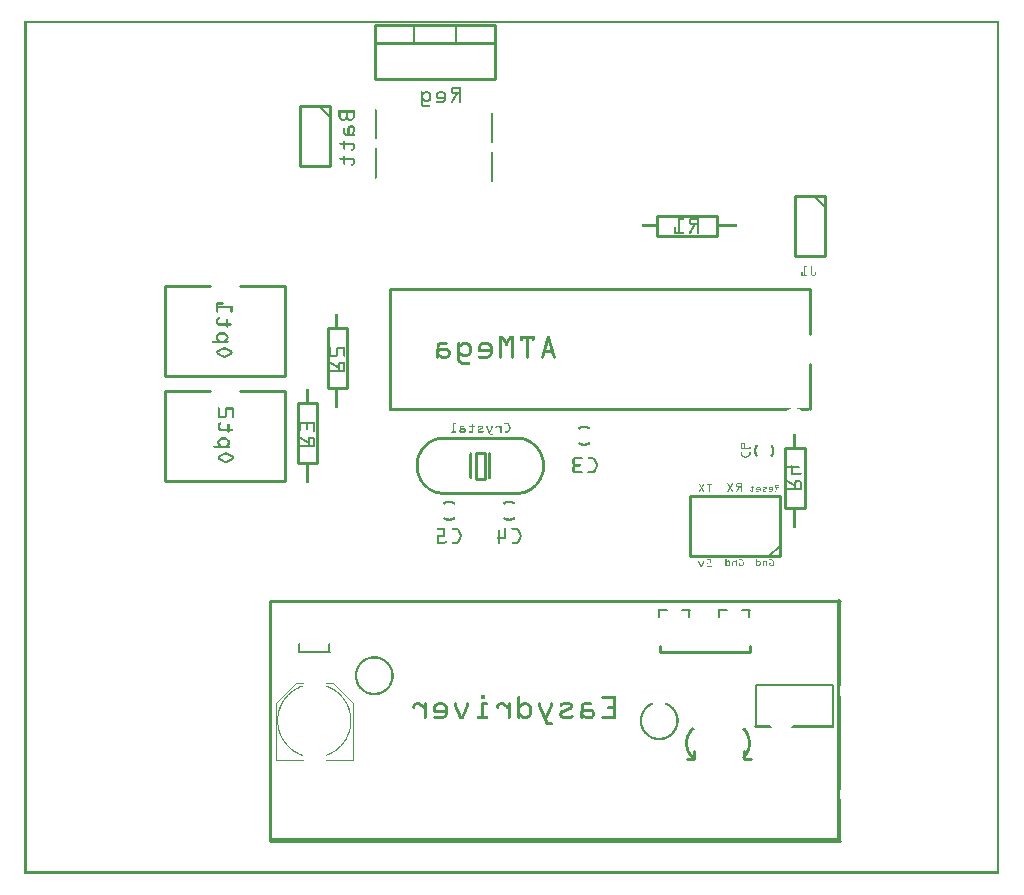
<source format=gbo>
G04 MADE WITH FRITZING*
G04 WWW.FRITZING.ORG*
G04 DOUBLE SIDED*
G04 HOLES PLATED*
G04 CONTOUR ON CENTER OF CONTOUR VECTOR*
%ASAXBY*%
%FSLAX23Y23*%
%MOIN*%
%OFA0B0*%
%SFA1.0B1.0*%
%ADD10R,0.038714X0.096457X0.019029X0.076772*%
%ADD11C,0.009843*%
%ADD12C,0.010000*%
%ADD13C,0.005000*%
%ADD14C,0.008000*%
%ADD15C,0.004000*%
%ADD16R,0.001000X0.001000*%
%LNSILK0*%
G90*
G70*
G54D11*
X1506Y1403D02*
X1535Y1403D01*
X1535Y1317D01*
X1506Y1317D01*
X1506Y1403D01*
D02*
G54D12*
X1567Y2830D02*
X1167Y2830D01*
D02*
X1167Y2830D02*
X1167Y2650D01*
D02*
X1167Y2650D02*
X1567Y2650D01*
D02*
X1567Y2650D02*
X1567Y2830D01*
D02*
X1567Y2830D02*
X1167Y2830D01*
D02*
X1167Y2830D02*
X1167Y2770D01*
D02*
X1167Y2770D02*
X1567Y2770D01*
D02*
X1567Y2770D02*
X1567Y2830D01*
G54D13*
D02*
X1437Y2830D02*
X1437Y2770D01*
D02*
X1297Y2830D02*
X1297Y2770D01*
G54D12*
D02*
X2717Y110D02*
X817Y110D01*
D02*
X817Y110D02*
X817Y910D01*
G54D14*
D02*
X2417Y880D02*
X2392Y880D01*
D02*
X2317Y880D02*
X2342Y880D01*
D02*
X2192Y880D02*
X2217Y880D01*
D02*
X2117Y880D02*
X2142Y880D01*
G54D12*
D02*
X817Y910D02*
X2717Y910D01*
G54D14*
D02*
X917Y740D02*
X1017Y740D01*
G54D12*
D02*
X2232Y385D02*
X2232Y410D01*
D02*
X2232Y385D02*
X2207Y385D01*
D02*
X2397Y410D02*
X2397Y385D01*
D02*
X2397Y385D02*
X2422Y385D01*
D02*
X2417Y760D02*
X2417Y740D01*
D02*
X2417Y740D02*
X2117Y740D01*
D02*
X2117Y740D02*
X2117Y760D01*
G54D15*
D02*
X1004Y382D02*
X1095Y382D01*
D02*
X1095Y382D02*
X1095Y571D01*
D02*
X1095Y571D02*
X1028Y638D01*
D02*
X1028Y638D02*
X1004Y638D01*
D02*
X929Y638D02*
X906Y638D01*
D02*
X906Y638D02*
X839Y571D01*
D02*
X839Y571D02*
X839Y382D01*
D02*
X839Y382D02*
X929Y382D01*
G54D14*
D02*
X2438Y630D02*
X2438Y490D01*
D02*
X2696Y490D02*
X2696Y630D01*
D02*
X2696Y630D02*
X2438Y630D01*
G54D12*
D02*
X2667Y2260D02*
X2667Y2060D01*
D02*
X2667Y2060D02*
X2567Y2060D01*
D02*
X2567Y2060D02*
X2567Y2260D01*
D02*
X2567Y2260D02*
X2667Y2260D01*
G54D13*
D02*
X2667Y2225D02*
X2632Y2260D01*
G54D12*
D02*
X2307Y2193D02*
X2107Y2193D01*
D02*
X2107Y2193D02*
X2107Y2127D01*
D02*
X2107Y2127D02*
X2307Y2127D01*
D02*
X2307Y2127D02*
X2307Y2193D01*
D02*
X2600Y1219D02*
X2600Y1419D01*
D02*
X2600Y1419D02*
X2534Y1419D01*
D02*
X2534Y1419D02*
X2534Y1219D01*
D02*
X2534Y1219D02*
X2600Y1219D01*
D02*
X1217Y1549D02*
X1217Y1949D01*
D02*
X1217Y1949D02*
X2617Y1949D01*
D02*
X2617Y1549D02*
X2617Y1699D01*
D02*
X2617Y1799D02*
X2617Y1949D01*
D02*
X867Y1610D02*
X867Y1310D01*
D02*
X867Y1310D02*
X467Y1310D01*
D02*
X467Y1310D02*
X467Y1610D01*
D02*
X867Y1610D02*
X717Y1610D01*
D02*
X617Y1610D02*
X467Y1610D01*
D02*
X867Y1960D02*
X867Y1660D01*
D02*
X867Y1660D02*
X467Y1660D01*
D02*
X467Y1660D02*
X467Y1960D01*
D02*
X867Y1960D02*
X717Y1960D01*
D02*
X617Y1960D02*
X467Y1960D01*
D02*
X1076Y1619D02*
X1076Y1819D01*
D02*
X1076Y1819D02*
X1010Y1819D01*
D02*
X1010Y1819D02*
X1010Y1619D01*
D02*
X1010Y1619D02*
X1076Y1619D01*
D02*
X1017Y2560D02*
X1017Y2360D01*
D02*
X1017Y2360D02*
X917Y2360D01*
D02*
X917Y2360D02*
X917Y2560D01*
D02*
X917Y2560D02*
X1017Y2560D01*
G54D13*
D02*
X1017Y2525D02*
X982Y2560D01*
G54D12*
D02*
X976Y1369D02*
X976Y1569D01*
D02*
X976Y1569D02*
X910Y1569D01*
D02*
X910Y1569D02*
X910Y1369D01*
D02*
X910Y1369D02*
X976Y1369D01*
D02*
X2517Y1060D02*
X2217Y1060D01*
D02*
X2217Y1060D02*
X2217Y1260D01*
D02*
X2217Y1260D02*
X2517Y1260D01*
D02*
X2517Y1260D02*
X2517Y1060D01*
G54D13*
D02*
X2482Y1060D02*
X2517Y1095D01*
G54D16*
X0Y2843D02*
X3249Y2843D01*
X0Y2842D02*
X3249Y2842D01*
X0Y2841D02*
X3249Y2841D01*
X0Y2840D02*
X3249Y2840D01*
X0Y2839D02*
X3249Y2839D01*
X0Y2838D02*
X3249Y2838D01*
X0Y2837D02*
X3249Y2837D01*
X0Y2836D02*
X3249Y2836D01*
X0Y2835D02*
X7Y2835D01*
X3242Y2835D02*
X3249Y2835D01*
X0Y2834D02*
X7Y2834D01*
X3242Y2834D02*
X3249Y2834D01*
X0Y2833D02*
X7Y2833D01*
X3242Y2833D02*
X3249Y2833D01*
X0Y2832D02*
X7Y2832D01*
X3242Y2832D02*
X3249Y2832D01*
X0Y2831D02*
X7Y2831D01*
X3242Y2831D02*
X3249Y2831D01*
X0Y2830D02*
X7Y2830D01*
X3242Y2830D02*
X3249Y2830D01*
X0Y2829D02*
X7Y2829D01*
X3242Y2829D02*
X3249Y2829D01*
X0Y2828D02*
X7Y2828D01*
X3242Y2828D02*
X3249Y2828D01*
X0Y2827D02*
X7Y2827D01*
X3242Y2827D02*
X3249Y2827D01*
X0Y2826D02*
X7Y2826D01*
X3242Y2826D02*
X3249Y2826D01*
X0Y2825D02*
X7Y2825D01*
X3242Y2825D02*
X3249Y2825D01*
X0Y2824D02*
X7Y2824D01*
X3242Y2824D02*
X3249Y2824D01*
X0Y2823D02*
X7Y2823D01*
X3242Y2823D02*
X3249Y2823D01*
X0Y2822D02*
X7Y2822D01*
X3242Y2822D02*
X3249Y2822D01*
X0Y2821D02*
X7Y2821D01*
X3242Y2821D02*
X3249Y2821D01*
X0Y2820D02*
X7Y2820D01*
X3242Y2820D02*
X3249Y2820D01*
X0Y2819D02*
X7Y2819D01*
X3242Y2819D02*
X3249Y2819D01*
X0Y2818D02*
X7Y2818D01*
X3242Y2818D02*
X3249Y2818D01*
X0Y2817D02*
X7Y2817D01*
X3242Y2817D02*
X3249Y2817D01*
X0Y2816D02*
X7Y2816D01*
X3242Y2816D02*
X3249Y2816D01*
X0Y2815D02*
X7Y2815D01*
X3242Y2815D02*
X3249Y2815D01*
X0Y2814D02*
X7Y2814D01*
X3242Y2814D02*
X3249Y2814D01*
X0Y2813D02*
X7Y2813D01*
X3242Y2813D02*
X3249Y2813D01*
X0Y2812D02*
X7Y2812D01*
X3242Y2812D02*
X3249Y2812D01*
X0Y2811D02*
X7Y2811D01*
X3242Y2811D02*
X3249Y2811D01*
X0Y2810D02*
X7Y2810D01*
X3242Y2810D02*
X3249Y2810D01*
X0Y2809D02*
X7Y2809D01*
X3242Y2809D02*
X3249Y2809D01*
X0Y2808D02*
X7Y2808D01*
X3242Y2808D02*
X3249Y2808D01*
X0Y2807D02*
X7Y2807D01*
X3242Y2807D02*
X3249Y2807D01*
X0Y2806D02*
X7Y2806D01*
X3242Y2806D02*
X3249Y2806D01*
X0Y2805D02*
X7Y2805D01*
X3242Y2805D02*
X3249Y2805D01*
X0Y2804D02*
X7Y2804D01*
X3242Y2804D02*
X3249Y2804D01*
X0Y2803D02*
X7Y2803D01*
X3242Y2803D02*
X3249Y2803D01*
X0Y2802D02*
X7Y2802D01*
X3242Y2802D02*
X3249Y2802D01*
X0Y2801D02*
X7Y2801D01*
X3242Y2801D02*
X3249Y2801D01*
X0Y2800D02*
X7Y2800D01*
X3242Y2800D02*
X3249Y2800D01*
X0Y2799D02*
X7Y2799D01*
X3242Y2799D02*
X3249Y2799D01*
X0Y2798D02*
X7Y2798D01*
X3242Y2798D02*
X3249Y2798D01*
X0Y2797D02*
X7Y2797D01*
X3242Y2797D02*
X3249Y2797D01*
X0Y2796D02*
X7Y2796D01*
X3242Y2796D02*
X3249Y2796D01*
X0Y2795D02*
X7Y2795D01*
X3242Y2795D02*
X3249Y2795D01*
X0Y2794D02*
X7Y2794D01*
X3242Y2794D02*
X3249Y2794D01*
X0Y2793D02*
X7Y2793D01*
X3242Y2793D02*
X3249Y2793D01*
X0Y2792D02*
X7Y2792D01*
X3242Y2792D02*
X3249Y2792D01*
X0Y2791D02*
X7Y2791D01*
X3242Y2791D02*
X3249Y2791D01*
X0Y2790D02*
X7Y2790D01*
X3242Y2790D02*
X3249Y2790D01*
X0Y2789D02*
X7Y2789D01*
X3242Y2789D02*
X3249Y2789D01*
X0Y2788D02*
X7Y2788D01*
X3242Y2788D02*
X3249Y2788D01*
X0Y2787D02*
X7Y2787D01*
X3242Y2787D02*
X3249Y2787D01*
X0Y2786D02*
X7Y2786D01*
X3242Y2786D02*
X3249Y2786D01*
X0Y2785D02*
X7Y2785D01*
X3242Y2785D02*
X3249Y2785D01*
X0Y2784D02*
X7Y2784D01*
X3242Y2784D02*
X3249Y2784D01*
X0Y2783D02*
X7Y2783D01*
X3242Y2783D02*
X3249Y2783D01*
X0Y2782D02*
X7Y2782D01*
X3242Y2782D02*
X3249Y2782D01*
X0Y2781D02*
X7Y2781D01*
X3242Y2781D02*
X3249Y2781D01*
X0Y2780D02*
X7Y2780D01*
X3242Y2780D02*
X3249Y2780D01*
X0Y2779D02*
X7Y2779D01*
X3242Y2779D02*
X3249Y2779D01*
X0Y2778D02*
X7Y2778D01*
X3242Y2778D02*
X3249Y2778D01*
X0Y2777D02*
X7Y2777D01*
X3242Y2777D02*
X3249Y2777D01*
X0Y2776D02*
X7Y2776D01*
X3242Y2776D02*
X3249Y2776D01*
X0Y2775D02*
X7Y2775D01*
X3242Y2775D02*
X3249Y2775D01*
X0Y2774D02*
X7Y2774D01*
X3242Y2774D02*
X3249Y2774D01*
X0Y2773D02*
X7Y2773D01*
X3242Y2773D02*
X3249Y2773D01*
X0Y2772D02*
X7Y2772D01*
X3242Y2772D02*
X3249Y2772D01*
X0Y2771D02*
X7Y2771D01*
X3242Y2771D02*
X3249Y2771D01*
X0Y2770D02*
X7Y2770D01*
X3242Y2770D02*
X3249Y2770D01*
X0Y2769D02*
X7Y2769D01*
X3242Y2769D02*
X3249Y2769D01*
X0Y2768D02*
X7Y2768D01*
X3242Y2768D02*
X3249Y2768D01*
X0Y2767D02*
X7Y2767D01*
X3242Y2767D02*
X3249Y2767D01*
X0Y2766D02*
X7Y2766D01*
X3242Y2766D02*
X3249Y2766D01*
X0Y2765D02*
X7Y2765D01*
X3242Y2765D02*
X3249Y2765D01*
X0Y2764D02*
X7Y2764D01*
X3242Y2764D02*
X3249Y2764D01*
X0Y2763D02*
X7Y2763D01*
X3242Y2763D02*
X3249Y2763D01*
X0Y2762D02*
X7Y2762D01*
X3242Y2762D02*
X3249Y2762D01*
X0Y2761D02*
X7Y2761D01*
X3242Y2761D02*
X3249Y2761D01*
X0Y2760D02*
X7Y2760D01*
X3242Y2760D02*
X3249Y2760D01*
X0Y2759D02*
X7Y2759D01*
X3242Y2759D02*
X3249Y2759D01*
X0Y2758D02*
X7Y2758D01*
X3242Y2758D02*
X3249Y2758D01*
X0Y2757D02*
X7Y2757D01*
X3242Y2757D02*
X3249Y2757D01*
X0Y2756D02*
X7Y2756D01*
X3242Y2756D02*
X3249Y2756D01*
X0Y2755D02*
X7Y2755D01*
X3242Y2755D02*
X3249Y2755D01*
X0Y2754D02*
X7Y2754D01*
X3242Y2754D02*
X3249Y2754D01*
X0Y2753D02*
X7Y2753D01*
X3242Y2753D02*
X3249Y2753D01*
X0Y2752D02*
X7Y2752D01*
X3242Y2752D02*
X3249Y2752D01*
X0Y2751D02*
X7Y2751D01*
X3242Y2751D02*
X3249Y2751D01*
X0Y2750D02*
X7Y2750D01*
X3242Y2750D02*
X3249Y2750D01*
X0Y2749D02*
X7Y2749D01*
X3242Y2749D02*
X3249Y2749D01*
X0Y2748D02*
X7Y2748D01*
X3242Y2748D02*
X3249Y2748D01*
X0Y2747D02*
X7Y2747D01*
X3242Y2747D02*
X3249Y2747D01*
X0Y2746D02*
X7Y2746D01*
X3242Y2746D02*
X3249Y2746D01*
X0Y2745D02*
X7Y2745D01*
X3242Y2745D02*
X3249Y2745D01*
X0Y2744D02*
X7Y2744D01*
X3242Y2744D02*
X3249Y2744D01*
X0Y2743D02*
X7Y2743D01*
X3242Y2743D02*
X3249Y2743D01*
X0Y2742D02*
X7Y2742D01*
X3242Y2742D02*
X3249Y2742D01*
X0Y2741D02*
X7Y2741D01*
X3242Y2741D02*
X3249Y2741D01*
X0Y2740D02*
X7Y2740D01*
X3242Y2740D02*
X3249Y2740D01*
X0Y2739D02*
X7Y2739D01*
X3242Y2739D02*
X3249Y2739D01*
X0Y2738D02*
X7Y2738D01*
X3242Y2738D02*
X3249Y2738D01*
X0Y2737D02*
X7Y2737D01*
X3242Y2737D02*
X3249Y2737D01*
X0Y2736D02*
X7Y2736D01*
X3242Y2736D02*
X3249Y2736D01*
X0Y2735D02*
X7Y2735D01*
X3242Y2735D02*
X3249Y2735D01*
X0Y2734D02*
X7Y2734D01*
X3242Y2734D02*
X3249Y2734D01*
X0Y2733D02*
X7Y2733D01*
X3242Y2733D02*
X3249Y2733D01*
X0Y2732D02*
X7Y2732D01*
X3242Y2732D02*
X3249Y2732D01*
X0Y2731D02*
X7Y2731D01*
X3242Y2731D02*
X3249Y2731D01*
X0Y2730D02*
X7Y2730D01*
X3242Y2730D02*
X3249Y2730D01*
X0Y2729D02*
X7Y2729D01*
X3242Y2729D02*
X3249Y2729D01*
X0Y2728D02*
X7Y2728D01*
X3242Y2728D02*
X3249Y2728D01*
X0Y2727D02*
X7Y2727D01*
X3242Y2727D02*
X3249Y2727D01*
X0Y2726D02*
X7Y2726D01*
X3242Y2726D02*
X3249Y2726D01*
X0Y2725D02*
X7Y2725D01*
X3242Y2725D02*
X3249Y2725D01*
X0Y2724D02*
X7Y2724D01*
X3242Y2724D02*
X3249Y2724D01*
X0Y2723D02*
X7Y2723D01*
X3242Y2723D02*
X3249Y2723D01*
X0Y2722D02*
X7Y2722D01*
X3242Y2722D02*
X3249Y2722D01*
X0Y2721D02*
X7Y2721D01*
X3242Y2721D02*
X3249Y2721D01*
X0Y2720D02*
X7Y2720D01*
X3242Y2720D02*
X3249Y2720D01*
X0Y2719D02*
X7Y2719D01*
X3242Y2719D02*
X3249Y2719D01*
X0Y2718D02*
X7Y2718D01*
X3242Y2718D02*
X3249Y2718D01*
X0Y2717D02*
X7Y2717D01*
X3242Y2717D02*
X3249Y2717D01*
X0Y2716D02*
X7Y2716D01*
X3242Y2716D02*
X3249Y2716D01*
X0Y2715D02*
X7Y2715D01*
X3242Y2715D02*
X3249Y2715D01*
X0Y2714D02*
X7Y2714D01*
X3242Y2714D02*
X3249Y2714D01*
X0Y2713D02*
X7Y2713D01*
X3242Y2713D02*
X3249Y2713D01*
X0Y2712D02*
X7Y2712D01*
X3242Y2712D02*
X3249Y2712D01*
X0Y2711D02*
X7Y2711D01*
X3242Y2711D02*
X3249Y2711D01*
X0Y2710D02*
X7Y2710D01*
X3242Y2710D02*
X3249Y2710D01*
X0Y2709D02*
X7Y2709D01*
X3242Y2709D02*
X3249Y2709D01*
X0Y2708D02*
X7Y2708D01*
X3242Y2708D02*
X3249Y2708D01*
X0Y2707D02*
X7Y2707D01*
X3242Y2707D02*
X3249Y2707D01*
X0Y2706D02*
X7Y2706D01*
X3242Y2706D02*
X3249Y2706D01*
X0Y2705D02*
X7Y2705D01*
X3242Y2705D02*
X3249Y2705D01*
X0Y2704D02*
X7Y2704D01*
X3242Y2704D02*
X3249Y2704D01*
X0Y2703D02*
X7Y2703D01*
X3242Y2703D02*
X3249Y2703D01*
X0Y2702D02*
X7Y2702D01*
X3242Y2702D02*
X3249Y2702D01*
X0Y2701D02*
X7Y2701D01*
X3242Y2701D02*
X3249Y2701D01*
X0Y2700D02*
X7Y2700D01*
X3242Y2700D02*
X3249Y2700D01*
X0Y2699D02*
X7Y2699D01*
X3242Y2699D02*
X3249Y2699D01*
X0Y2698D02*
X7Y2698D01*
X3242Y2698D02*
X3249Y2698D01*
X0Y2697D02*
X7Y2697D01*
X3242Y2697D02*
X3249Y2697D01*
X0Y2696D02*
X7Y2696D01*
X3242Y2696D02*
X3249Y2696D01*
X0Y2695D02*
X7Y2695D01*
X3242Y2695D02*
X3249Y2695D01*
X0Y2694D02*
X7Y2694D01*
X3242Y2694D02*
X3249Y2694D01*
X0Y2693D02*
X7Y2693D01*
X3242Y2693D02*
X3249Y2693D01*
X0Y2692D02*
X7Y2692D01*
X3242Y2692D02*
X3249Y2692D01*
X0Y2691D02*
X7Y2691D01*
X3242Y2691D02*
X3249Y2691D01*
X0Y2690D02*
X7Y2690D01*
X3242Y2690D02*
X3249Y2690D01*
X0Y2689D02*
X7Y2689D01*
X3242Y2689D02*
X3249Y2689D01*
X0Y2688D02*
X7Y2688D01*
X3242Y2688D02*
X3249Y2688D01*
X0Y2687D02*
X7Y2687D01*
X3242Y2687D02*
X3249Y2687D01*
X0Y2686D02*
X7Y2686D01*
X3242Y2686D02*
X3249Y2686D01*
X0Y2685D02*
X7Y2685D01*
X3242Y2685D02*
X3249Y2685D01*
X0Y2684D02*
X7Y2684D01*
X3242Y2684D02*
X3249Y2684D01*
X0Y2683D02*
X7Y2683D01*
X3242Y2683D02*
X3249Y2683D01*
X0Y2682D02*
X7Y2682D01*
X3242Y2682D02*
X3249Y2682D01*
X0Y2681D02*
X7Y2681D01*
X3242Y2681D02*
X3249Y2681D01*
X0Y2680D02*
X7Y2680D01*
X3242Y2680D02*
X3249Y2680D01*
X0Y2679D02*
X7Y2679D01*
X3242Y2679D02*
X3249Y2679D01*
X0Y2678D02*
X7Y2678D01*
X3242Y2678D02*
X3249Y2678D01*
X0Y2677D02*
X7Y2677D01*
X3242Y2677D02*
X3249Y2677D01*
X0Y2676D02*
X7Y2676D01*
X3242Y2676D02*
X3249Y2676D01*
X0Y2675D02*
X7Y2675D01*
X3242Y2675D02*
X3249Y2675D01*
X0Y2674D02*
X7Y2674D01*
X3242Y2674D02*
X3249Y2674D01*
X0Y2673D02*
X7Y2673D01*
X3242Y2673D02*
X3249Y2673D01*
X0Y2672D02*
X7Y2672D01*
X3242Y2672D02*
X3249Y2672D01*
X0Y2671D02*
X7Y2671D01*
X3242Y2671D02*
X3249Y2671D01*
X0Y2670D02*
X7Y2670D01*
X3242Y2670D02*
X3249Y2670D01*
X0Y2669D02*
X7Y2669D01*
X3242Y2669D02*
X3249Y2669D01*
X0Y2668D02*
X7Y2668D01*
X3242Y2668D02*
X3249Y2668D01*
X0Y2667D02*
X7Y2667D01*
X3242Y2667D02*
X3249Y2667D01*
X0Y2666D02*
X7Y2666D01*
X3242Y2666D02*
X3249Y2666D01*
X0Y2665D02*
X7Y2665D01*
X3242Y2665D02*
X3249Y2665D01*
X0Y2664D02*
X7Y2664D01*
X3242Y2664D02*
X3249Y2664D01*
X0Y2663D02*
X7Y2663D01*
X3242Y2663D02*
X3249Y2663D01*
X0Y2662D02*
X7Y2662D01*
X3242Y2662D02*
X3249Y2662D01*
X0Y2661D02*
X7Y2661D01*
X3242Y2661D02*
X3249Y2661D01*
X0Y2660D02*
X7Y2660D01*
X3242Y2660D02*
X3249Y2660D01*
X0Y2659D02*
X7Y2659D01*
X3242Y2659D02*
X3249Y2659D01*
X0Y2658D02*
X7Y2658D01*
X3242Y2658D02*
X3249Y2658D01*
X0Y2657D02*
X7Y2657D01*
X3242Y2657D02*
X3249Y2657D01*
X0Y2656D02*
X7Y2656D01*
X3242Y2656D02*
X3249Y2656D01*
X0Y2655D02*
X7Y2655D01*
X3242Y2655D02*
X3249Y2655D01*
X0Y2654D02*
X7Y2654D01*
X3242Y2654D02*
X3249Y2654D01*
X0Y2653D02*
X7Y2653D01*
X3242Y2653D02*
X3249Y2653D01*
X0Y2652D02*
X7Y2652D01*
X3242Y2652D02*
X3249Y2652D01*
X0Y2651D02*
X7Y2651D01*
X3242Y2651D02*
X3249Y2651D01*
X0Y2650D02*
X7Y2650D01*
X3242Y2650D02*
X3249Y2650D01*
X0Y2649D02*
X7Y2649D01*
X3242Y2649D02*
X3249Y2649D01*
X0Y2648D02*
X7Y2648D01*
X3242Y2648D02*
X3249Y2648D01*
X0Y2647D02*
X7Y2647D01*
X3242Y2647D02*
X3249Y2647D01*
X0Y2646D02*
X7Y2646D01*
X3242Y2646D02*
X3249Y2646D01*
X0Y2645D02*
X7Y2645D01*
X3242Y2645D02*
X3249Y2645D01*
X0Y2644D02*
X7Y2644D01*
X3242Y2644D02*
X3249Y2644D01*
X0Y2643D02*
X7Y2643D01*
X3242Y2643D02*
X3249Y2643D01*
X0Y2642D02*
X7Y2642D01*
X3242Y2642D02*
X3249Y2642D01*
X0Y2641D02*
X7Y2641D01*
X3242Y2641D02*
X3249Y2641D01*
X0Y2640D02*
X7Y2640D01*
X3242Y2640D02*
X3249Y2640D01*
X0Y2639D02*
X7Y2639D01*
X3242Y2639D02*
X3249Y2639D01*
X0Y2638D02*
X7Y2638D01*
X3242Y2638D02*
X3249Y2638D01*
X0Y2637D02*
X7Y2637D01*
X3242Y2637D02*
X3249Y2637D01*
X0Y2636D02*
X7Y2636D01*
X3242Y2636D02*
X3249Y2636D01*
X0Y2635D02*
X7Y2635D01*
X3242Y2635D02*
X3249Y2635D01*
X0Y2634D02*
X7Y2634D01*
X3242Y2634D02*
X3249Y2634D01*
X0Y2633D02*
X7Y2633D01*
X3242Y2633D02*
X3249Y2633D01*
X0Y2632D02*
X7Y2632D01*
X3242Y2632D02*
X3249Y2632D01*
X0Y2631D02*
X7Y2631D01*
X3242Y2631D02*
X3249Y2631D01*
X0Y2630D02*
X7Y2630D01*
X3242Y2630D02*
X3249Y2630D01*
X0Y2629D02*
X7Y2629D01*
X3242Y2629D02*
X3249Y2629D01*
X0Y2628D02*
X7Y2628D01*
X3242Y2628D02*
X3249Y2628D01*
X0Y2627D02*
X7Y2627D01*
X3242Y2627D02*
X3249Y2627D01*
X0Y2626D02*
X7Y2626D01*
X3242Y2626D02*
X3249Y2626D01*
X0Y2625D02*
X7Y2625D01*
X3242Y2625D02*
X3249Y2625D01*
X0Y2624D02*
X7Y2624D01*
X1430Y2624D02*
X1455Y2624D01*
X3242Y2624D02*
X3249Y2624D01*
X0Y2623D02*
X7Y2623D01*
X1427Y2623D02*
X1455Y2623D01*
X3242Y2623D02*
X3249Y2623D01*
X0Y2622D02*
X7Y2622D01*
X1426Y2622D02*
X1455Y2622D01*
X3242Y2622D02*
X3249Y2622D01*
X0Y2621D02*
X7Y2621D01*
X1425Y2621D02*
X1455Y2621D01*
X3242Y2621D02*
X3249Y2621D01*
X0Y2620D02*
X7Y2620D01*
X1424Y2620D02*
X1455Y2620D01*
X3242Y2620D02*
X3249Y2620D01*
X0Y2619D02*
X7Y2619D01*
X1423Y2619D02*
X1455Y2619D01*
X3242Y2619D02*
X3249Y2619D01*
X0Y2618D02*
X7Y2618D01*
X1422Y2618D02*
X1455Y2618D01*
X3242Y2618D02*
X3249Y2618D01*
X0Y2617D02*
X7Y2617D01*
X1422Y2617D02*
X1430Y2617D01*
X1449Y2617D02*
X1455Y2617D01*
X3242Y2617D02*
X3249Y2617D01*
X0Y2616D02*
X7Y2616D01*
X1422Y2616D02*
X1429Y2616D01*
X1449Y2616D02*
X1455Y2616D01*
X3242Y2616D02*
X3249Y2616D01*
X0Y2615D02*
X7Y2615D01*
X1422Y2615D02*
X1428Y2615D01*
X1449Y2615D02*
X1455Y2615D01*
X3242Y2615D02*
X3249Y2615D01*
X0Y2614D02*
X7Y2614D01*
X1422Y2614D02*
X1428Y2614D01*
X1449Y2614D02*
X1455Y2614D01*
X3242Y2614D02*
X3249Y2614D01*
X0Y2613D02*
X7Y2613D01*
X1422Y2613D02*
X1428Y2613D01*
X1449Y2613D02*
X1455Y2613D01*
X3242Y2613D02*
X3249Y2613D01*
X0Y2612D02*
X7Y2612D01*
X1422Y2612D02*
X1428Y2612D01*
X1449Y2612D02*
X1455Y2612D01*
X3242Y2612D02*
X3249Y2612D01*
X0Y2611D02*
X7Y2611D01*
X1422Y2611D02*
X1428Y2611D01*
X1449Y2611D02*
X1455Y2611D01*
X3242Y2611D02*
X3249Y2611D01*
X0Y2610D02*
X7Y2610D01*
X1422Y2610D02*
X1428Y2610D01*
X1449Y2610D02*
X1455Y2610D01*
X3242Y2610D02*
X3249Y2610D01*
X0Y2609D02*
X7Y2609D01*
X1323Y2609D02*
X1326Y2609D01*
X1335Y2609D02*
X1345Y2609D01*
X1381Y2609D02*
X1395Y2609D01*
X1422Y2609D02*
X1428Y2609D01*
X1449Y2609D02*
X1455Y2609D01*
X3242Y2609D02*
X3249Y2609D01*
X0Y2608D02*
X7Y2608D01*
X1322Y2608D02*
X1327Y2608D01*
X1333Y2608D02*
X1348Y2608D01*
X1379Y2608D02*
X1397Y2608D01*
X1422Y2608D02*
X1428Y2608D01*
X1449Y2608D02*
X1455Y2608D01*
X3242Y2608D02*
X3249Y2608D01*
X0Y2607D02*
X7Y2607D01*
X1322Y2607D02*
X1327Y2607D01*
X1331Y2607D02*
X1349Y2607D01*
X1378Y2607D02*
X1399Y2607D01*
X1422Y2607D02*
X1429Y2607D01*
X1449Y2607D02*
X1455Y2607D01*
X3242Y2607D02*
X3249Y2607D01*
X0Y2606D02*
X7Y2606D01*
X1322Y2606D02*
X1328Y2606D01*
X1330Y2606D02*
X1350Y2606D01*
X1377Y2606D02*
X1400Y2606D01*
X1422Y2606D02*
X1455Y2606D01*
X3242Y2606D02*
X3249Y2606D01*
X0Y2605D02*
X7Y2605D01*
X1322Y2605D02*
X1351Y2605D01*
X1375Y2605D02*
X1401Y2605D01*
X1423Y2605D02*
X1455Y2605D01*
X3242Y2605D02*
X3249Y2605D01*
X0Y2604D02*
X7Y2604D01*
X1322Y2604D02*
X1352Y2604D01*
X1374Y2604D02*
X1402Y2604D01*
X1423Y2604D02*
X1455Y2604D01*
X3242Y2604D02*
X3249Y2604D01*
X0Y2603D02*
X7Y2603D01*
X1322Y2603D02*
X1353Y2603D01*
X1374Y2603D02*
X1403Y2603D01*
X1424Y2603D02*
X1455Y2603D01*
X3242Y2603D02*
X3249Y2603D01*
X0Y2602D02*
X7Y2602D01*
X1322Y2602D02*
X1335Y2602D01*
X1345Y2602D02*
X1354Y2602D01*
X1373Y2602D02*
X1382Y2602D01*
X1395Y2602D02*
X1404Y2602D01*
X1425Y2602D02*
X1455Y2602D01*
X3242Y2602D02*
X3249Y2602D01*
X0Y2601D02*
X7Y2601D01*
X1322Y2601D02*
X1334Y2601D01*
X1346Y2601D02*
X1354Y2601D01*
X1372Y2601D02*
X1380Y2601D01*
X1396Y2601D02*
X1404Y2601D01*
X1427Y2601D02*
X1455Y2601D01*
X3242Y2601D02*
X3249Y2601D01*
X0Y2600D02*
X7Y2600D01*
X1322Y2600D02*
X1333Y2600D01*
X1347Y2600D02*
X1355Y2600D01*
X1372Y2600D02*
X1379Y2600D01*
X1397Y2600D02*
X1405Y2600D01*
X1429Y2600D02*
X1455Y2600D01*
X3242Y2600D02*
X3249Y2600D01*
X0Y2599D02*
X7Y2599D01*
X1322Y2599D02*
X1332Y2599D01*
X1348Y2599D02*
X1355Y2599D01*
X1372Y2599D02*
X1378Y2599D01*
X1398Y2599D02*
X1405Y2599D01*
X1436Y2599D02*
X1443Y2599D01*
X1449Y2599D02*
X1455Y2599D01*
X3242Y2599D02*
X3249Y2599D01*
X0Y2598D02*
X7Y2598D01*
X1322Y2598D02*
X1331Y2598D01*
X1349Y2598D02*
X1355Y2598D01*
X1372Y2598D02*
X1378Y2598D01*
X1399Y2598D02*
X1405Y2598D01*
X1435Y2598D02*
X1442Y2598D01*
X1449Y2598D02*
X1455Y2598D01*
X3242Y2598D02*
X3249Y2598D01*
X0Y2597D02*
X7Y2597D01*
X1322Y2597D02*
X1329Y2597D01*
X1349Y2597D02*
X1355Y2597D01*
X1372Y2597D02*
X1378Y2597D01*
X1399Y2597D02*
X1405Y2597D01*
X1435Y2597D02*
X1442Y2597D01*
X1449Y2597D02*
X1455Y2597D01*
X3242Y2597D02*
X3249Y2597D01*
X0Y2596D02*
X7Y2596D01*
X1322Y2596D02*
X1328Y2596D01*
X1349Y2596D02*
X1355Y2596D01*
X1372Y2596D02*
X1378Y2596D01*
X1399Y2596D02*
X1405Y2596D01*
X1434Y2596D02*
X1441Y2596D01*
X1449Y2596D02*
X1455Y2596D01*
X3242Y2596D02*
X3249Y2596D01*
X0Y2595D02*
X7Y2595D01*
X1322Y2595D02*
X1328Y2595D01*
X1349Y2595D02*
X1355Y2595D01*
X1372Y2595D02*
X1378Y2595D01*
X1399Y2595D02*
X1405Y2595D01*
X1434Y2595D02*
X1441Y2595D01*
X1449Y2595D02*
X1455Y2595D01*
X3242Y2595D02*
X3249Y2595D01*
X0Y2594D02*
X7Y2594D01*
X1322Y2594D02*
X1328Y2594D01*
X1349Y2594D02*
X1355Y2594D01*
X1372Y2594D02*
X1378Y2594D01*
X1399Y2594D02*
X1405Y2594D01*
X1433Y2594D02*
X1440Y2594D01*
X1449Y2594D02*
X1455Y2594D01*
X3242Y2594D02*
X3249Y2594D01*
X0Y2593D02*
X7Y2593D01*
X1322Y2593D02*
X1328Y2593D01*
X1349Y2593D02*
X1355Y2593D01*
X1372Y2593D02*
X1378Y2593D01*
X1399Y2593D02*
X1405Y2593D01*
X1432Y2593D02*
X1440Y2593D01*
X1449Y2593D02*
X1455Y2593D01*
X3242Y2593D02*
X3249Y2593D01*
X0Y2592D02*
X7Y2592D01*
X1322Y2592D02*
X1328Y2592D01*
X1349Y2592D02*
X1355Y2592D01*
X1372Y2592D02*
X1378Y2592D01*
X1399Y2592D02*
X1405Y2592D01*
X1432Y2592D02*
X1439Y2592D01*
X1449Y2592D02*
X1455Y2592D01*
X3242Y2592D02*
X3249Y2592D01*
X0Y2591D02*
X7Y2591D01*
X1322Y2591D02*
X1328Y2591D01*
X1349Y2591D02*
X1355Y2591D01*
X1372Y2591D02*
X1405Y2591D01*
X1431Y2591D02*
X1438Y2591D01*
X1449Y2591D02*
X1455Y2591D01*
X3242Y2591D02*
X3249Y2591D01*
X0Y2590D02*
X7Y2590D01*
X1322Y2590D02*
X1328Y2590D01*
X1349Y2590D02*
X1355Y2590D01*
X1372Y2590D02*
X1405Y2590D01*
X1431Y2590D02*
X1438Y2590D01*
X1449Y2590D02*
X1455Y2590D01*
X3242Y2590D02*
X3249Y2590D01*
X0Y2589D02*
X7Y2589D01*
X1322Y2589D02*
X1328Y2589D01*
X1349Y2589D02*
X1355Y2589D01*
X1372Y2589D02*
X1405Y2589D01*
X1430Y2589D02*
X1437Y2589D01*
X1449Y2589D02*
X1455Y2589D01*
X3242Y2589D02*
X3249Y2589D01*
X0Y2588D02*
X7Y2588D01*
X1322Y2588D02*
X1328Y2588D01*
X1349Y2588D02*
X1355Y2588D01*
X1372Y2588D02*
X1405Y2588D01*
X1429Y2588D02*
X1437Y2588D01*
X1449Y2588D02*
X1455Y2588D01*
X3242Y2588D02*
X3249Y2588D01*
X0Y2587D02*
X7Y2587D01*
X1322Y2587D02*
X1328Y2587D01*
X1349Y2587D02*
X1355Y2587D01*
X1372Y2587D02*
X1405Y2587D01*
X1429Y2587D02*
X1436Y2587D01*
X1449Y2587D02*
X1455Y2587D01*
X3242Y2587D02*
X3249Y2587D01*
X0Y2586D02*
X7Y2586D01*
X1322Y2586D02*
X1329Y2586D01*
X1349Y2586D02*
X1355Y2586D01*
X1372Y2586D02*
X1405Y2586D01*
X1428Y2586D02*
X1435Y2586D01*
X1449Y2586D02*
X1455Y2586D01*
X3242Y2586D02*
X3249Y2586D01*
X0Y2585D02*
X7Y2585D01*
X1322Y2585D02*
X1330Y2585D01*
X1349Y2585D02*
X1355Y2585D01*
X1374Y2585D02*
X1405Y2585D01*
X1428Y2585D02*
X1435Y2585D01*
X1449Y2585D02*
X1455Y2585D01*
X3242Y2585D02*
X3249Y2585D01*
X0Y2584D02*
X7Y2584D01*
X1322Y2584D02*
X1331Y2584D01*
X1349Y2584D02*
X1355Y2584D01*
X1399Y2584D02*
X1405Y2584D01*
X1427Y2584D02*
X1434Y2584D01*
X1449Y2584D02*
X1455Y2584D01*
X3242Y2584D02*
X3249Y2584D01*
X0Y2583D02*
X7Y2583D01*
X1322Y2583D02*
X1332Y2583D01*
X1348Y2583D02*
X1355Y2583D01*
X1399Y2583D02*
X1405Y2583D01*
X1427Y2583D02*
X1434Y2583D01*
X1449Y2583D02*
X1455Y2583D01*
X3242Y2583D02*
X3249Y2583D01*
X0Y2582D02*
X7Y2582D01*
X1322Y2582D02*
X1333Y2582D01*
X1347Y2582D02*
X1355Y2582D01*
X1399Y2582D02*
X1405Y2582D01*
X1426Y2582D02*
X1433Y2582D01*
X1449Y2582D02*
X1455Y2582D01*
X3242Y2582D02*
X3249Y2582D01*
X0Y2581D02*
X7Y2581D01*
X1322Y2581D02*
X1335Y2581D01*
X1346Y2581D02*
X1354Y2581D01*
X1399Y2581D02*
X1405Y2581D01*
X1425Y2581D02*
X1433Y2581D01*
X1449Y2581D02*
X1455Y2581D01*
X3242Y2581D02*
X3249Y2581D01*
X0Y2580D02*
X7Y2580D01*
X1322Y2580D02*
X1336Y2580D01*
X1344Y2580D02*
X1354Y2580D01*
X1398Y2580D02*
X1405Y2580D01*
X1425Y2580D02*
X1432Y2580D01*
X1449Y2580D02*
X1455Y2580D01*
X3242Y2580D02*
X3249Y2580D01*
X0Y2579D02*
X7Y2579D01*
X1322Y2579D02*
X1353Y2579D01*
X1397Y2579D02*
X1405Y2579D01*
X1424Y2579D02*
X1431Y2579D01*
X1449Y2579D02*
X1455Y2579D01*
X3242Y2579D02*
X3249Y2579D01*
X0Y2578D02*
X7Y2578D01*
X1322Y2578D02*
X1352Y2578D01*
X1396Y2578D02*
X1404Y2578D01*
X1424Y2578D02*
X1431Y2578D01*
X1449Y2578D02*
X1455Y2578D01*
X3242Y2578D02*
X3249Y2578D01*
X0Y2577D02*
X7Y2577D01*
X1322Y2577D02*
X1351Y2577D01*
X1375Y2577D02*
X1404Y2577D01*
X1423Y2577D02*
X1430Y2577D01*
X1449Y2577D02*
X1455Y2577D01*
X3242Y2577D02*
X3249Y2577D01*
X0Y2576D02*
X7Y2576D01*
X1322Y2576D02*
X1328Y2576D01*
X1330Y2576D02*
X1350Y2576D01*
X1373Y2576D02*
X1403Y2576D01*
X1422Y2576D02*
X1430Y2576D01*
X1449Y2576D02*
X1455Y2576D01*
X3242Y2576D02*
X3249Y2576D01*
X0Y2575D02*
X7Y2575D01*
X1322Y2575D02*
X1328Y2575D01*
X1332Y2575D02*
X1348Y2575D01*
X1372Y2575D02*
X1402Y2575D01*
X1422Y2575D02*
X1429Y2575D01*
X1449Y2575D02*
X1455Y2575D01*
X3242Y2575D02*
X3249Y2575D01*
X0Y2574D02*
X7Y2574D01*
X1322Y2574D02*
X1328Y2574D01*
X1334Y2574D02*
X1347Y2574D01*
X1372Y2574D02*
X1401Y2574D01*
X1422Y2574D02*
X1428Y2574D01*
X1449Y2574D02*
X1455Y2574D01*
X3242Y2574D02*
X3249Y2574D01*
X0Y2573D02*
X7Y2573D01*
X1322Y2573D02*
X1328Y2573D01*
X1337Y2573D02*
X1343Y2573D01*
X1372Y2573D02*
X1400Y2573D01*
X1422Y2573D02*
X1428Y2573D01*
X1449Y2573D02*
X1455Y2573D01*
X3242Y2573D02*
X3249Y2573D01*
X0Y2572D02*
X7Y2572D01*
X1322Y2572D02*
X1328Y2572D01*
X1372Y2572D02*
X1398Y2572D01*
X1422Y2572D02*
X1427Y2572D01*
X1449Y2572D02*
X1455Y2572D01*
X3242Y2572D02*
X3249Y2572D01*
X0Y2571D02*
X7Y2571D01*
X1322Y2571D02*
X1328Y2571D01*
X1373Y2571D02*
X1397Y2571D01*
X1423Y2571D02*
X1427Y2571D01*
X1450Y2571D02*
X1454Y2571D01*
X3242Y2571D02*
X3249Y2571D01*
X0Y2570D02*
X7Y2570D01*
X1322Y2570D02*
X1328Y2570D01*
X1376Y2570D02*
X1392Y2570D01*
X3242Y2570D02*
X3249Y2570D01*
X0Y2569D02*
X7Y2569D01*
X1322Y2569D02*
X1328Y2569D01*
X3242Y2569D02*
X3249Y2569D01*
X0Y2568D02*
X7Y2568D01*
X1322Y2568D02*
X1328Y2568D01*
X3242Y2568D02*
X3249Y2568D01*
X0Y2567D02*
X7Y2567D01*
X1322Y2567D02*
X1328Y2567D01*
X3242Y2567D02*
X3249Y2567D01*
X0Y2566D02*
X7Y2566D01*
X1322Y2566D02*
X1328Y2566D01*
X3242Y2566D02*
X3249Y2566D01*
X0Y2565D02*
X7Y2565D01*
X1322Y2565D02*
X1329Y2565D01*
X3242Y2565D02*
X3249Y2565D01*
X0Y2564D02*
X7Y2564D01*
X1322Y2564D02*
X1330Y2564D01*
X3242Y2564D02*
X3249Y2564D01*
X0Y2563D02*
X7Y2563D01*
X1323Y2563D02*
X1331Y2563D01*
X3242Y2563D02*
X3249Y2563D01*
X0Y2562D02*
X7Y2562D01*
X1323Y2562D02*
X1350Y2562D01*
X3242Y2562D02*
X3249Y2562D01*
X0Y2561D02*
X7Y2561D01*
X1324Y2561D02*
X1351Y2561D01*
X3242Y2561D02*
X3249Y2561D01*
X0Y2560D02*
X7Y2560D01*
X1325Y2560D02*
X1351Y2560D01*
X3242Y2560D02*
X3249Y2560D01*
X0Y2559D02*
X7Y2559D01*
X1326Y2559D02*
X1352Y2559D01*
X3242Y2559D02*
X3249Y2559D01*
X0Y2558D02*
X7Y2558D01*
X1328Y2558D02*
X1352Y2558D01*
X3242Y2558D02*
X3249Y2558D01*
X0Y2557D02*
X7Y2557D01*
X1329Y2557D02*
X1351Y2557D01*
X3242Y2557D02*
X3249Y2557D01*
X0Y2556D02*
X7Y2556D01*
X1331Y2556D02*
X1350Y2556D01*
X3242Y2556D02*
X3249Y2556D01*
X0Y2555D02*
X7Y2555D01*
X3242Y2555D02*
X3249Y2555D01*
X0Y2554D02*
X7Y2554D01*
X3242Y2554D02*
X3249Y2554D01*
X0Y2553D02*
X7Y2553D01*
X3242Y2553D02*
X3249Y2553D01*
X0Y2552D02*
X7Y2552D01*
X3242Y2552D02*
X3249Y2552D01*
X0Y2551D02*
X7Y2551D01*
X3242Y2551D02*
X3249Y2551D01*
X0Y2550D02*
X7Y2550D01*
X1171Y2550D02*
X1172Y2550D01*
X3242Y2550D02*
X3249Y2550D01*
X0Y2549D02*
X7Y2549D01*
X1170Y2549D02*
X1172Y2549D01*
X3242Y2549D02*
X3249Y2549D01*
X0Y2548D02*
X7Y2548D01*
X1170Y2548D02*
X1173Y2548D01*
X3242Y2548D02*
X3249Y2548D01*
X0Y2547D02*
X7Y2547D01*
X1170Y2547D02*
X1173Y2547D01*
X3242Y2547D02*
X3249Y2547D01*
X0Y2546D02*
X7Y2546D01*
X1169Y2546D02*
X1173Y2546D01*
X3242Y2546D02*
X3249Y2546D01*
X0Y2545D02*
X7Y2545D01*
X1047Y2545D02*
X1100Y2545D01*
X1169Y2545D02*
X1173Y2545D01*
X3242Y2545D02*
X3249Y2545D01*
X0Y2544D02*
X7Y2544D01*
X1047Y2544D02*
X1101Y2544D01*
X1169Y2544D02*
X1173Y2544D01*
X3242Y2544D02*
X3249Y2544D01*
X0Y2543D02*
X7Y2543D01*
X1047Y2543D02*
X1101Y2543D01*
X1169Y2543D02*
X1174Y2543D01*
X3242Y2543D02*
X3249Y2543D01*
X0Y2542D02*
X7Y2542D01*
X1047Y2542D02*
X1101Y2542D01*
X1169Y2542D02*
X1174Y2542D01*
X3242Y2542D02*
X3249Y2542D01*
X0Y2541D02*
X7Y2541D01*
X1047Y2541D02*
X1101Y2541D01*
X1169Y2541D02*
X1174Y2541D01*
X3242Y2541D02*
X3249Y2541D01*
X0Y2540D02*
X7Y2540D01*
X1047Y2540D02*
X1101Y2540D01*
X1169Y2540D02*
X1174Y2540D01*
X3242Y2540D02*
X3249Y2540D01*
X0Y2539D02*
X7Y2539D01*
X1047Y2539D02*
X1101Y2539D01*
X1169Y2539D02*
X1174Y2539D01*
X3242Y2539D02*
X3249Y2539D01*
X0Y2538D02*
X7Y2538D01*
X1047Y2538D02*
X1053Y2538D01*
X1071Y2538D02*
X1077Y2538D01*
X1094Y2538D02*
X1101Y2538D01*
X1168Y2538D02*
X1174Y2538D01*
X3242Y2538D02*
X3249Y2538D01*
X0Y2537D02*
X7Y2537D01*
X1047Y2537D02*
X1053Y2537D01*
X1071Y2537D02*
X1077Y2537D01*
X1094Y2537D02*
X1101Y2537D01*
X1168Y2537D02*
X1174Y2537D01*
X1558Y2537D02*
X1559Y2537D01*
X3242Y2537D02*
X3249Y2537D01*
X0Y2536D02*
X7Y2536D01*
X1047Y2536D02*
X1053Y2536D01*
X1071Y2536D02*
X1077Y2536D01*
X1094Y2536D02*
X1101Y2536D01*
X1168Y2536D02*
X1174Y2536D01*
X1557Y2536D02*
X1559Y2536D01*
X3242Y2536D02*
X3249Y2536D01*
X0Y2535D02*
X7Y2535D01*
X1047Y2535D02*
X1053Y2535D01*
X1071Y2535D02*
X1077Y2535D01*
X1094Y2535D02*
X1101Y2535D01*
X1168Y2535D02*
X1174Y2535D01*
X1557Y2535D02*
X1560Y2535D01*
X3242Y2535D02*
X3249Y2535D01*
X0Y2534D02*
X7Y2534D01*
X1047Y2534D02*
X1053Y2534D01*
X1071Y2534D02*
X1077Y2534D01*
X1094Y2534D02*
X1101Y2534D01*
X1168Y2534D02*
X1174Y2534D01*
X1557Y2534D02*
X1560Y2534D01*
X3242Y2534D02*
X3249Y2534D01*
X0Y2533D02*
X7Y2533D01*
X1047Y2533D02*
X1053Y2533D01*
X1071Y2533D02*
X1077Y2533D01*
X1094Y2533D02*
X1101Y2533D01*
X1168Y2533D02*
X1174Y2533D01*
X1556Y2533D02*
X1560Y2533D01*
X3242Y2533D02*
X3249Y2533D01*
X0Y2532D02*
X7Y2532D01*
X1047Y2532D02*
X1053Y2532D01*
X1071Y2532D02*
X1077Y2532D01*
X1094Y2532D02*
X1101Y2532D01*
X1168Y2532D02*
X1174Y2532D01*
X1556Y2532D02*
X1560Y2532D01*
X3242Y2532D02*
X3249Y2532D01*
X0Y2531D02*
X7Y2531D01*
X1047Y2531D02*
X1053Y2531D01*
X1071Y2531D02*
X1077Y2531D01*
X1094Y2531D02*
X1101Y2531D01*
X1168Y2531D02*
X1174Y2531D01*
X1556Y2531D02*
X1561Y2531D01*
X3242Y2531D02*
X3249Y2531D01*
X0Y2530D02*
X7Y2530D01*
X1047Y2530D02*
X1053Y2530D01*
X1071Y2530D02*
X1077Y2530D01*
X1094Y2530D02*
X1101Y2530D01*
X1168Y2530D02*
X1174Y2530D01*
X1556Y2530D02*
X1561Y2530D01*
X3242Y2530D02*
X3249Y2530D01*
X0Y2529D02*
X7Y2529D01*
X1047Y2529D02*
X1053Y2529D01*
X1071Y2529D02*
X1077Y2529D01*
X1094Y2529D02*
X1101Y2529D01*
X1168Y2529D02*
X1174Y2529D01*
X1556Y2529D02*
X1561Y2529D01*
X3242Y2529D02*
X3249Y2529D01*
X0Y2528D02*
X7Y2528D01*
X1047Y2528D02*
X1053Y2528D01*
X1071Y2528D02*
X1077Y2528D01*
X1094Y2528D02*
X1101Y2528D01*
X1168Y2528D02*
X1174Y2528D01*
X1556Y2528D02*
X1561Y2528D01*
X3242Y2528D02*
X3249Y2528D01*
X0Y2527D02*
X7Y2527D01*
X1047Y2527D02*
X1053Y2527D01*
X1071Y2527D02*
X1077Y2527D01*
X1094Y2527D02*
X1101Y2527D01*
X1168Y2527D02*
X1174Y2527D01*
X1556Y2527D02*
X1561Y2527D01*
X3242Y2527D02*
X3249Y2527D01*
X0Y2526D02*
X7Y2526D01*
X1047Y2526D02*
X1053Y2526D01*
X1071Y2526D02*
X1077Y2526D01*
X1094Y2526D02*
X1101Y2526D01*
X1168Y2526D02*
X1174Y2526D01*
X1556Y2526D02*
X1561Y2526D01*
X3242Y2526D02*
X3249Y2526D01*
X0Y2525D02*
X7Y2525D01*
X1047Y2525D02*
X1053Y2525D01*
X1071Y2525D02*
X1077Y2525D01*
X1094Y2525D02*
X1100Y2525D01*
X1168Y2525D02*
X1174Y2525D01*
X1556Y2525D02*
X1561Y2525D01*
X3242Y2525D02*
X3249Y2525D01*
X0Y2524D02*
X7Y2524D01*
X1047Y2524D02*
X1053Y2524D01*
X1071Y2524D02*
X1077Y2524D01*
X1094Y2524D02*
X1100Y2524D01*
X1168Y2524D02*
X1174Y2524D01*
X1556Y2524D02*
X1561Y2524D01*
X3242Y2524D02*
X3249Y2524D01*
X0Y2523D02*
X7Y2523D01*
X1047Y2523D02*
X1054Y2523D01*
X1071Y2523D02*
X1077Y2523D01*
X1094Y2523D02*
X1100Y2523D01*
X1168Y2523D02*
X1174Y2523D01*
X1556Y2523D02*
X1561Y2523D01*
X3242Y2523D02*
X3249Y2523D01*
X0Y2522D02*
X7Y2522D01*
X1048Y2522D02*
X1054Y2522D01*
X1070Y2522D02*
X1077Y2522D01*
X1094Y2522D02*
X1100Y2522D01*
X1168Y2522D02*
X1174Y2522D01*
X1556Y2522D02*
X1561Y2522D01*
X3242Y2522D02*
X3249Y2522D01*
X0Y2521D02*
X7Y2521D01*
X1048Y2521D02*
X1055Y2521D01*
X1070Y2521D02*
X1078Y2521D01*
X1093Y2521D02*
X1100Y2521D01*
X1168Y2521D02*
X1174Y2521D01*
X1556Y2521D02*
X1561Y2521D01*
X3242Y2521D02*
X3249Y2521D01*
X0Y2520D02*
X7Y2520D01*
X1048Y2520D02*
X1055Y2520D01*
X1069Y2520D02*
X1079Y2520D01*
X1092Y2520D02*
X1100Y2520D01*
X1168Y2520D02*
X1174Y2520D01*
X1556Y2520D02*
X1561Y2520D01*
X3242Y2520D02*
X3249Y2520D01*
X0Y2519D02*
X7Y2519D01*
X1049Y2519D02*
X1057Y2519D01*
X1068Y2519D02*
X1080Y2519D01*
X1091Y2519D02*
X1099Y2519D01*
X1168Y2519D02*
X1174Y2519D01*
X1556Y2519D02*
X1561Y2519D01*
X3242Y2519D02*
X3249Y2519D01*
X0Y2518D02*
X7Y2518D01*
X1049Y2518D02*
X1059Y2518D01*
X1065Y2518D02*
X1082Y2518D01*
X1089Y2518D02*
X1099Y2518D01*
X1168Y2518D02*
X1174Y2518D01*
X1556Y2518D02*
X1561Y2518D01*
X3242Y2518D02*
X3249Y2518D01*
X0Y2517D02*
X7Y2517D01*
X1050Y2517D02*
X1098Y2517D01*
X1168Y2517D02*
X1174Y2517D01*
X1556Y2517D02*
X1561Y2517D01*
X3242Y2517D02*
X3249Y2517D01*
X0Y2516D02*
X7Y2516D01*
X1051Y2516D02*
X1097Y2516D01*
X1168Y2516D02*
X1174Y2516D01*
X1556Y2516D02*
X1561Y2516D01*
X3242Y2516D02*
X3249Y2516D01*
X0Y2515D02*
X7Y2515D01*
X1051Y2515D02*
X1073Y2515D01*
X1075Y2515D02*
X1096Y2515D01*
X1168Y2515D02*
X1174Y2515D01*
X1556Y2515D02*
X1561Y2515D01*
X3242Y2515D02*
X3249Y2515D01*
X0Y2514D02*
X7Y2514D01*
X1053Y2514D02*
X1072Y2514D01*
X1076Y2514D02*
X1095Y2514D01*
X1168Y2514D02*
X1174Y2514D01*
X1556Y2514D02*
X1561Y2514D01*
X3242Y2514D02*
X3249Y2514D01*
X0Y2513D02*
X7Y2513D01*
X1054Y2513D02*
X1070Y2513D01*
X1077Y2513D02*
X1094Y2513D01*
X1168Y2513D02*
X1174Y2513D01*
X1556Y2513D02*
X1561Y2513D01*
X3242Y2513D02*
X3249Y2513D01*
X0Y2512D02*
X7Y2512D01*
X1056Y2512D02*
X1069Y2512D01*
X1079Y2512D02*
X1092Y2512D01*
X1168Y2512D02*
X1174Y2512D01*
X1556Y2512D02*
X1561Y2512D01*
X3242Y2512D02*
X3249Y2512D01*
X0Y2511D02*
X7Y2511D01*
X1059Y2511D02*
X1065Y2511D01*
X1083Y2511D02*
X1089Y2511D01*
X1168Y2511D02*
X1174Y2511D01*
X1556Y2511D02*
X1561Y2511D01*
X3242Y2511D02*
X3249Y2511D01*
X0Y2510D02*
X7Y2510D01*
X1168Y2510D02*
X1174Y2510D01*
X1556Y2510D02*
X1561Y2510D01*
X3242Y2510D02*
X3249Y2510D01*
X0Y2509D02*
X7Y2509D01*
X1168Y2509D02*
X1174Y2509D01*
X1556Y2509D02*
X1561Y2509D01*
X3242Y2509D02*
X3249Y2509D01*
X0Y2508D02*
X7Y2508D01*
X1168Y2508D02*
X1174Y2508D01*
X1556Y2508D02*
X1561Y2508D01*
X3242Y2508D02*
X3249Y2508D01*
X0Y2507D02*
X7Y2507D01*
X1168Y2507D02*
X1174Y2507D01*
X1556Y2507D02*
X1561Y2507D01*
X3242Y2507D02*
X3249Y2507D01*
X0Y2506D02*
X7Y2506D01*
X1168Y2506D02*
X1174Y2506D01*
X1556Y2506D02*
X1561Y2506D01*
X3242Y2506D02*
X3249Y2506D01*
X0Y2505D02*
X7Y2505D01*
X1168Y2505D02*
X1174Y2505D01*
X1556Y2505D02*
X1561Y2505D01*
X3242Y2505D02*
X3249Y2505D01*
X0Y2504D02*
X7Y2504D01*
X1168Y2504D02*
X1174Y2504D01*
X1556Y2504D02*
X1561Y2504D01*
X3242Y2504D02*
X3249Y2504D01*
X0Y2503D02*
X7Y2503D01*
X1168Y2503D02*
X1174Y2503D01*
X1556Y2503D02*
X1561Y2503D01*
X3242Y2503D02*
X3249Y2503D01*
X0Y2502D02*
X7Y2502D01*
X1168Y2502D02*
X1174Y2502D01*
X1556Y2502D02*
X1561Y2502D01*
X3242Y2502D02*
X3249Y2502D01*
X0Y2501D02*
X7Y2501D01*
X1168Y2501D02*
X1174Y2501D01*
X1556Y2501D02*
X1561Y2501D01*
X3242Y2501D02*
X3249Y2501D01*
X0Y2500D02*
X7Y2500D01*
X1168Y2500D02*
X1174Y2500D01*
X1556Y2500D02*
X1561Y2500D01*
X3242Y2500D02*
X3249Y2500D01*
X0Y2499D02*
X7Y2499D01*
X1168Y2499D02*
X1174Y2499D01*
X1556Y2499D02*
X1561Y2499D01*
X3242Y2499D02*
X3249Y2499D01*
X0Y2498D02*
X7Y2498D01*
X1168Y2498D02*
X1174Y2498D01*
X1556Y2498D02*
X1561Y2498D01*
X3242Y2498D02*
X3249Y2498D01*
X0Y2497D02*
X7Y2497D01*
X1168Y2497D02*
X1174Y2497D01*
X1556Y2497D02*
X1561Y2497D01*
X3242Y2497D02*
X3249Y2497D01*
X0Y2496D02*
X7Y2496D01*
X1168Y2496D02*
X1174Y2496D01*
X1556Y2496D02*
X1561Y2496D01*
X3242Y2496D02*
X3249Y2496D01*
X0Y2495D02*
X7Y2495D01*
X1084Y2495D02*
X1093Y2495D01*
X1168Y2495D02*
X1174Y2495D01*
X1556Y2495D02*
X1561Y2495D01*
X3242Y2495D02*
X3249Y2495D01*
X0Y2494D02*
X7Y2494D01*
X1082Y2494D02*
X1095Y2494D01*
X1168Y2494D02*
X1174Y2494D01*
X1556Y2494D02*
X1561Y2494D01*
X3242Y2494D02*
X3249Y2494D01*
X0Y2493D02*
X7Y2493D01*
X1081Y2493D02*
X1097Y2493D01*
X1168Y2493D02*
X1174Y2493D01*
X1556Y2493D02*
X1561Y2493D01*
X3242Y2493D02*
X3249Y2493D01*
X0Y2492D02*
X7Y2492D01*
X1080Y2492D02*
X1098Y2492D01*
X1168Y2492D02*
X1174Y2492D01*
X1556Y2492D02*
X1561Y2492D01*
X3242Y2492D02*
X3249Y2492D01*
X0Y2491D02*
X7Y2491D01*
X1079Y2491D02*
X1099Y2491D01*
X1168Y2491D02*
X1174Y2491D01*
X1556Y2491D02*
X1561Y2491D01*
X3242Y2491D02*
X3249Y2491D01*
X0Y2490D02*
X7Y2490D01*
X1078Y2490D02*
X1099Y2490D01*
X1168Y2490D02*
X1174Y2490D01*
X1556Y2490D02*
X1561Y2490D01*
X3242Y2490D02*
X3249Y2490D01*
X0Y2489D02*
X7Y2489D01*
X1078Y2489D02*
X1100Y2489D01*
X1168Y2489D02*
X1174Y2489D01*
X1556Y2489D02*
X1561Y2489D01*
X3242Y2489D02*
X3249Y2489D01*
X0Y2488D02*
X7Y2488D01*
X1064Y2488D02*
X1066Y2488D01*
X1077Y2488D02*
X1085Y2488D01*
X1093Y2488D02*
X1100Y2488D01*
X1168Y2488D02*
X1174Y2488D01*
X1556Y2488D02*
X1561Y2488D01*
X3242Y2488D02*
X3249Y2488D01*
X0Y2487D02*
X7Y2487D01*
X1063Y2487D02*
X1067Y2487D01*
X1077Y2487D02*
X1083Y2487D01*
X1094Y2487D02*
X1100Y2487D01*
X1168Y2487D02*
X1174Y2487D01*
X1556Y2487D02*
X1561Y2487D01*
X3242Y2487D02*
X3249Y2487D01*
X0Y2486D02*
X7Y2486D01*
X1062Y2486D02*
X1068Y2486D01*
X1077Y2486D02*
X1083Y2486D01*
X1094Y2486D02*
X1100Y2486D01*
X1168Y2486D02*
X1174Y2486D01*
X1556Y2486D02*
X1561Y2486D01*
X3242Y2486D02*
X3249Y2486D01*
X0Y2485D02*
X7Y2485D01*
X1062Y2485D02*
X1068Y2485D01*
X1077Y2485D02*
X1083Y2485D01*
X1094Y2485D02*
X1100Y2485D01*
X1168Y2485D02*
X1174Y2485D01*
X1556Y2485D02*
X1561Y2485D01*
X3242Y2485D02*
X3249Y2485D01*
X0Y2484D02*
X7Y2484D01*
X1062Y2484D02*
X1068Y2484D01*
X1077Y2484D02*
X1083Y2484D01*
X1094Y2484D02*
X1101Y2484D01*
X1168Y2484D02*
X1174Y2484D01*
X1556Y2484D02*
X1561Y2484D01*
X3242Y2484D02*
X3249Y2484D01*
X0Y2483D02*
X7Y2483D01*
X1062Y2483D02*
X1068Y2483D01*
X1077Y2483D02*
X1083Y2483D01*
X1094Y2483D02*
X1101Y2483D01*
X1168Y2483D02*
X1174Y2483D01*
X1556Y2483D02*
X1561Y2483D01*
X3242Y2483D02*
X3249Y2483D01*
X0Y2482D02*
X7Y2482D01*
X1062Y2482D02*
X1068Y2482D01*
X1077Y2482D02*
X1083Y2482D01*
X1094Y2482D02*
X1101Y2482D01*
X1168Y2482D02*
X1174Y2482D01*
X1556Y2482D02*
X1561Y2482D01*
X3242Y2482D02*
X3249Y2482D01*
X0Y2481D02*
X7Y2481D01*
X1062Y2481D02*
X1068Y2481D01*
X1077Y2481D02*
X1083Y2481D01*
X1094Y2481D02*
X1101Y2481D01*
X1168Y2481D02*
X1174Y2481D01*
X1556Y2481D02*
X1561Y2481D01*
X3242Y2481D02*
X3249Y2481D01*
X0Y2480D02*
X7Y2480D01*
X1062Y2480D02*
X1068Y2480D01*
X1077Y2480D02*
X1083Y2480D01*
X1094Y2480D02*
X1101Y2480D01*
X1168Y2480D02*
X1174Y2480D01*
X1556Y2480D02*
X1561Y2480D01*
X3242Y2480D02*
X3249Y2480D01*
X0Y2479D02*
X7Y2479D01*
X1062Y2479D02*
X1068Y2479D01*
X1077Y2479D02*
X1083Y2479D01*
X1094Y2479D02*
X1101Y2479D01*
X1168Y2479D02*
X1174Y2479D01*
X1556Y2479D02*
X1561Y2479D01*
X3242Y2479D02*
X3249Y2479D01*
X0Y2478D02*
X7Y2478D01*
X1062Y2478D02*
X1068Y2478D01*
X1077Y2478D02*
X1083Y2478D01*
X1094Y2478D02*
X1101Y2478D01*
X1168Y2478D02*
X1174Y2478D01*
X1556Y2478D02*
X1561Y2478D01*
X3242Y2478D02*
X3249Y2478D01*
X0Y2477D02*
X7Y2477D01*
X1062Y2477D02*
X1068Y2477D01*
X1077Y2477D02*
X1083Y2477D01*
X1094Y2477D02*
X1101Y2477D01*
X1168Y2477D02*
X1174Y2477D01*
X1556Y2477D02*
X1561Y2477D01*
X3242Y2477D02*
X3249Y2477D01*
X0Y2476D02*
X7Y2476D01*
X1062Y2476D02*
X1068Y2476D01*
X1077Y2476D02*
X1083Y2476D01*
X1094Y2476D02*
X1101Y2476D01*
X1168Y2476D02*
X1174Y2476D01*
X1556Y2476D02*
X1561Y2476D01*
X3242Y2476D02*
X3249Y2476D01*
X0Y2475D02*
X7Y2475D01*
X1062Y2475D02*
X1068Y2475D01*
X1077Y2475D02*
X1083Y2475D01*
X1094Y2475D02*
X1100Y2475D01*
X1168Y2475D02*
X1174Y2475D01*
X1556Y2475D02*
X1561Y2475D01*
X3242Y2475D02*
X3249Y2475D01*
X0Y2474D02*
X7Y2474D01*
X1062Y2474D02*
X1068Y2474D01*
X1077Y2474D02*
X1083Y2474D01*
X1093Y2474D02*
X1100Y2474D01*
X1168Y2474D02*
X1174Y2474D01*
X1556Y2474D02*
X1561Y2474D01*
X3242Y2474D02*
X3249Y2474D01*
X0Y2473D02*
X7Y2473D01*
X1062Y2473D02*
X1068Y2473D01*
X1077Y2473D02*
X1083Y2473D01*
X1093Y2473D02*
X1100Y2473D01*
X1168Y2473D02*
X1174Y2473D01*
X1556Y2473D02*
X1561Y2473D01*
X3242Y2473D02*
X3249Y2473D01*
X0Y2472D02*
X7Y2472D01*
X1062Y2472D02*
X1068Y2472D01*
X1077Y2472D02*
X1083Y2472D01*
X1092Y2472D02*
X1099Y2472D01*
X1168Y2472D02*
X1174Y2472D01*
X1556Y2472D02*
X1561Y2472D01*
X3242Y2472D02*
X3249Y2472D01*
X0Y2471D02*
X7Y2471D01*
X1062Y2471D02*
X1068Y2471D01*
X1077Y2471D02*
X1083Y2471D01*
X1092Y2471D02*
X1099Y2471D01*
X1168Y2471D02*
X1174Y2471D01*
X1556Y2471D02*
X1561Y2471D01*
X3242Y2471D02*
X3249Y2471D01*
X0Y2470D02*
X7Y2470D01*
X1062Y2470D02*
X1069Y2470D01*
X1077Y2470D02*
X1083Y2470D01*
X1091Y2470D02*
X1098Y2470D01*
X1168Y2470D02*
X1174Y2470D01*
X1556Y2470D02*
X1561Y2470D01*
X3242Y2470D02*
X3249Y2470D01*
X0Y2469D02*
X7Y2469D01*
X1063Y2469D02*
X1071Y2469D01*
X1077Y2469D02*
X1084Y2469D01*
X1091Y2469D02*
X1098Y2469D01*
X1168Y2469D02*
X1174Y2469D01*
X1556Y2469D02*
X1561Y2469D01*
X3242Y2469D02*
X3249Y2469D01*
X0Y2468D02*
X7Y2468D01*
X1063Y2468D02*
X1097Y2468D01*
X1168Y2468D02*
X1174Y2468D01*
X1556Y2468D02*
X1561Y2468D01*
X3242Y2468D02*
X3249Y2468D01*
X0Y2467D02*
X7Y2467D01*
X1063Y2467D02*
X1099Y2467D01*
X1168Y2467D02*
X1174Y2467D01*
X1556Y2467D02*
X1561Y2467D01*
X3242Y2467D02*
X3249Y2467D01*
X0Y2466D02*
X7Y2466D01*
X1064Y2466D02*
X1100Y2466D01*
X1168Y2466D02*
X1174Y2466D01*
X1556Y2466D02*
X1561Y2466D01*
X3242Y2466D02*
X3249Y2466D01*
X0Y2465D02*
X7Y2465D01*
X1065Y2465D02*
X1100Y2465D01*
X1168Y2465D02*
X1174Y2465D01*
X1556Y2465D02*
X1561Y2465D01*
X3242Y2465D02*
X3249Y2465D01*
X0Y2464D02*
X7Y2464D01*
X1066Y2464D02*
X1100Y2464D01*
X1168Y2464D02*
X1174Y2464D01*
X1556Y2464D02*
X1561Y2464D01*
X3242Y2464D02*
X3249Y2464D01*
X0Y2463D02*
X7Y2463D01*
X1067Y2463D02*
X1100Y2463D01*
X1168Y2463D02*
X1174Y2463D01*
X1556Y2463D02*
X1561Y2463D01*
X3242Y2463D02*
X3249Y2463D01*
X0Y2462D02*
X7Y2462D01*
X1070Y2462D02*
X1100Y2462D01*
X1168Y2462D02*
X1174Y2462D01*
X1556Y2462D02*
X1561Y2462D01*
X3242Y2462D02*
X3249Y2462D01*
X0Y2461D02*
X7Y2461D01*
X1093Y2461D02*
X1098Y2461D01*
X1168Y2461D02*
X1174Y2461D01*
X1556Y2461D02*
X1561Y2461D01*
X3242Y2461D02*
X3249Y2461D01*
X0Y2460D02*
X7Y2460D01*
X1168Y2460D02*
X1174Y2460D01*
X1556Y2460D02*
X1561Y2460D01*
X3242Y2460D02*
X3249Y2460D01*
X0Y2459D02*
X7Y2459D01*
X1168Y2459D02*
X1174Y2459D01*
X1556Y2459D02*
X1561Y2459D01*
X3242Y2459D02*
X3249Y2459D01*
X0Y2458D02*
X7Y2458D01*
X1168Y2458D02*
X1174Y2458D01*
X1556Y2458D02*
X1561Y2458D01*
X3242Y2458D02*
X3249Y2458D01*
X0Y2457D02*
X7Y2457D01*
X1168Y2457D02*
X1174Y2457D01*
X1556Y2457D02*
X1561Y2457D01*
X3242Y2457D02*
X3249Y2457D01*
X0Y2456D02*
X7Y2456D01*
X1168Y2456D02*
X1174Y2456D01*
X1556Y2456D02*
X1561Y2456D01*
X3242Y2456D02*
X3249Y2456D01*
X0Y2455D02*
X7Y2455D01*
X1168Y2455D02*
X1174Y2455D01*
X1556Y2455D02*
X1561Y2455D01*
X3242Y2455D02*
X3249Y2455D01*
X0Y2454D02*
X7Y2454D01*
X1168Y2454D02*
X1174Y2454D01*
X1556Y2454D02*
X1561Y2454D01*
X3242Y2454D02*
X3249Y2454D01*
X0Y2453D02*
X7Y2453D01*
X1168Y2453D02*
X1174Y2453D01*
X1556Y2453D02*
X1561Y2453D01*
X3242Y2453D02*
X3249Y2453D01*
X0Y2452D02*
X7Y2452D01*
X1168Y2452D02*
X1174Y2452D01*
X1556Y2452D02*
X1561Y2452D01*
X3242Y2452D02*
X3249Y2452D01*
X0Y2451D02*
X7Y2451D01*
X1168Y2451D02*
X1174Y2451D01*
X1556Y2451D02*
X1561Y2451D01*
X3242Y2451D02*
X3249Y2451D01*
X0Y2450D02*
X7Y2450D01*
X1168Y2450D02*
X1174Y2450D01*
X1556Y2450D02*
X1561Y2450D01*
X3242Y2450D02*
X3249Y2450D01*
X0Y2449D02*
X7Y2449D01*
X1556Y2449D02*
X1561Y2449D01*
X3242Y2449D02*
X3249Y2449D01*
X0Y2448D02*
X7Y2448D01*
X1556Y2448D02*
X1561Y2448D01*
X3242Y2448D02*
X3249Y2448D01*
X0Y2447D02*
X7Y2447D01*
X1556Y2447D02*
X1561Y2447D01*
X3242Y2447D02*
X3249Y2447D01*
X0Y2446D02*
X7Y2446D01*
X1556Y2446D02*
X1561Y2446D01*
X3242Y2446D02*
X3249Y2446D01*
X0Y2445D02*
X7Y2445D01*
X1064Y2445D02*
X1066Y2445D01*
X1556Y2445D02*
X1561Y2445D01*
X3242Y2445D02*
X3249Y2445D01*
X0Y2444D02*
X7Y2444D01*
X1063Y2444D02*
X1067Y2444D01*
X1556Y2444D02*
X1561Y2444D01*
X3242Y2444D02*
X3249Y2444D01*
X0Y2443D02*
X7Y2443D01*
X1062Y2443D02*
X1068Y2443D01*
X1556Y2443D02*
X1561Y2443D01*
X3242Y2443D02*
X3249Y2443D01*
X0Y2442D02*
X7Y2442D01*
X1062Y2442D02*
X1068Y2442D01*
X1556Y2442D02*
X1561Y2442D01*
X3242Y2442D02*
X3249Y2442D01*
X0Y2441D02*
X7Y2441D01*
X1062Y2441D02*
X1068Y2441D01*
X1556Y2441D02*
X1561Y2441D01*
X3242Y2441D02*
X3249Y2441D01*
X0Y2440D02*
X7Y2440D01*
X1062Y2440D02*
X1068Y2440D01*
X1556Y2440D02*
X1561Y2440D01*
X3242Y2440D02*
X3249Y2440D01*
X0Y2439D02*
X7Y2439D01*
X1062Y2439D02*
X1068Y2439D01*
X1556Y2439D02*
X1561Y2439D01*
X3242Y2439D02*
X3249Y2439D01*
X0Y2438D02*
X7Y2438D01*
X1052Y2438D02*
X1093Y2438D01*
X1556Y2438D02*
X1561Y2438D01*
X3242Y2438D02*
X3249Y2438D01*
X0Y2437D02*
X7Y2437D01*
X1051Y2437D02*
X1095Y2437D01*
X1556Y2437D02*
X1561Y2437D01*
X3242Y2437D02*
X3249Y2437D01*
X0Y2436D02*
X7Y2436D01*
X1050Y2436D02*
X1097Y2436D01*
X3242Y2436D02*
X3249Y2436D01*
X0Y2435D02*
X7Y2435D01*
X1050Y2435D02*
X1098Y2435D01*
X3242Y2435D02*
X3249Y2435D01*
X0Y2434D02*
X7Y2434D01*
X1050Y2434D02*
X1099Y2434D01*
X3242Y2434D02*
X3249Y2434D01*
X0Y2433D02*
X7Y2433D01*
X1051Y2433D02*
X1099Y2433D01*
X3242Y2433D02*
X3249Y2433D01*
X0Y2432D02*
X7Y2432D01*
X1052Y2432D02*
X1100Y2432D01*
X3242Y2432D02*
X3249Y2432D01*
X0Y2431D02*
X7Y2431D01*
X1062Y2431D02*
X1068Y2431D01*
X1093Y2431D02*
X1100Y2431D01*
X3242Y2431D02*
X3249Y2431D01*
X0Y2430D02*
X7Y2430D01*
X1062Y2430D02*
X1068Y2430D01*
X1094Y2430D02*
X1100Y2430D01*
X3242Y2430D02*
X3249Y2430D01*
X0Y2429D02*
X7Y2429D01*
X1062Y2429D02*
X1068Y2429D01*
X1094Y2429D02*
X1100Y2429D01*
X3242Y2429D02*
X3249Y2429D01*
X0Y2428D02*
X7Y2428D01*
X1062Y2428D02*
X1068Y2428D01*
X1094Y2428D02*
X1100Y2428D01*
X3242Y2428D02*
X3249Y2428D01*
X0Y2427D02*
X7Y2427D01*
X1062Y2427D02*
X1068Y2427D01*
X1094Y2427D02*
X1101Y2427D01*
X3242Y2427D02*
X3249Y2427D01*
X0Y2426D02*
X7Y2426D01*
X1062Y2426D02*
X1068Y2426D01*
X1094Y2426D02*
X1101Y2426D01*
X3242Y2426D02*
X3249Y2426D01*
X0Y2425D02*
X7Y2425D01*
X1062Y2425D02*
X1068Y2425D01*
X1094Y2425D02*
X1101Y2425D01*
X3242Y2425D02*
X3249Y2425D01*
X0Y2424D02*
X7Y2424D01*
X1062Y2424D02*
X1068Y2424D01*
X1094Y2424D02*
X1101Y2424D01*
X3242Y2424D02*
X3249Y2424D01*
X0Y2423D02*
X7Y2423D01*
X1062Y2423D02*
X1068Y2423D01*
X1094Y2423D02*
X1101Y2423D01*
X3242Y2423D02*
X3249Y2423D01*
X0Y2422D02*
X7Y2422D01*
X1062Y2422D02*
X1068Y2422D01*
X1094Y2422D02*
X1101Y2422D01*
X3242Y2422D02*
X3249Y2422D01*
X0Y2421D02*
X7Y2421D01*
X1062Y2421D02*
X1068Y2421D01*
X1094Y2421D02*
X1100Y2421D01*
X3242Y2421D02*
X3249Y2421D01*
X0Y2420D02*
X7Y2420D01*
X1062Y2420D02*
X1068Y2420D01*
X1094Y2420D02*
X1100Y2420D01*
X3242Y2420D02*
X3249Y2420D01*
X0Y2419D02*
X7Y2419D01*
X1062Y2419D02*
X1068Y2419D01*
X1094Y2419D02*
X1100Y2419D01*
X1169Y2419D02*
X1174Y2419D01*
X3242Y2419D02*
X3249Y2419D01*
X0Y2418D02*
X7Y2418D01*
X1062Y2418D02*
X1068Y2418D01*
X1092Y2418D02*
X1100Y2418D01*
X1168Y2418D02*
X1174Y2418D01*
X3242Y2418D02*
X3249Y2418D01*
X0Y2417D02*
X7Y2417D01*
X1062Y2417D02*
X1068Y2417D01*
X1090Y2417D02*
X1100Y2417D01*
X1168Y2417D02*
X1174Y2417D01*
X3242Y2417D02*
X3249Y2417D01*
X0Y2416D02*
X7Y2416D01*
X1063Y2416D02*
X1068Y2416D01*
X1089Y2416D02*
X1099Y2416D01*
X1168Y2416D02*
X1174Y2416D01*
X3242Y2416D02*
X3249Y2416D01*
X0Y2415D02*
X7Y2415D01*
X1064Y2415D02*
X1067Y2415D01*
X1089Y2415D02*
X1098Y2415D01*
X1168Y2415D02*
X1174Y2415D01*
X3242Y2415D02*
X3249Y2415D01*
X0Y2414D02*
X7Y2414D01*
X1089Y2414D02*
X1097Y2414D01*
X1168Y2414D02*
X1174Y2414D01*
X3242Y2414D02*
X3249Y2414D01*
X0Y2413D02*
X7Y2413D01*
X1089Y2413D02*
X1096Y2413D01*
X1168Y2413D02*
X1174Y2413D01*
X3242Y2413D02*
X3249Y2413D01*
X0Y2412D02*
X7Y2412D01*
X1090Y2412D02*
X1095Y2412D01*
X1168Y2412D02*
X1174Y2412D01*
X3242Y2412D02*
X3249Y2412D01*
X0Y2411D02*
X7Y2411D01*
X1091Y2411D02*
X1092Y2411D01*
X1168Y2411D02*
X1174Y2411D01*
X3242Y2411D02*
X3249Y2411D01*
X0Y2410D02*
X7Y2410D01*
X1168Y2410D02*
X1174Y2410D01*
X3242Y2410D02*
X3249Y2410D01*
X0Y2409D02*
X7Y2409D01*
X1168Y2409D02*
X1174Y2409D01*
X3242Y2409D02*
X3249Y2409D01*
X0Y2408D02*
X7Y2408D01*
X1168Y2408D02*
X1174Y2408D01*
X3242Y2408D02*
X3249Y2408D01*
X0Y2407D02*
X7Y2407D01*
X1168Y2407D02*
X1174Y2407D01*
X3242Y2407D02*
X3249Y2407D01*
X0Y2406D02*
X7Y2406D01*
X1168Y2406D02*
X1174Y2406D01*
X1556Y2406D02*
X1561Y2406D01*
X3242Y2406D02*
X3249Y2406D01*
X0Y2405D02*
X7Y2405D01*
X1168Y2405D02*
X1174Y2405D01*
X1556Y2405D02*
X1561Y2405D01*
X3242Y2405D02*
X3249Y2405D01*
X0Y2404D02*
X7Y2404D01*
X1168Y2404D02*
X1174Y2404D01*
X1556Y2404D02*
X1561Y2404D01*
X3242Y2404D02*
X3249Y2404D01*
X0Y2403D02*
X7Y2403D01*
X1168Y2403D02*
X1174Y2403D01*
X1556Y2403D02*
X1561Y2403D01*
X3242Y2403D02*
X3249Y2403D01*
X0Y2402D02*
X7Y2402D01*
X1168Y2402D02*
X1174Y2402D01*
X1556Y2402D02*
X1561Y2402D01*
X3242Y2402D02*
X3249Y2402D01*
X0Y2401D02*
X7Y2401D01*
X1168Y2401D02*
X1174Y2401D01*
X1556Y2401D02*
X1561Y2401D01*
X3242Y2401D02*
X3249Y2401D01*
X0Y2400D02*
X7Y2400D01*
X1168Y2400D02*
X1174Y2400D01*
X1556Y2400D02*
X1561Y2400D01*
X3242Y2400D02*
X3249Y2400D01*
X0Y2399D02*
X7Y2399D01*
X1168Y2399D02*
X1174Y2399D01*
X1556Y2399D02*
X1561Y2399D01*
X3242Y2399D02*
X3249Y2399D01*
X0Y2398D02*
X7Y2398D01*
X1168Y2398D02*
X1174Y2398D01*
X1556Y2398D02*
X1561Y2398D01*
X3242Y2398D02*
X3249Y2398D01*
X0Y2397D02*
X7Y2397D01*
X1168Y2397D02*
X1174Y2397D01*
X1556Y2397D02*
X1561Y2397D01*
X3242Y2397D02*
X3249Y2397D01*
X0Y2396D02*
X7Y2396D01*
X1168Y2396D02*
X1174Y2396D01*
X1556Y2396D02*
X1561Y2396D01*
X3242Y2396D02*
X3249Y2396D01*
X0Y2395D02*
X7Y2395D01*
X1064Y2395D02*
X1066Y2395D01*
X1168Y2395D02*
X1174Y2395D01*
X1556Y2395D02*
X1561Y2395D01*
X3242Y2395D02*
X3249Y2395D01*
X0Y2394D02*
X7Y2394D01*
X1063Y2394D02*
X1067Y2394D01*
X1168Y2394D02*
X1174Y2394D01*
X1556Y2394D02*
X1561Y2394D01*
X3242Y2394D02*
X3249Y2394D01*
X0Y2393D02*
X7Y2393D01*
X1062Y2393D02*
X1068Y2393D01*
X1168Y2393D02*
X1174Y2393D01*
X1556Y2393D02*
X1561Y2393D01*
X3242Y2393D02*
X3249Y2393D01*
X0Y2392D02*
X7Y2392D01*
X1062Y2392D02*
X1068Y2392D01*
X1168Y2392D02*
X1174Y2392D01*
X1556Y2392D02*
X1561Y2392D01*
X3242Y2392D02*
X3249Y2392D01*
X0Y2391D02*
X7Y2391D01*
X1062Y2391D02*
X1068Y2391D01*
X1168Y2391D02*
X1174Y2391D01*
X1556Y2391D02*
X1561Y2391D01*
X3242Y2391D02*
X3249Y2391D01*
X0Y2390D02*
X7Y2390D01*
X1062Y2390D02*
X1068Y2390D01*
X1168Y2390D02*
X1174Y2390D01*
X1556Y2390D02*
X1561Y2390D01*
X3242Y2390D02*
X3249Y2390D01*
X0Y2389D02*
X7Y2389D01*
X1062Y2389D02*
X1068Y2389D01*
X1168Y2389D02*
X1174Y2389D01*
X1556Y2389D02*
X1561Y2389D01*
X3242Y2389D02*
X3249Y2389D01*
X0Y2388D02*
X7Y2388D01*
X1052Y2388D02*
X1093Y2388D01*
X1168Y2388D02*
X1174Y2388D01*
X1556Y2388D02*
X1561Y2388D01*
X3242Y2388D02*
X3249Y2388D01*
X0Y2387D02*
X7Y2387D01*
X1051Y2387D02*
X1096Y2387D01*
X1168Y2387D02*
X1174Y2387D01*
X1556Y2387D02*
X1561Y2387D01*
X3242Y2387D02*
X3249Y2387D01*
X0Y2386D02*
X7Y2386D01*
X1050Y2386D02*
X1097Y2386D01*
X1168Y2386D02*
X1174Y2386D01*
X1556Y2386D02*
X1561Y2386D01*
X3242Y2386D02*
X3249Y2386D01*
X0Y2385D02*
X7Y2385D01*
X1050Y2385D02*
X1098Y2385D01*
X1168Y2385D02*
X1174Y2385D01*
X1556Y2385D02*
X1561Y2385D01*
X3242Y2385D02*
X3249Y2385D01*
X0Y2384D02*
X7Y2384D01*
X1050Y2384D02*
X1099Y2384D01*
X1168Y2384D02*
X1174Y2384D01*
X1556Y2384D02*
X1561Y2384D01*
X3242Y2384D02*
X3249Y2384D01*
X0Y2383D02*
X7Y2383D01*
X1051Y2383D02*
X1099Y2383D01*
X1168Y2383D02*
X1174Y2383D01*
X1556Y2383D02*
X1561Y2383D01*
X3242Y2383D02*
X3249Y2383D01*
X0Y2382D02*
X7Y2382D01*
X1052Y2382D02*
X1100Y2382D01*
X1168Y2382D02*
X1174Y2382D01*
X1556Y2382D02*
X1561Y2382D01*
X3242Y2382D02*
X3249Y2382D01*
X0Y2381D02*
X7Y2381D01*
X1062Y2381D02*
X1068Y2381D01*
X1093Y2381D02*
X1100Y2381D01*
X1168Y2381D02*
X1174Y2381D01*
X1556Y2381D02*
X1561Y2381D01*
X3242Y2381D02*
X3249Y2381D01*
X0Y2380D02*
X7Y2380D01*
X1062Y2380D02*
X1068Y2380D01*
X1094Y2380D02*
X1100Y2380D01*
X1168Y2380D02*
X1174Y2380D01*
X1556Y2380D02*
X1561Y2380D01*
X3242Y2380D02*
X3249Y2380D01*
X0Y2379D02*
X7Y2379D01*
X1062Y2379D02*
X1068Y2379D01*
X1094Y2379D02*
X1100Y2379D01*
X1168Y2379D02*
X1174Y2379D01*
X1556Y2379D02*
X1561Y2379D01*
X3242Y2379D02*
X3249Y2379D01*
X0Y2378D02*
X7Y2378D01*
X1062Y2378D02*
X1068Y2378D01*
X1094Y2378D02*
X1100Y2378D01*
X1168Y2378D02*
X1174Y2378D01*
X1556Y2378D02*
X1561Y2378D01*
X3242Y2378D02*
X3249Y2378D01*
X0Y2377D02*
X7Y2377D01*
X1062Y2377D02*
X1068Y2377D01*
X1094Y2377D02*
X1101Y2377D01*
X1168Y2377D02*
X1174Y2377D01*
X1556Y2377D02*
X1561Y2377D01*
X3242Y2377D02*
X3249Y2377D01*
X0Y2376D02*
X7Y2376D01*
X1062Y2376D02*
X1068Y2376D01*
X1094Y2376D02*
X1101Y2376D01*
X1168Y2376D02*
X1174Y2376D01*
X1556Y2376D02*
X1561Y2376D01*
X3242Y2376D02*
X3249Y2376D01*
X0Y2375D02*
X7Y2375D01*
X1062Y2375D02*
X1068Y2375D01*
X1094Y2375D02*
X1101Y2375D01*
X1168Y2375D02*
X1174Y2375D01*
X1556Y2375D02*
X1561Y2375D01*
X3242Y2375D02*
X3249Y2375D01*
X0Y2374D02*
X7Y2374D01*
X1062Y2374D02*
X1068Y2374D01*
X1094Y2374D02*
X1101Y2374D01*
X1168Y2374D02*
X1174Y2374D01*
X1556Y2374D02*
X1561Y2374D01*
X3242Y2374D02*
X3249Y2374D01*
X0Y2373D02*
X7Y2373D01*
X1062Y2373D02*
X1068Y2373D01*
X1094Y2373D02*
X1101Y2373D01*
X1168Y2373D02*
X1174Y2373D01*
X1556Y2373D02*
X1561Y2373D01*
X3242Y2373D02*
X3249Y2373D01*
X0Y2372D02*
X7Y2372D01*
X1062Y2372D02*
X1068Y2372D01*
X1094Y2372D02*
X1101Y2372D01*
X1168Y2372D02*
X1174Y2372D01*
X1556Y2372D02*
X1561Y2372D01*
X3242Y2372D02*
X3249Y2372D01*
X0Y2371D02*
X7Y2371D01*
X1062Y2371D02*
X1068Y2371D01*
X1094Y2371D02*
X1100Y2371D01*
X1168Y2371D02*
X1174Y2371D01*
X1556Y2371D02*
X1561Y2371D01*
X3242Y2371D02*
X3249Y2371D01*
X0Y2370D02*
X7Y2370D01*
X1062Y2370D02*
X1068Y2370D01*
X1094Y2370D02*
X1100Y2370D01*
X1168Y2370D02*
X1174Y2370D01*
X1556Y2370D02*
X1561Y2370D01*
X3242Y2370D02*
X3249Y2370D01*
X0Y2369D02*
X7Y2369D01*
X1062Y2369D02*
X1068Y2369D01*
X1094Y2369D02*
X1100Y2369D01*
X1168Y2369D02*
X1174Y2369D01*
X1556Y2369D02*
X1561Y2369D01*
X3242Y2369D02*
X3249Y2369D01*
X0Y2368D02*
X7Y2368D01*
X1062Y2368D02*
X1068Y2368D01*
X1092Y2368D02*
X1100Y2368D01*
X1168Y2368D02*
X1174Y2368D01*
X1556Y2368D02*
X1561Y2368D01*
X3242Y2368D02*
X3249Y2368D01*
X0Y2367D02*
X7Y2367D01*
X1062Y2367D02*
X1068Y2367D01*
X1090Y2367D02*
X1100Y2367D01*
X1168Y2367D02*
X1174Y2367D01*
X1556Y2367D02*
X1561Y2367D01*
X3242Y2367D02*
X3249Y2367D01*
X0Y2366D02*
X7Y2366D01*
X1063Y2366D02*
X1068Y2366D01*
X1089Y2366D02*
X1099Y2366D01*
X1168Y2366D02*
X1174Y2366D01*
X1556Y2366D02*
X1561Y2366D01*
X3242Y2366D02*
X3249Y2366D01*
X0Y2365D02*
X7Y2365D01*
X1064Y2365D02*
X1067Y2365D01*
X1089Y2365D02*
X1098Y2365D01*
X1168Y2365D02*
X1174Y2365D01*
X1556Y2365D02*
X1561Y2365D01*
X3242Y2365D02*
X3249Y2365D01*
X0Y2364D02*
X7Y2364D01*
X1089Y2364D02*
X1097Y2364D01*
X1168Y2364D02*
X1174Y2364D01*
X1556Y2364D02*
X1561Y2364D01*
X3242Y2364D02*
X3249Y2364D01*
X0Y2363D02*
X7Y2363D01*
X1089Y2363D02*
X1096Y2363D01*
X1168Y2363D02*
X1174Y2363D01*
X1556Y2363D02*
X1561Y2363D01*
X3242Y2363D02*
X3249Y2363D01*
X0Y2362D02*
X7Y2362D01*
X1090Y2362D02*
X1095Y2362D01*
X1168Y2362D02*
X1174Y2362D01*
X1556Y2362D02*
X1561Y2362D01*
X3242Y2362D02*
X3249Y2362D01*
X0Y2361D02*
X7Y2361D01*
X1091Y2361D02*
X1092Y2361D01*
X1168Y2361D02*
X1174Y2361D01*
X1556Y2361D02*
X1561Y2361D01*
X3242Y2361D02*
X3249Y2361D01*
X0Y2360D02*
X7Y2360D01*
X1168Y2360D02*
X1174Y2360D01*
X1556Y2360D02*
X1561Y2360D01*
X3242Y2360D02*
X3249Y2360D01*
X0Y2359D02*
X7Y2359D01*
X1168Y2359D02*
X1174Y2359D01*
X1556Y2359D02*
X1561Y2359D01*
X3242Y2359D02*
X3249Y2359D01*
X0Y2358D02*
X7Y2358D01*
X1168Y2358D02*
X1174Y2358D01*
X1556Y2358D02*
X1561Y2358D01*
X3242Y2358D02*
X3249Y2358D01*
X0Y2357D02*
X7Y2357D01*
X1168Y2357D02*
X1174Y2357D01*
X1556Y2357D02*
X1561Y2357D01*
X3242Y2357D02*
X3249Y2357D01*
X0Y2356D02*
X7Y2356D01*
X1168Y2356D02*
X1174Y2356D01*
X1556Y2356D02*
X1561Y2356D01*
X3242Y2356D02*
X3249Y2356D01*
X0Y2355D02*
X7Y2355D01*
X1168Y2355D02*
X1174Y2355D01*
X1556Y2355D02*
X1561Y2355D01*
X3242Y2355D02*
X3249Y2355D01*
X0Y2354D02*
X7Y2354D01*
X1168Y2354D02*
X1174Y2354D01*
X1556Y2354D02*
X1561Y2354D01*
X3242Y2354D02*
X3249Y2354D01*
X0Y2353D02*
X7Y2353D01*
X1168Y2353D02*
X1174Y2353D01*
X1556Y2353D02*
X1561Y2353D01*
X3242Y2353D02*
X3249Y2353D01*
X0Y2352D02*
X7Y2352D01*
X1168Y2352D02*
X1174Y2352D01*
X1556Y2352D02*
X1561Y2352D01*
X3242Y2352D02*
X3249Y2352D01*
X0Y2351D02*
X7Y2351D01*
X1168Y2351D02*
X1174Y2351D01*
X1556Y2351D02*
X1561Y2351D01*
X3242Y2351D02*
X3249Y2351D01*
X0Y2350D02*
X7Y2350D01*
X1168Y2350D02*
X1174Y2350D01*
X1556Y2350D02*
X1561Y2350D01*
X3242Y2350D02*
X3249Y2350D01*
X0Y2349D02*
X7Y2349D01*
X1168Y2349D02*
X1174Y2349D01*
X1556Y2349D02*
X1561Y2349D01*
X3242Y2349D02*
X3249Y2349D01*
X0Y2348D02*
X7Y2348D01*
X1168Y2348D02*
X1174Y2348D01*
X1556Y2348D02*
X1561Y2348D01*
X3242Y2348D02*
X3249Y2348D01*
X0Y2347D02*
X7Y2347D01*
X1168Y2347D02*
X1174Y2347D01*
X1556Y2347D02*
X1561Y2347D01*
X3242Y2347D02*
X3249Y2347D01*
X0Y2346D02*
X7Y2346D01*
X1168Y2346D02*
X1174Y2346D01*
X1556Y2346D02*
X1561Y2346D01*
X3242Y2346D02*
X3249Y2346D01*
X0Y2345D02*
X7Y2345D01*
X1168Y2345D02*
X1174Y2345D01*
X1556Y2345D02*
X1561Y2345D01*
X3242Y2345D02*
X3249Y2345D01*
X0Y2344D02*
X7Y2344D01*
X1168Y2344D02*
X1174Y2344D01*
X1556Y2344D02*
X1561Y2344D01*
X3242Y2344D02*
X3249Y2344D01*
X0Y2343D02*
X7Y2343D01*
X1168Y2343D02*
X1174Y2343D01*
X1556Y2343D02*
X1561Y2343D01*
X3242Y2343D02*
X3249Y2343D01*
X0Y2342D02*
X7Y2342D01*
X1168Y2342D02*
X1174Y2342D01*
X1556Y2342D02*
X1561Y2342D01*
X3242Y2342D02*
X3249Y2342D01*
X0Y2341D02*
X7Y2341D01*
X1168Y2341D02*
X1174Y2341D01*
X1556Y2341D02*
X1561Y2341D01*
X3242Y2341D02*
X3249Y2341D01*
X0Y2340D02*
X7Y2340D01*
X1168Y2340D02*
X1174Y2340D01*
X1556Y2340D02*
X1561Y2340D01*
X3242Y2340D02*
X3249Y2340D01*
X0Y2339D02*
X7Y2339D01*
X1168Y2339D02*
X1174Y2339D01*
X1556Y2339D02*
X1561Y2339D01*
X3242Y2339D02*
X3249Y2339D01*
X0Y2338D02*
X7Y2338D01*
X1168Y2338D02*
X1174Y2338D01*
X1556Y2338D02*
X1561Y2338D01*
X3242Y2338D02*
X3249Y2338D01*
X0Y2337D02*
X7Y2337D01*
X1168Y2337D02*
X1174Y2337D01*
X1556Y2337D02*
X1561Y2337D01*
X3242Y2337D02*
X3249Y2337D01*
X0Y2336D02*
X7Y2336D01*
X1168Y2336D02*
X1174Y2336D01*
X1556Y2336D02*
X1561Y2336D01*
X3242Y2336D02*
X3249Y2336D01*
X0Y2335D02*
X7Y2335D01*
X1168Y2335D02*
X1174Y2335D01*
X1556Y2335D02*
X1561Y2335D01*
X3242Y2335D02*
X3249Y2335D01*
X0Y2334D02*
X7Y2334D01*
X1168Y2334D02*
X1174Y2334D01*
X1556Y2334D02*
X1561Y2334D01*
X3242Y2334D02*
X3249Y2334D01*
X0Y2333D02*
X7Y2333D01*
X1168Y2333D02*
X1174Y2333D01*
X1556Y2333D02*
X1561Y2333D01*
X3242Y2333D02*
X3249Y2333D01*
X0Y2332D02*
X7Y2332D01*
X1168Y2332D02*
X1174Y2332D01*
X1556Y2332D02*
X1561Y2332D01*
X3242Y2332D02*
X3249Y2332D01*
X0Y2331D02*
X7Y2331D01*
X1168Y2331D02*
X1174Y2331D01*
X1556Y2331D02*
X1561Y2331D01*
X3242Y2331D02*
X3249Y2331D01*
X0Y2330D02*
X7Y2330D01*
X1168Y2330D02*
X1174Y2330D01*
X1556Y2330D02*
X1561Y2330D01*
X3242Y2330D02*
X3249Y2330D01*
X0Y2329D02*
X7Y2329D01*
X1169Y2329D02*
X1174Y2329D01*
X1556Y2329D02*
X1561Y2329D01*
X3242Y2329D02*
X3249Y2329D01*
X0Y2328D02*
X7Y2328D01*
X1169Y2328D02*
X1174Y2328D01*
X1556Y2328D02*
X1561Y2328D01*
X3242Y2328D02*
X3249Y2328D01*
X0Y2327D02*
X7Y2327D01*
X1169Y2327D02*
X1174Y2327D01*
X1556Y2327D02*
X1561Y2327D01*
X3242Y2327D02*
X3249Y2327D01*
X0Y2326D02*
X7Y2326D01*
X1169Y2326D02*
X1174Y2326D01*
X1556Y2326D02*
X1561Y2326D01*
X3242Y2326D02*
X3249Y2326D01*
X0Y2325D02*
X7Y2325D01*
X1169Y2325D02*
X1173Y2325D01*
X1556Y2325D02*
X1561Y2325D01*
X3242Y2325D02*
X3249Y2325D01*
X0Y2324D02*
X7Y2324D01*
X1169Y2324D02*
X1173Y2324D01*
X1556Y2324D02*
X1561Y2324D01*
X3242Y2324D02*
X3249Y2324D01*
X0Y2323D02*
X7Y2323D01*
X1169Y2323D02*
X1173Y2323D01*
X1556Y2323D02*
X1561Y2323D01*
X3242Y2323D02*
X3249Y2323D01*
X0Y2322D02*
X7Y2322D01*
X1169Y2322D02*
X1173Y2322D01*
X1556Y2322D02*
X1561Y2322D01*
X3242Y2322D02*
X3249Y2322D01*
X0Y2321D02*
X7Y2321D01*
X1170Y2321D02*
X1173Y2321D01*
X1556Y2321D02*
X1561Y2321D01*
X3242Y2321D02*
X3249Y2321D01*
X0Y2320D02*
X7Y2320D01*
X1170Y2320D02*
X1172Y2320D01*
X1556Y2320D02*
X1561Y2320D01*
X3242Y2320D02*
X3249Y2320D01*
X0Y2319D02*
X7Y2319D01*
X1170Y2319D02*
X1172Y2319D01*
X1556Y2319D02*
X1561Y2319D01*
X3242Y2319D02*
X3249Y2319D01*
X0Y2318D02*
X7Y2318D01*
X1171Y2318D02*
X1171Y2318D01*
X1556Y2318D02*
X1561Y2318D01*
X3242Y2318D02*
X3249Y2318D01*
X0Y2317D02*
X7Y2317D01*
X1556Y2317D02*
X1561Y2317D01*
X3242Y2317D02*
X3249Y2317D01*
X0Y2316D02*
X7Y2316D01*
X1556Y2316D02*
X1561Y2316D01*
X3242Y2316D02*
X3249Y2316D01*
X0Y2315D02*
X7Y2315D01*
X1556Y2315D02*
X1561Y2315D01*
X3242Y2315D02*
X3249Y2315D01*
X0Y2314D02*
X7Y2314D01*
X1556Y2314D02*
X1561Y2314D01*
X3242Y2314D02*
X3249Y2314D01*
X0Y2313D02*
X7Y2313D01*
X1556Y2313D02*
X1561Y2313D01*
X3242Y2313D02*
X3249Y2313D01*
X0Y2312D02*
X7Y2312D01*
X1556Y2312D02*
X1561Y2312D01*
X3242Y2312D02*
X3249Y2312D01*
X0Y2311D02*
X7Y2311D01*
X1556Y2311D02*
X1560Y2311D01*
X3242Y2311D02*
X3249Y2311D01*
X0Y2310D02*
X7Y2310D01*
X1556Y2310D02*
X1560Y2310D01*
X3242Y2310D02*
X3249Y2310D01*
X0Y2309D02*
X7Y2309D01*
X1557Y2309D02*
X1560Y2309D01*
X3242Y2309D02*
X3249Y2309D01*
X0Y2308D02*
X7Y2308D01*
X1557Y2308D02*
X1560Y2308D01*
X3242Y2308D02*
X3249Y2308D01*
X0Y2307D02*
X7Y2307D01*
X1557Y2307D02*
X1560Y2307D01*
X3242Y2307D02*
X3249Y2307D01*
X0Y2306D02*
X7Y2306D01*
X1557Y2306D02*
X1559Y2306D01*
X3242Y2306D02*
X3249Y2306D01*
X0Y2305D02*
X7Y2305D01*
X1558Y2305D02*
X1558Y2305D01*
X3242Y2305D02*
X3249Y2305D01*
X0Y2304D02*
X7Y2304D01*
X3242Y2304D02*
X3249Y2304D01*
X0Y2303D02*
X7Y2303D01*
X3242Y2303D02*
X3249Y2303D01*
X0Y2302D02*
X7Y2302D01*
X3242Y2302D02*
X3249Y2302D01*
X0Y2301D02*
X7Y2301D01*
X3242Y2301D02*
X3249Y2301D01*
X0Y2300D02*
X7Y2300D01*
X3242Y2300D02*
X3249Y2300D01*
X0Y2299D02*
X7Y2299D01*
X3242Y2299D02*
X3249Y2299D01*
X0Y2298D02*
X7Y2298D01*
X3242Y2298D02*
X3249Y2298D01*
X0Y2297D02*
X7Y2297D01*
X3242Y2297D02*
X3249Y2297D01*
X0Y2296D02*
X7Y2296D01*
X3242Y2296D02*
X3249Y2296D01*
X0Y2295D02*
X7Y2295D01*
X3242Y2295D02*
X3249Y2295D01*
X0Y2294D02*
X7Y2294D01*
X3242Y2294D02*
X3249Y2294D01*
X0Y2293D02*
X7Y2293D01*
X3242Y2293D02*
X3249Y2293D01*
X0Y2292D02*
X7Y2292D01*
X3242Y2292D02*
X3249Y2292D01*
X0Y2291D02*
X7Y2291D01*
X3242Y2291D02*
X3249Y2291D01*
X0Y2290D02*
X7Y2290D01*
X3242Y2290D02*
X3249Y2290D01*
X0Y2289D02*
X7Y2289D01*
X3242Y2289D02*
X3249Y2289D01*
X0Y2288D02*
X7Y2288D01*
X3242Y2288D02*
X3249Y2288D01*
X0Y2287D02*
X7Y2287D01*
X3242Y2287D02*
X3249Y2287D01*
X0Y2286D02*
X7Y2286D01*
X3242Y2286D02*
X3249Y2286D01*
X0Y2285D02*
X7Y2285D01*
X3242Y2285D02*
X3249Y2285D01*
X0Y2284D02*
X7Y2284D01*
X3242Y2284D02*
X3249Y2284D01*
X0Y2283D02*
X7Y2283D01*
X3242Y2283D02*
X3249Y2283D01*
X0Y2282D02*
X7Y2282D01*
X3242Y2282D02*
X3249Y2282D01*
X0Y2281D02*
X7Y2281D01*
X3242Y2281D02*
X3249Y2281D01*
X0Y2280D02*
X7Y2280D01*
X3242Y2280D02*
X3249Y2280D01*
X0Y2279D02*
X7Y2279D01*
X3242Y2279D02*
X3249Y2279D01*
X0Y2278D02*
X7Y2278D01*
X3242Y2278D02*
X3249Y2278D01*
X0Y2277D02*
X7Y2277D01*
X3242Y2277D02*
X3249Y2277D01*
X0Y2276D02*
X7Y2276D01*
X3242Y2276D02*
X3249Y2276D01*
X0Y2275D02*
X7Y2275D01*
X3242Y2275D02*
X3249Y2275D01*
X0Y2274D02*
X7Y2274D01*
X3242Y2274D02*
X3249Y2274D01*
X0Y2273D02*
X7Y2273D01*
X3242Y2273D02*
X3249Y2273D01*
X0Y2272D02*
X7Y2272D01*
X3242Y2272D02*
X3249Y2272D01*
X0Y2271D02*
X7Y2271D01*
X3242Y2271D02*
X3249Y2271D01*
X0Y2270D02*
X7Y2270D01*
X3242Y2270D02*
X3249Y2270D01*
X0Y2269D02*
X7Y2269D01*
X3242Y2269D02*
X3249Y2269D01*
X0Y2268D02*
X7Y2268D01*
X3242Y2268D02*
X3249Y2268D01*
X0Y2267D02*
X7Y2267D01*
X3242Y2267D02*
X3249Y2267D01*
X0Y2266D02*
X7Y2266D01*
X3242Y2266D02*
X3249Y2266D01*
X0Y2265D02*
X7Y2265D01*
X3242Y2265D02*
X3249Y2265D01*
X0Y2264D02*
X7Y2264D01*
X3242Y2264D02*
X3249Y2264D01*
X0Y2263D02*
X7Y2263D01*
X3242Y2263D02*
X3249Y2263D01*
X0Y2262D02*
X7Y2262D01*
X3242Y2262D02*
X3249Y2262D01*
X0Y2261D02*
X7Y2261D01*
X3242Y2261D02*
X3249Y2261D01*
X0Y2260D02*
X7Y2260D01*
X3242Y2260D02*
X3249Y2260D01*
X0Y2259D02*
X7Y2259D01*
X3242Y2259D02*
X3249Y2259D01*
X0Y2258D02*
X7Y2258D01*
X3242Y2258D02*
X3249Y2258D01*
X0Y2257D02*
X7Y2257D01*
X3242Y2257D02*
X3249Y2257D01*
X0Y2256D02*
X7Y2256D01*
X3242Y2256D02*
X3249Y2256D01*
X0Y2255D02*
X7Y2255D01*
X3242Y2255D02*
X3249Y2255D01*
X0Y2254D02*
X7Y2254D01*
X3242Y2254D02*
X3249Y2254D01*
X0Y2253D02*
X7Y2253D01*
X3242Y2253D02*
X3249Y2253D01*
X0Y2252D02*
X7Y2252D01*
X3242Y2252D02*
X3249Y2252D01*
X0Y2251D02*
X7Y2251D01*
X3242Y2251D02*
X3249Y2251D01*
X0Y2250D02*
X7Y2250D01*
X3242Y2250D02*
X3249Y2250D01*
X0Y2249D02*
X7Y2249D01*
X3242Y2249D02*
X3249Y2249D01*
X0Y2248D02*
X7Y2248D01*
X3242Y2248D02*
X3249Y2248D01*
X0Y2247D02*
X7Y2247D01*
X3242Y2247D02*
X3249Y2247D01*
X0Y2246D02*
X7Y2246D01*
X3242Y2246D02*
X3249Y2246D01*
X0Y2245D02*
X7Y2245D01*
X3242Y2245D02*
X3249Y2245D01*
X0Y2244D02*
X7Y2244D01*
X3242Y2244D02*
X3249Y2244D01*
X0Y2243D02*
X7Y2243D01*
X3242Y2243D02*
X3249Y2243D01*
X0Y2242D02*
X7Y2242D01*
X3242Y2242D02*
X3249Y2242D01*
X0Y2241D02*
X7Y2241D01*
X3242Y2241D02*
X3249Y2241D01*
X0Y2240D02*
X7Y2240D01*
X3242Y2240D02*
X3249Y2240D01*
X0Y2239D02*
X7Y2239D01*
X3242Y2239D02*
X3249Y2239D01*
X0Y2238D02*
X7Y2238D01*
X3242Y2238D02*
X3249Y2238D01*
X0Y2237D02*
X7Y2237D01*
X3242Y2237D02*
X3249Y2237D01*
X0Y2236D02*
X7Y2236D01*
X3242Y2236D02*
X3249Y2236D01*
X0Y2235D02*
X7Y2235D01*
X3242Y2235D02*
X3249Y2235D01*
X0Y2234D02*
X7Y2234D01*
X3242Y2234D02*
X3249Y2234D01*
X0Y2233D02*
X7Y2233D01*
X3242Y2233D02*
X3249Y2233D01*
X0Y2232D02*
X7Y2232D01*
X3242Y2232D02*
X3249Y2232D01*
X0Y2231D02*
X7Y2231D01*
X3242Y2231D02*
X3249Y2231D01*
X0Y2230D02*
X7Y2230D01*
X3242Y2230D02*
X3249Y2230D01*
X0Y2229D02*
X7Y2229D01*
X3242Y2229D02*
X3249Y2229D01*
X0Y2228D02*
X7Y2228D01*
X3242Y2228D02*
X3249Y2228D01*
X0Y2227D02*
X7Y2227D01*
X3242Y2227D02*
X3249Y2227D01*
X0Y2226D02*
X7Y2226D01*
X3242Y2226D02*
X3249Y2226D01*
X0Y2225D02*
X7Y2225D01*
X3242Y2225D02*
X3249Y2225D01*
X0Y2224D02*
X7Y2224D01*
X3242Y2224D02*
X3249Y2224D01*
X0Y2223D02*
X7Y2223D01*
X3242Y2223D02*
X3249Y2223D01*
X0Y2222D02*
X7Y2222D01*
X3242Y2222D02*
X3249Y2222D01*
X0Y2221D02*
X7Y2221D01*
X3242Y2221D02*
X3249Y2221D01*
X0Y2220D02*
X7Y2220D01*
X3242Y2220D02*
X3249Y2220D01*
X0Y2219D02*
X7Y2219D01*
X3242Y2219D02*
X3249Y2219D01*
X0Y2218D02*
X7Y2218D01*
X3242Y2218D02*
X3249Y2218D01*
X0Y2217D02*
X7Y2217D01*
X3242Y2217D02*
X3249Y2217D01*
X0Y2216D02*
X7Y2216D01*
X3242Y2216D02*
X3249Y2216D01*
X0Y2215D02*
X7Y2215D01*
X3242Y2215D02*
X3249Y2215D01*
X0Y2214D02*
X7Y2214D01*
X3242Y2214D02*
X3249Y2214D01*
X0Y2213D02*
X7Y2213D01*
X3242Y2213D02*
X3249Y2213D01*
X0Y2212D02*
X7Y2212D01*
X3242Y2212D02*
X3249Y2212D01*
X0Y2211D02*
X7Y2211D01*
X3242Y2211D02*
X3249Y2211D01*
X0Y2210D02*
X7Y2210D01*
X3242Y2210D02*
X3249Y2210D01*
X0Y2209D02*
X7Y2209D01*
X3242Y2209D02*
X3249Y2209D01*
X0Y2208D02*
X7Y2208D01*
X3242Y2208D02*
X3249Y2208D01*
X0Y2207D02*
X7Y2207D01*
X3242Y2207D02*
X3249Y2207D01*
X0Y2206D02*
X7Y2206D01*
X3242Y2206D02*
X3249Y2206D01*
X0Y2205D02*
X7Y2205D01*
X3242Y2205D02*
X3249Y2205D01*
X0Y2204D02*
X7Y2204D01*
X3242Y2204D02*
X3249Y2204D01*
X0Y2203D02*
X7Y2203D01*
X3242Y2203D02*
X3249Y2203D01*
X0Y2202D02*
X7Y2202D01*
X3242Y2202D02*
X3249Y2202D01*
X0Y2201D02*
X7Y2201D01*
X3242Y2201D02*
X3249Y2201D01*
X0Y2200D02*
X7Y2200D01*
X3242Y2200D02*
X3249Y2200D01*
X0Y2199D02*
X7Y2199D01*
X3242Y2199D02*
X3249Y2199D01*
X0Y2198D02*
X7Y2198D01*
X3242Y2198D02*
X3249Y2198D01*
X0Y2197D02*
X7Y2197D01*
X3242Y2197D02*
X3249Y2197D01*
X0Y2196D02*
X7Y2196D01*
X3242Y2196D02*
X3249Y2196D01*
X0Y2195D02*
X7Y2195D01*
X3242Y2195D02*
X3249Y2195D01*
X0Y2194D02*
X7Y2194D01*
X3242Y2194D02*
X3249Y2194D01*
X0Y2193D02*
X7Y2193D01*
X3242Y2193D02*
X3249Y2193D01*
X0Y2192D02*
X7Y2192D01*
X3242Y2192D02*
X3249Y2192D01*
X0Y2191D02*
X7Y2191D01*
X3242Y2191D02*
X3249Y2191D01*
X0Y2190D02*
X7Y2190D01*
X3242Y2190D02*
X3249Y2190D01*
X0Y2189D02*
X7Y2189D01*
X3242Y2189D02*
X3249Y2189D01*
X0Y2188D02*
X7Y2188D01*
X3242Y2188D02*
X3249Y2188D01*
X0Y2187D02*
X7Y2187D01*
X2179Y2187D02*
X2197Y2187D01*
X2221Y2187D02*
X2249Y2187D01*
X3242Y2187D02*
X3249Y2187D01*
X0Y2186D02*
X7Y2186D01*
X2179Y2186D02*
X2198Y2186D01*
X2220Y2186D02*
X2249Y2186D01*
X3242Y2186D02*
X3249Y2186D01*
X0Y2185D02*
X7Y2185D01*
X2179Y2185D02*
X2198Y2185D01*
X2218Y2185D02*
X2249Y2185D01*
X3242Y2185D02*
X3249Y2185D01*
X0Y2184D02*
X7Y2184D01*
X2179Y2184D02*
X2199Y2184D01*
X2217Y2184D02*
X2249Y2184D01*
X3242Y2184D02*
X3249Y2184D01*
X0Y2183D02*
X7Y2183D01*
X2179Y2183D02*
X2198Y2183D01*
X2217Y2183D02*
X2249Y2183D01*
X3242Y2183D02*
X3249Y2183D01*
X0Y2182D02*
X7Y2182D01*
X2179Y2182D02*
X2198Y2182D01*
X2216Y2182D02*
X2249Y2182D01*
X3242Y2182D02*
X3249Y2182D01*
X0Y2181D02*
X7Y2181D01*
X2179Y2181D02*
X2196Y2181D01*
X2216Y2181D02*
X2249Y2181D01*
X3242Y2181D02*
X3249Y2181D01*
X0Y2180D02*
X7Y2180D01*
X2179Y2180D02*
X2185Y2180D01*
X2215Y2180D02*
X2222Y2180D01*
X2243Y2180D02*
X2249Y2180D01*
X3242Y2180D02*
X3249Y2180D01*
X0Y2179D02*
X7Y2179D01*
X2179Y2179D02*
X2185Y2179D01*
X2215Y2179D02*
X2221Y2179D01*
X2243Y2179D02*
X2249Y2179D01*
X3242Y2179D02*
X3249Y2179D01*
X0Y2178D02*
X7Y2178D01*
X2179Y2178D02*
X2185Y2178D01*
X2215Y2178D02*
X2221Y2178D01*
X2243Y2178D02*
X2249Y2178D01*
X3242Y2178D02*
X3249Y2178D01*
X0Y2177D02*
X7Y2177D01*
X2179Y2177D02*
X2185Y2177D01*
X2215Y2177D02*
X2221Y2177D01*
X2243Y2177D02*
X2249Y2177D01*
X3242Y2177D02*
X3249Y2177D01*
X0Y2176D02*
X7Y2176D01*
X2179Y2176D02*
X2185Y2176D01*
X2215Y2176D02*
X2221Y2176D01*
X2243Y2176D02*
X2249Y2176D01*
X3242Y2176D02*
X3249Y2176D01*
X0Y2175D02*
X7Y2175D01*
X2179Y2175D02*
X2185Y2175D01*
X2215Y2175D02*
X2221Y2175D01*
X2243Y2175D02*
X2249Y2175D01*
X3242Y2175D02*
X3249Y2175D01*
X0Y2174D02*
X7Y2174D01*
X2179Y2174D02*
X2185Y2174D01*
X2215Y2174D02*
X2221Y2174D01*
X2243Y2174D02*
X2249Y2174D01*
X3242Y2174D02*
X3249Y2174D01*
X0Y2173D02*
X7Y2173D01*
X2179Y2173D02*
X2185Y2173D01*
X2215Y2173D02*
X2221Y2173D01*
X2243Y2173D02*
X2249Y2173D01*
X3242Y2173D02*
X3249Y2173D01*
X0Y2172D02*
X7Y2172D01*
X2179Y2172D02*
X2185Y2172D01*
X2215Y2172D02*
X2221Y2172D01*
X2243Y2172D02*
X2249Y2172D01*
X3242Y2172D02*
X3249Y2172D01*
X0Y2171D02*
X7Y2171D01*
X2179Y2171D02*
X2185Y2171D01*
X2215Y2171D02*
X2222Y2171D01*
X2243Y2171D02*
X2249Y2171D01*
X3242Y2171D02*
X3249Y2171D01*
X0Y2170D02*
X7Y2170D01*
X2179Y2170D02*
X2185Y2170D01*
X2216Y2170D02*
X2249Y2170D01*
X3242Y2170D02*
X3249Y2170D01*
X0Y2169D02*
X7Y2169D01*
X2179Y2169D02*
X2185Y2169D01*
X2216Y2169D02*
X2249Y2169D01*
X3242Y2169D02*
X3249Y2169D01*
X0Y2168D02*
X7Y2168D01*
X2179Y2168D02*
X2185Y2168D01*
X2217Y2168D02*
X2249Y2168D01*
X3242Y2168D02*
X3249Y2168D01*
X0Y2167D02*
X7Y2167D01*
X2179Y2167D02*
X2185Y2167D01*
X2217Y2167D02*
X2249Y2167D01*
X3242Y2167D02*
X3249Y2167D01*
X0Y2166D02*
X7Y2166D01*
X2179Y2166D02*
X2185Y2166D01*
X2218Y2166D02*
X2249Y2166D01*
X3242Y2166D02*
X3249Y2166D01*
X0Y2165D02*
X7Y2165D01*
X2058Y2165D02*
X2106Y2165D01*
X2179Y2165D02*
X2185Y2165D01*
X2220Y2165D02*
X2249Y2165D01*
X2307Y2165D02*
X2373Y2165D01*
X3242Y2165D02*
X3249Y2165D01*
X0Y2164D02*
X7Y2164D01*
X2059Y2164D02*
X2106Y2164D01*
X2179Y2164D02*
X2185Y2164D01*
X2221Y2164D02*
X2249Y2164D01*
X2307Y2164D02*
X2373Y2164D01*
X3242Y2164D02*
X3249Y2164D01*
X0Y2163D02*
X7Y2163D01*
X2059Y2163D02*
X2106Y2163D01*
X2179Y2163D02*
X2185Y2163D01*
X2229Y2163D02*
X2237Y2163D01*
X2242Y2163D02*
X2249Y2163D01*
X2307Y2163D02*
X2373Y2163D01*
X3242Y2163D02*
X3249Y2163D01*
X0Y2162D02*
X7Y2162D01*
X2059Y2162D02*
X2106Y2162D01*
X2179Y2162D02*
X2185Y2162D01*
X2229Y2162D02*
X2236Y2162D01*
X2243Y2162D02*
X2249Y2162D01*
X2307Y2162D02*
X2373Y2162D01*
X3242Y2162D02*
X3249Y2162D01*
X0Y2161D02*
X7Y2161D01*
X2059Y2161D02*
X2106Y2161D01*
X2179Y2161D02*
X2185Y2161D01*
X2228Y2161D02*
X2236Y2161D01*
X2243Y2161D02*
X2249Y2161D01*
X2307Y2161D02*
X2373Y2161D01*
X3242Y2161D02*
X3249Y2161D01*
X0Y2160D02*
X7Y2160D01*
X2059Y2160D02*
X2106Y2160D01*
X2179Y2160D02*
X2185Y2160D01*
X2228Y2160D02*
X2235Y2160D01*
X2243Y2160D02*
X2249Y2160D01*
X2307Y2160D02*
X2373Y2160D01*
X3242Y2160D02*
X3249Y2160D01*
X0Y2159D02*
X7Y2159D01*
X2059Y2159D02*
X2106Y2159D01*
X2179Y2159D02*
X2185Y2159D01*
X2227Y2159D02*
X2234Y2159D01*
X2243Y2159D02*
X2249Y2159D01*
X2307Y2159D02*
X2373Y2159D01*
X3242Y2159D02*
X3249Y2159D01*
X0Y2158D02*
X7Y2158D01*
X2059Y2158D02*
X2106Y2158D01*
X2167Y2158D02*
X2169Y2158D01*
X2179Y2158D02*
X2185Y2158D01*
X2227Y2158D02*
X2234Y2158D01*
X2243Y2158D02*
X2249Y2158D01*
X2307Y2158D02*
X2373Y2158D01*
X3242Y2158D02*
X3249Y2158D01*
X0Y2157D02*
X7Y2157D01*
X2058Y2157D02*
X2106Y2157D01*
X2166Y2157D02*
X2170Y2157D01*
X2179Y2157D02*
X2185Y2157D01*
X2226Y2157D02*
X2233Y2157D01*
X2243Y2157D02*
X2249Y2157D01*
X2307Y2157D02*
X2373Y2157D01*
X3242Y2157D02*
X3249Y2157D01*
X0Y2156D02*
X7Y2156D01*
X2058Y2156D02*
X2105Y2156D01*
X2165Y2156D02*
X2171Y2156D01*
X2179Y2156D02*
X2185Y2156D01*
X2225Y2156D02*
X2233Y2156D01*
X2243Y2156D02*
X2249Y2156D01*
X2307Y2156D02*
X2373Y2156D01*
X3242Y2156D02*
X3249Y2156D01*
X0Y2155D02*
X7Y2155D01*
X2165Y2155D02*
X2171Y2155D01*
X2179Y2155D02*
X2185Y2155D01*
X2225Y2155D02*
X2232Y2155D01*
X2243Y2155D02*
X2249Y2155D01*
X3242Y2155D02*
X3249Y2155D01*
X0Y2154D02*
X7Y2154D01*
X2165Y2154D02*
X2171Y2154D01*
X2179Y2154D02*
X2185Y2154D01*
X2224Y2154D02*
X2231Y2154D01*
X2243Y2154D02*
X2249Y2154D01*
X3242Y2154D02*
X3249Y2154D01*
X0Y2153D02*
X7Y2153D01*
X2165Y2153D02*
X2171Y2153D01*
X2179Y2153D02*
X2185Y2153D01*
X2224Y2153D02*
X2231Y2153D01*
X2243Y2153D02*
X2249Y2153D01*
X3242Y2153D02*
X3249Y2153D01*
X0Y2152D02*
X7Y2152D01*
X2165Y2152D02*
X2171Y2152D01*
X2179Y2152D02*
X2185Y2152D01*
X2223Y2152D02*
X2230Y2152D01*
X2243Y2152D02*
X2249Y2152D01*
X3242Y2152D02*
X3249Y2152D01*
X0Y2151D02*
X7Y2151D01*
X2165Y2151D02*
X2171Y2151D01*
X2179Y2151D02*
X2185Y2151D01*
X2223Y2151D02*
X2230Y2151D01*
X2243Y2151D02*
X2249Y2151D01*
X3242Y2151D02*
X3249Y2151D01*
X0Y2150D02*
X7Y2150D01*
X2165Y2150D02*
X2171Y2150D01*
X2179Y2150D02*
X2185Y2150D01*
X2222Y2150D02*
X2229Y2150D01*
X2243Y2150D02*
X2249Y2150D01*
X3242Y2150D02*
X3249Y2150D01*
X0Y2149D02*
X7Y2149D01*
X2165Y2149D02*
X2171Y2149D01*
X2179Y2149D02*
X2185Y2149D01*
X2221Y2149D02*
X2229Y2149D01*
X2243Y2149D02*
X2249Y2149D01*
X3242Y2149D02*
X3249Y2149D01*
X0Y2148D02*
X7Y2148D01*
X2165Y2148D02*
X2171Y2148D01*
X2179Y2148D02*
X2185Y2148D01*
X2221Y2148D02*
X2228Y2148D01*
X2243Y2148D02*
X2249Y2148D01*
X3242Y2148D02*
X3249Y2148D01*
X0Y2147D02*
X7Y2147D01*
X2165Y2147D02*
X2171Y2147D01*
X2179Y2147D02*
X2185Y2147D01*
X2220Y2147D02*
X2227Y2147D01*
X2243Y2147D02*
X2249Y2147D01*
X3242Y2147D02*
X3249Y2147D01*
X0Y2146D02*
X7Y2146D01*
X2165Y2146D02*
X2171Y2146D01*
X2179Y2146D02*
X2185Y2146D01*
X2220Y2146D02*
X2227Y2146D01*
X2243Y2146D02*
X2249Y2146D01*
X3242Y2146D02*
X3249Y2146D01*
X0Y2145D02*
X7Y2145D01*
X2165Y2145D02*
X2171Y2145D01*
X2179Y2145D02*
X2185Y2145D01*
X2219Y2145D02*
X2226Y2145D01*
X2243Y2145D02*
X2249Y2145D01*
X3242Y2145D02*
X3249Y2145D01*
X0Y2144D02*
X7Y2144D01*
X2165Y2144D02*
X2171Y2144D01*
X2179Y2144D02*
X2185Y2144D01*
X2218Y2144D02*
X2226Y2144D01*
X2243Y2144D02*
X2249Y2144D01*
X3242Y2144D02*
X3249Y2144D01*
X0Y2143D02*
X7Y2143D01*
X2165Y2143D02*
X2171Y2143D01*
X2179Y2143D02*
X2185Y2143D01*
X2218Y2143D02*
X2225Y2143D01*
X2243Y2143D02*
X2249Y2143D01*
X3242Y2143D02*
X3249Y2143D01*
X0Y2142D02*
X7Y2142D01*
X2165Y2142D02*
X2171Y2142D01*
X2179Y2142D02*
X2185Y2142D01*
X2217Y2142D02*
X2224Y2142D01*
X2243Y2142D02*
X2249Y2142D01*
X3242Y2142D02*
X3249Y2142D01*
X0Y2141D02*
X7Y2141D01*
X2165Y2141D02*
X2171Y2141D01*
X2179Y2141D02*
X2185Y2141D01*
X2217Y2141D02*
X2224Y2141D01*
X2243Y2141D02*
X2249Y2141D01*
X3242Y2141D02*
X3249Y2141D01*
X0Y2140D02*
X7Y2140D01*
X2165Y2140D02*
X2197Y2140D01*
X2216Y2140D02*
X2223Y2140D01*
X2243Y2140D02*
X2249Y2140D01*
X3242Y2140D02*
X3249Y2140D01*
X0Y2139D02*
X7Y2139D01*
X2165Y2139D02*
X2198Y2139D01*
X2216Y2139D02*
X2223Y2139D01*
X2243Y2139D02*
X2249Y2139D01*
X3242Y2139D02*
X3249Y2139D01*
X0Y2138D02*
X7Y2138D01*
X2165Y2138D02*
X2198Y2138D01*
X2215Y2138D02*
X2222Y2138D01*
X2243Y2138D02*
X2249Y2138D01*
X3242Y2138D02*
X3249Y2138D01*
X0Y2137D02*
X7Y2137D01*
X2165Y2137D02*
X2199Y2137D01*
X2215Y2137D02*
X2222Y2137D01*
X2243Y2137D02*
X2249Y2137D01*
X3242Y2137D02*
X3249Y2137D01*
X0Y2136D02*
X7Y2136D01*
X2165Y2136D02*
X2198Y2136D01*
X2215Y2136D02*
X2221Y2136D01*
X2243Y2136D02*
X2248Y2136D01*
X3242Y2136D02*
X3249Y2136D01*
X0Y2135D02*
X7Y2135D01*
X2166Y2135D02*
X2198Y2135D01*
X2216Y2135D02*
X2220Y2135D01*
X2243Y2135D02*
X2248Y2135D01*
X3242Y2135D02*
X3249Y2135D01*
X0Y2134D02*
X7Y2134D01*
X2167Y2134D02*
X2197Y2134D01*
X2217Y2134D02*
X2219Y2134D01*
X2245Y2134D02*
X2247Y2134D01*
X3242Y2134D02*
X3249Y2134D01*
X0Y2133D02*
X7Y2133D01*
X3242Y2133D02*
X3249Y2133D01*
X0Y2132D02*
X7Y2132D01*
X3242Y2132D02*
X3249Y2132D01*
X0Y2131D02*
X7Y2131D01*
X3242Y2131D02*
X3249Y2131D01*
X0Y2130D02*
X7Y2130D01*
X3242Y2130D02*
X3249Y2130D01*
X0Y2129D02*
X7Y2129D01*
X3242Y2129D02*
X3249Y2129D01*
X0Y2128D02*
X7Y2128D01*
X3242Y2128D02*
X3249Y2128D01*
X0Y2127D02*
X7Y2127D01*
X3242Y2127D02*
X3249Y2127D01*
X0Y2126D02*
X7Y2126D01*
X3242Y2126D02*
X3249Y2126D01*
X0Y2125D02*
X7Y2125D01*
X3242Y2125D02*
X3249Y2125D01*
X0Y2124D02*
X7Y2124D01*
X3242Y2124D02*
X3249Y2124D01*
X0Y2123D02*
X7Y2123D01*
X3242Y2123D02*
X3249Y2123D01*
X0Y2122D02*
X7Y2122D01*
X3242Y2122D02*
X3249Y2122D01*
X0Y2121D02*
X7Y2121D01*
X3242Y2121D02*
X3249Y2121D01*
X0Y2120D02*
X7Y2120D01*
X3242Y2120D02*
X3249Y2120D01*
X0Y2119D02*
X7Y2119D01*
X3242Y2119D02*
X3249Y2119D01*
X0Y2118D02*
X7Y2118D01*
X3242Y2118D02*
X3249Y2118D01*
X0Y2117D02*
X7Y2117D01*
X3242Y2117D02*
X3249Y2117D01*
X0Y2116D02*
X7Y2116D01*
X3242Y2116D02*
X3249Y2116D01*
X0Y2115D02*
X7Y2115D01*
X3242Y2115D02*
X3249Y2115D01*
X0Y2114D02*
X7Y2114D01*
X3242Y2114D02*
X3249Y2114D01*
X0Y2113D02*
X7Y2113D01*
X3242Y2113D02*
X3249Y2113D01*
X0Y2112D02*
X7Y2112D01*
X3242Y2112D02*
X3249Y2112D01*
X0Y2111D02*
X7Y2111D01*
X3242Y2111D02*
X3249Y2111D01*
X0Y2110D02*
X7Y2110D01*
X3242Y2110D02*
X3249Y2110D01*
X0Y2109D02*
X7Y2109D01*
X3242Y2109D02*
X3249Y2109D01*
X0Y2108D02*
X7Y2108D01*
X3242Y2108D02*
X3249Y2108D01*
X0Y2107D02*
X7Y2107D01*
X3242Y2107D02*
X3249Y2107D01*
X0Y2106D02*
X7Y2106D01*
X3242Y2106D02*
X3249Y2106D01*
X0Y2105D02*
X7Y2105D01*
X3242Y2105D02*
X3249Y2105D01*
X0Y2104D02*
X7Y2104D01*
X3242Y2104D02*
X3249Y2104D01*
X0Y2103D02*
X7Y2103D01*
X3242Y2103D02*
X3249Y2103D01*
X0Y2102D02*
X7Y2102D01*
X3242Y2102D02*
X3249Y2102D01*
X0Y2101D02*
X7Y2101D01*
X3242Y2101D02*
X3249Y2101D01*
X0Y2100D02*
X7Y2100D01*
X3242Y2100D02*
X3249Y2100D01*
X0Y2099D02*
X7Y2099D01*
X3242Y2099D02*
X3249Y2099D01*
X0Y2098D02*
X7Y2098D01*
X3242Y2098D02*
X3249Y2098D01*
X0Y2097D02*
X7Y2097D01*
X3242Y2097D02*
X3249Y2097D01*
X0Y2096D02*
X7Y2096D01*
X3242Y2096D02*
X3249Y2096D01*
X0Y2095D02*
X7Y2095D01*
X3242Y2095D02*
X3249Y2095D01*
X0Y2094D02*
X7Y2094D01*
X3242Y2094D02*
X3249Y2094D01*
X0Y2093D02*
X7Y2093D01*
X3242Y2093D02*
X3249Y2093D01*
X0Y2092D02*
X7Y2092D01*
X3242Y2092D02*
X3249Y2092D01*
X0Y2091D02*
X7Y2091D01*
X3242Y2091D02*
X3249Y2091D01*
X0Y2090D02*
X7Y2090D01*
X3242Y2090D02*
X3249Y2090D01*
X0Y2089D02*
X7Y2089D01*
X3242Y2089D02*
X3249Y2089D01*
X0Y2088D02*
X7Y2088D01*
X3242Y2088D02*
X3249Y2088D01*
X0Y2087D02*
X7Y2087D01*
X3242Y2087D02*
X3249Y2087D01*
X0Y2086D02*
X7Y2086D01*
X3242Y2086D02*
X3249Y2086D01*
X0Y2085D02*
X7Y2085D01*
X3242Y2085D02*
X3249Y2085D01*
X0Y2084D02*
X7Y2084D01*
X3242Y2084D02*
X3249Y2084D01*
X0Y2083D02*
X7Y2083D01*
X3242Y2083D02*
X3249Y2083D01*
X0Y2082D02*
X7Y2082D01*
X3242Y2082D02*
X3249Y2082D01*
X0Y2081D02*
X7Y2081D01*
X3242Y2081D02*
X3249Y2081D01*
X0Y2080D02*
X7Y2080D01*
X3242Y2080D02*
X3249Y2080D01*
X0Y2079D02*
X7Y2079D01*
X3242Y2079D02*
X3249Y2079D01*
X0Y2078D02*
X7Y2078D01*
X3242Y2078D02*
X3249Y2078D01*
X0Y2077D02*
X7Y2077D01*
X3242Y2077D02*
X3249Y2077D01*
X0Y2076D02*
X7Y2076D01*
X3242Y2076D02*
X3249Y2076D01*
X0Y2075D02*
X7Y2075D01*
X3242Y2075D02*
X3249Y2075D01*
X0Y2074D02*
X7Y2074D01*
X3242Y2074D02*
X3249Y2074D01*
X0Y2073D02*
X7Y2073D01*
X3242Y2073D02*
X3249Y2073D01*
X0Y2072D02*
X7Y2072D01*
X3242Y2072D02*
X3249Y2072D01*
X0Y2071D02*
X7Y2071D01*
X3242Y2071D02*
X3249Y2071D01*
X0Y2070D02*
X7Y2070D01*
X3242Y2070D02*
X3249Y2070D01*
X0Y2069D02*
X7Y2069D01*
X3242Y2069D02*
X3249Y2069D01*
X0Y2068D02*
X7Y2068D01*
X3242Y2068D02*
X3249Y2068D01*
X0Y2067D02*
X7Y2067D01*
X3242Y2067D02*
X3249Y2067D01*
X0Y2066D02*
X7Y2066D01*
X3242Y2066D02*
X3249Y2066D01*
X0Y2065D02*
X7Y2065D01*
X3242Y2065D02*
X3249Y2065D01*
X0Y2064D02*
X7Y2064D01*
X3242Y2064D02*
X3249Y2064D01*
X0Y2063D02*
X7Y2063D01*
X3242Y2063D02*
X3249Y2063D01*
X0Y2062D02*
X7Y2062D01*
X3242Y2062D02*
X3249Y2062D01*
X0Y2061D02*
X7Y2061D01*
X3242Y2061D02*
X3249Y2061D01*
X0Y2060D02*
X7Y2060D01*
X3242Y2060D02*
X3249Y2060D01*
X0Y2059D02*
X7Y2059D01*
X3242Y2059D02*
X3249Y2059D01*
X0Y2058D02*
X7Y2058D01*
X3242Y2058D02*
X3249Y2058D01*
X0Y2057D02*
X7Y2057D01*
X3242Y2057D02*
X3249Y2057D01*
X0Y2056D02*
X7Y2056D01*
X3242Y2056D02*
X3249Y2056D01*
X0Y2055D02*
X7Y2055D01*
X3242Y2055D02*
X3249Y2055D01*
X0Y2054D02*
X7Y2054D01*
X3242Y2054D02*
X3249Y2054D01*
X0Y2053D02*
X7Y2053D01*
X3242Y2053D02*
X3249Y2053D01*
X0Y2052D02*
X7Y2052D01*
X3242Y2052D02*
X3249Y2052D01*
X0Y2051D02*
X7Y2051D01*
X3242Y2051D02*
X3249Y2051D01*
X0Y2050D02*
X7Y2050D01*
X3242Y2050D02*
X3249Y2050D01*
X0Y2049D02*
X7Y2049D01*
X3242Y2049D02*
X3249Y2049D01*
X0Y2048D02*
X7Y2048D01*
X3242Y2048D02*
X3249Y2048D01*
X0Y2047D02*
X7Y2047D01*
X3242Y2047D02*
X3249Y2047D01*
X0Y2046D02*
X7Y2046D01*
X3242Y2046D02*
X3249Y2046D01*
X0Y2045D02*
X7Y2045D01*
X3242Y2045D02*
X3249Y2045D01*
X0Y2044D02*
X7Y2044D01*
X3242Y2044D02*
X3249Y2044D01*
X0Y2043D02*
X7Y2043D01*
X3242Y2043D02*
X3249Y2043D01*
X0Y2042D02*
X7Y2042D01*
X3242Y2042D02*
X3249Y2042D01*
X0Y2041D02*
X7Y2041D01*
X3242Y2041D02*
X3249Y2041D01*
X0Y2040D02*
X7Y2040D01*
X3242Y2040D02*
X3249Y2040D01*
X0Y2039D02*
X7Y2039D01*
X3242Y2039D02*
X3249Y2039D01*
X0Y2038D02*
X7Y2038D01*
X3242Y2038D02*
X3249Y2038D01*
X0Y2037D02*
X7Y2037D01*
X3242Y2037D02*
X3249Y2037D01*
X0Y2036D02*
X7Y2036D01*
X3242Y2036D02*
X3249Y2036D01*
X0Y2035D02*
X7Y2035D01*
X3242Y2035D02*
X3249Y2035D01*
X0Y2034D02*
X7Y2034D01*
X3242Y2034D02*
X3249Y2034D01*
X0Y2033D02*
X7Y2033D01*
X3242Y2033D02*
X3249Y2033D01*
X0Y2032D02*
X7Y2032D01*
X3242Y2032D02*
X3249Y2032D01*
X0Y2031D02*
X7Y2031D01*
X3242Y2031D02*
X3249Y2031D01*
X0Y2030D02*
X7Y2030D01*
X3242Y2030D02*
X3249Y2030D01*
X0Y2029D02*
X7Y2029D01*
X3242Y2029D02*
X3249Y2029D01*
X0Y2028D02*
X7Y2028D01*
X3242Y2028D02*
X3249Y2028D01*
X0Y2027D02*
X7Y2027D01*
X3242Y2027D02*
X3249Y2027D01*
X0Y2026D02*
X7Y2026D01*
X2598Y2026D02*
X2608Y2026D01*
X2623Y2026D02*
X2624Y2026D01*
X3242Y2026D02*
X3249Y2026D01*
X0Y2025D02*
X7Y2025D01*
X2598Y2025D02*
X2609Y2025D01*
X2622Y2025D02*
X2625Y2025D01*
X3242Y2025D02*
X3249Y2025D01*
X0Y2024D02*
X7Y2024D01*
X2598Y2024D02*
X2610Y2024D01*
X2622Y2024D02*
X2625Y2024D01*
X3242Y2024D02*
X3249Y2024D01*
X0Y2023D02*
X7Y2023D01*
X2598Y2023D02*
X2609Y2023D01*
X2622Y2023D02*
X2625Y2023D01*
X3242Y2023D02*
X3249Y2023D01*
X0Y2022D02*
X7Y2022D01*
X2598Y2022D02*
X2602Y2022D01*
X2622Y2022D02*
X2625Y2022D01*
X3242Y2022D02*
X3249Y2022D01*
X0Y2021D02*
X7Y2021D01*
X2598Y2021D02*
X2601Y2021D01*
X2622Y2021D02*
X2625Y2021D01*
X3242Y2021D02*
X3249Y2021D01*
X0Y2020D02*
X7Y2020D01*
X2598Y2020D02*
X2601Y2020D01*
X2622Y2020D02*
X2625Y2020D01*
X3242Y2020D02*
X3249Y2020D01*
X0Y2019D02*
X7Y2019D01*
X2598Y2019D02*
X2601Y2019D01*
X2622Y2019D02*
X2625Y2019D01*
X3242Y2019D02*
X3249Y2019D01*
X0Y2018D02*
X7Y2018D01*
X2598Y2018D02*
X2601Y2018D01*
X2622Y2018D02*
X2625Y2018D01*
X3242Y2018D02*
X3249Y2018D01*
X0Y2017D02*
X7Y2017D01*
X2598Y2017D02*
X2601Y2017D01*
X2622Y2017D02*
X2625Y2017D01*
X3242Y2017D02*
X3249Y2017D01*
X0Y2016D02*
X7Y2016D01*
X2598Y2016D02*
X2601Y2016D01*
X2622Y2016D02*
X2625Y2016D01*
X3242Y2016D02*
X3249Y2016D01*
X0Y2015D02*
X7Y2015D01*
X2598Y2015D02*
X2601Y2015D01*
X2622Y2015D02*
X2625Y2015D01*
X3242Y2015D02*
X3249Y2015D01*
X0Y2014D02*
X7Y2014D01*
X2598Y2014D02*
X2601Y2014D01*
X2622Y2014D02*
X2625Y2014D01*
X3242Y2014D02*
X3249Y2014D01*
X0Y2013D02*
X7Y2013D01*
X2598Y2013D02*
X2601Y2013D01*
X2622Y2013D02*
X2625Y2013D01*
X3242Y2013D02*
X3249Y2013D01*
X0Y2012D02*
X7Y2012D01*
X2598Y2012D02*
X2601Y2012D01*
X2622Y2012D02*
X2625Y2012D01*
X3242Y2012D02*
X3249Y2012D01*
X0Y2011D02*
X7Y2011D01*
X2598Y2011D02*
X2601Y2011D01*
X2622Y2011D02*
X2625Y2011D01*
X3242Y2011D02*
X3249Y2011D01*
X0Y2010D02*
X7Y2010D01*
X2598Y2010D02*
X2601Y2010D01*
X2622Y2010D02*
X2625Y2010D01*
X3242Y2010D02*
X3249Y2010D01*
X0Y2009D02*
X7Y2009D01*
X2598Y2009D02*
X2601Y2009D01*
X2622Y2009D02*
X2625Y2009D01*
X3242Y2009D02*
X3249Y2009D01*
X0Y2008D02*
X7Y2008D01*
X2591Y2008D02*
X2592Y2008D01*
X2598Y2008D02*
X2601Y2008D01*
X2622Y2008D02*
X2625Y2008D01*
X2635Y2008D02*
X2637Y2008D01*
X3242Y2008D02*
X3249Y2008D01*
X0Y2007D02*
X7Y2007D01*
X2590Y2007D02*
X2593Y2007D01*
X2598Y2007D02*
X2601Y2007D01*
X2622Y2007D02*
X2625Y2007D01*
X2634Y2007D02*
X2637Y2007D01*
X3242Y2007D02*
X3249Y2007D01*
X0Y2006D02*
X7Y2006D01*
X2590Y2006D02*
X2593Y2006D01*
X2598Y2006D02*
X2601Y2006D01*
X2622Y2006D02*
X2625Y2006D01*
X2634Y2006D02*
X2637Y2006D01*
X3242Y2006D02*
X3249Y2006D01*
X0Y2005D02*
X7Y2005D01*
X2590Y2005D02*
X2593Y2005D01*
X2598Y2005D02*
X2601Y2005D01*
X2622Y2005D02*
X2625Y2005D01*
X2634Y2005D02*
X2638Y2005D01*
X3242Y2005D02*
X3249Y2005D01*
X0Y2004D02*
X7Y2004D01*
X2590Y2004D02*
X2593Y2004D01*
X2598Y2004D02*
X2601Y2004D01*
X2622Y2004D02*
X2625Y2004D01*
X2634Y2004D02*
X2638Y2004D01*
X3242Y2004D02*
X3249Y2004D01*
X0Y2003D02*
X7Y2003D01*
X2590Y2003D02*
X2593Y2003D01*
X2598Y2003D02*
X2601Y2003D01*
X2622Y2003D02*
X2625Y2003D01*
X2634Y2003D02*
X2638Y2003D01*
X3242Y2003D02*
X3249Y2003D01*
X0Y2002D02*
X7Y2002D01*
X2590Y2002D02*
X2593Y2002D01*
X2598Y2002D02*
X2601Y2002D01*
X2622Y2002D02*
X2625Y2002D01*
X2634Y2002D02*
X2638Y2002D01*
X3242Y2002D02*
X3249Y2002D01*
X0Y2001D02*
X7Y2001D01*
X2590Y2001D02*
X2593Y2001D01*
X2598Y2001D02*
X2601Y2001D01*
X2622Y2001D02*
X2625Y2001D01*
X2634Y2001D02*
X2638Y2001D01*
X3242Y2001D02*
X3249Y2001D01*
X0Y2000D02*
X7Y2000D01*
X2590Y2000D02*
X2593Y2000D01*
X2598Y2000D02*
X2601Y2000D01*
X2622Y2000D02*
X2625Y2000D01*
X2634Y2000D02*
X2637Y2000D01*
X3242Y2000D02*
X3249Y2000D01*
X0Y1999D02*
X7Y1999D01*
X2590Y1999D02*
X2593Y1999D01*
X2598Y1999D02*
X2601Y1999D01*
X2622Y1999D02*
X2625Y1999D01*
X2634Y1999D02*
X2637Y1999D01*
X3242Y1999D02*
X3249Y1999D01*
X0Y1998D02*
X7Y1998D01*
X2590Y1998D02*
X2593Y1998D01*
X2598Y1998D02*
X2602Y1998D01*
X2622Y1998D02*
X2627Y1998D01*
X2632Y1998D02*
X2637Y1998D01*
X3242Y1998D02*
X3249Y1998D01*
X0Y1997D02*
X7Y1997D01*
X2590Y1997D02*
X2609Y1997D01*
X2623Y1997D02*
X2637Y1997D01*
X3242Y1997D02*
X3249Y1997D01*
X0Y1996D02*
X7Y1996D01*
X2590Y1996D02*
X2610Y1996D01*
X2623Y1996D02*
X2636Y1996D01*
X3242Y1996D02*
X3249Y1996D01*
X0Y1995D02*
X7Y1995D01*
X2590Y1995D02*
X2609Y1995D01*
X2624Y1995D02*
X2635Y1995D01*
X3242Y1995D02*
X3249Y1995D01*
X0Y1994D02*
X7Y1994D01*
X2591Y1994D02*
X2608Y1994D01*
X2626Y1994D02*
X2633Y1994D01*
X3242Y1994D02*
X3249Y1994D01*
X0Y1993D02*
X7Y1993D01*
X3242Y1993D02*
X3249Y1993D01*
X0Y1992D02*
X7Y1992D01*
X3242Y1992D02*
X3249Y1992D01*
X0Y1991D02*
X7Y1991D01*
X3242Y1991D02*
X3249Y1991D01*
X0Y1990D02*
X7Y1990D01*
X3242Y1990D02*
X3249Y1990D01*
X0Y1989D02*
X7Y1989D01*
X3242Y1989D02*
X3249Y1989D01*
X0Y1988D02*
X7Y1988D01*
X3242Y1988D02*
X3249Y1988D01*
X0Y1987D02*
X7Y1987D01*
X3242Y1987D02*
X3249Y1987D01*
X0Y1986D02*
X7Y1986D01*
X3242Y1986D02*
X3249Y1986D01*
X0Y1985D02*
X7Y1985D01*
X3242Y1985D02*
X3249Y1985D01*
X0Y1984D02*
X7Y1984D01*
X3242Y1984D02*
X3249Y1984D01*
X0Y1983D02*
X7Y1983D01*
X3242Y1983D02*
X3249Y1983D01*
X0Y1982D02*
X7Y1982D01*
X3242Y1982D02*
X3249Y1982D01*
X0Y1981D02*
X7Y1981D01*
X3242Y1981D02*
X3249Y1981D01*
X0Y1980D02*
X7Y1980D01*
X3242Y1980D02*
X3249Y1980D01*
X0Y1979D02*
X7Y1979D01*
X3242Y1979D02*
X3249Y1979D01*
X0Y1978D02*
X7Y1978D01*
X3242Y1978D02*
X3249Y1978D01*
X0Y1977D02*
X7Y1977D01*
X3242Y1977D02*
X3249Y1977D01*
X0Y1976D02*
X7Y1976D01*
X3242Y1976D02*
X3249Y1976D01*
X0Y1975D02*
X7Y1975D01*
X3242Y1975D02*
X3249Y1975D01*
X0Y1974D02*
X7Y1974D01*
X3242Y1974D02*
X3249Y1974D01*
X0Y1973D02*
X7Y1973D01*
X3242Y1973D02*
X3249Y1973D01*
X0Y1972D02*
X7Y1972D01*
X3242Y1972D02*
X3249Y1972D01*
X0Y1971D02*
X7Y1971D01*
X3242Y1971D02*
X3249Y1971D01*
X0Y1970D02*
X7Y1970D01*
X3242Y1970D02*
X3249Y1970D01*
X0Y1969D02*
X7Y1969D01*
X3242Y1969D02*
X3249Y1969D01*
X0Y1968D02*
X7Y1968D01*
X3242Y1968D02*
X3249Y1968D01*
X0Y1967D02*
X7Y1967D01*
X3242Y1967D02*
X3249Y1967D01*
X0Y1966D02*
X7Y1966D01*
X3242Y1966D02*
X3249Y1966D01*
X0Y1965D02*
X7Y1965D01*
X3242Y1965D02*
X3249Y1965D01*
X0Y1964D02*
X7Y1964D01*
X3242Y1964D02*
X3249Y1964D01*
X0Y1963D02*
X7Y1963D01*
X3242Y1963D02*
X3249Y1963D01*
X0Y1962D02*
X7Y1962D01*
X3242Y1962D02*
X3249Y1962D01*
X0Y1961D02*
X7Y1961D01*
X3242Y1961D02*
X3249Y1961D01*
X0Y1960D02*
X7Y1960D01*
X3242Y1960D02*
X3249Y1960D01*
X0Y1959D02*
X7Y1959D01*
X3242Y1959D02*
X3249Y1959D01*
X0Y1958D02*
X7Y1958D01*
X3242Y1958D02*
X3249Y1958D01*
X0Y1957D02*
X7Y1957D01*
X3242Y1957D02*
X3249Y1957D01*
X0Y1956D02*
X7Y1956D01*
X3242Y1956D02*
X3249Y1956D01*
X0Y1955D02*
X7Y1955D01*
X3242Y1955D02*
X3249Y1955D01*
X0Y1954D02*
X7Y1954D01*
X3242Y1954D02*
X3249Y1954D01*
X0Y1953D02*
X7Y1953D01*
X3242Y1953D02*
X3249Y1953D01*
X0Y1952D02*
X7Y1952D01*
X3242Y1952D02*
X3249Y1952D01*
X0Y1951D02*
X7Y1951D01*
X3242Y1951D02*
X3249Y1951D01*
X0Y1950D02*
X7Y1950D01*
X3242Y1950D02*
X3249Y1950D01*
X0Y1949D02*
X7Y1949D01*
X3242Y1949D02*
X3249Y1949D01*
X0Y1948D02*
X7Y1948D01*
X3242Y1948D02*
X3249Y1948D01*
X0Y1947D02*
X7Y1947D01*
X3242Y1947D02*
X3249Y1947D01*
X0Y1946D02*
X7Y1946D01*
X3242Y1946D02*
X3249Y1946D01*
X0Y1945D02*
X7Y1945D01*
X3242Y1945D02*
X3249Y1945D01*
X0Y1944D02*
X7Y1944D01*
X3242Y1944D02*
X3249Y1944D01*
X0Y1943D02*
X7Y1943D01*
X3242Y1943D02*
X3249Y1943D01*
X0Y1942D02*
X7Y1942D01*
X3242Y1942D02*
X3249Y1942D01*
X0Y1941D02*
X7Y1941D01*
X3242Y1941D02*
X3249Y1941D01*
X0Y1940D02*
X7Y1940D01*
X3242Y1940D02*
X3249Y1940D01*
X0Y1939D02*
X7Y1939D01*
X3242Y1939D02*
X3249Y1939D01*
X0Y1938D02*
X7Y1938D01*
X3242Y1938D02*
X3249Y1938D01*
X0Y1937D02*
X7Y1937D01*
X3242Y1937D02*
X3249Y1937D01*
X0Y1936D02*
X7Y1936D01*
X3242Y1936D02*
X3249Y1936D01*
X0Y1935D02*
X7Y1935D01*
X3242Y1935D02*
X3249Y1935D01*
X0Y1934D02*
X7Y1934D01*
X3242Y1934D02*
X3249Y1934D01*
X0Y1933D02*
X7Y1933D01*
X3242Y1933D02*
X3249Y1933D01*
X0Y1932D02*
X7Y1932D01*
X3242Y1932D02*
X3249Y1932D01*
X0Y1931D02*
X7Y1931D01*
X3242Y1931D02*
X3249Y1931D01*
X0Y1930D02*
X7Y1930D01*
X3242Y1930D02*
X3249Y1930D01*
X0Y1929D02*
X7Y1929D01*
X3242Y1929D02*
X3249Y1929D01*
X0Y1928D02*
X7Y1928D01*
X3242Y1928D02*
X3249Y1928D01*
X0Y1927D02*
X7Y1927D01*
X3242Y1927D02*
X3249Y1927D01*
X0Y1926D02*
X7Y1926D01*
X3242Y1926D02*
X3249Y1926D01*
X0Y1925D02*
X7Y1925D01*
X3242Y1925D02*
X3249Y1925D01*
X0Y1924D02*
X7Y1924D01*
X3242Y1924D02*
X3249Y1924D01*
X0Y1923D02*
X7Y1923D01*
X3242Y1923D02*
X3249Y1923D01*
X0Y1922D02*
X7Y1922D01*
X3242Y1922D02*
X3249Y1922D01*
X0Y1921D02*
X7Y1921D01*
X3242Y1921D02*
X3249Y1921D01*
X0Y1920D02*
X7Y1920D01*
X3242Y1920D02*
X3249Y1920D01*
X0Y1919D02*
X7Y1919D01*
X3242Y1919D02*
X3249Y1919D01*
X0Y1918D02*
X7Y1918D01*
X3242Y1918D02*
X3249Y1918D01*
X0Y1917D02*
X7Y1917D01*
X3242Y1917D02*
X3249Y1917D01*
X0Y1916D02*
X7Y1916D01*
X3242Y1916D02*
X3249Y1916D01*
X0Y1915D02*
X7Y1915D01*
X3242Y1915D02*
X3249Y1915D01*
X0Y1914D02*
X7Y1914D01*
X3242Y1914D02*
X3249Y1914D01*
X0Y1913D02*
X7Y1913D01*
X3242Y1913D02*
X3249Y1913D01*
X0Y1912D02*
X7Y1912D01*
X3242Y1912D02*
X3249Y1912D01*
X0Y1911D02*
X7Y1911D01*
X3242Y1911D02*
X3249Y1911D01*
X0Y1910D02*
X7Y1910D01*
X3242Y1910D02*
X3249Y1910D01*
X0Y1909D02*
X7Y1909D01*
X3242Y1909D02*
X3249Y1909D01*
X0Y1908D02*
X7Y1908D01*
X3242Y1908D02*
X3249Y1908D01*
X0Y1907D02*
X7Y1907D01*
X3242Y1907D02*
X3249Y1907D01*
X0Y1906D02*
X7Y1906D01*
X3242Y1906D02*
X3249Y1906D01*
X0Y1905D02*
X7Y1905D01*
X641Y1905D02*
X662Y1905D01*
X3242Y1905D02*
X3249Y1905D01*
X0Y1904D02*
X7Y1904D01*
X640Y1904D02*
X663Y1904D01*
X3242Y1904D02*
X3249Y1904D01*
X0Y1903D02*
X7Y1903D01*
X640Y1903D02*
X663Y1903D01*
X3242Y1903D02*
X3249Y1903D01*
X0Y1902D02*
X7Y1902D01*
X640Y1902D02*
X663Y1902D01*
X3242Y1902D02*
X3249Y1902D01*
X0Y1901D02*
X7Y1901D01*
X640Y1901D02*
X663Y1901D01*
X3242Y1901D02*
X3249Y1901D01*
X0Y1900D02*
X7Y1900D01*
X640Y1900D02*
X663Y1900D01*
X3242Y1900D02*
X3249Y1900D01*
X0Y1899D02*
X7Y1899D01*
X640Y1899D02*
X661Y1899D01*
X3242Y1899D02*
X3249Y1899D01*
X0Y1898D02*
X7Y1898D01*
X640Y1898D02*
X646Y1898D01*
X3242Y1898D02*
X3249Y1898D01*
X0Y1897D02*
X7Y1897D01*
X640Y1897D02*
X646Y1897D01*
X3242Y1897D02*
X3249Y1897D01*
X0Y1896D02*
X7Y1896D01*
X640Y1896D02*
X646Y1896D01*
X3242Y1896D02*
X3249Y1896D01*
X0Y1895D02*
X7Y1895D01*
X640Y1895D02*
X646Y1895D01*
X3242Y1895D02*
X3249Y1895D01*
X0Y1894D02*
X7Y1894D01*
X640Y1894D02*
X646Y1894D01*
X3242Y1894D02*
X3249Y1894D01*
X0Y1893D02*
X7Y1893D01*
X640Y1893D02*
X646Y1893D01*
X3242Y1893D02*
X3249Y1893D01*
X0Y1892D02*
X7Y1892D01*
X640Y1892D02*
X693Y1892D01*
X3242Y1892D02*
X3249Y1892D01*
X0Y1891D02*
X7Y1891D01*
X640Y1891D02*
X693Y1891D01*
X3242Y1891D02*
X3249Y1891D01*
X0Y1890D02*
X7Y1890D01*
X640Y1890D02*
X693Y1890D01*
X3242Y1890D02*
X3249Y1890D01*
X0Y1889D02*
X7Y1889D01*
X640Y1889D02*
X693Y1889D01*
X3242Y1889D02*
X3249Y1889D01*
X0Y1888D02*
X7Y1888D01*
X640Y1888D02*
X693Y1888D01*
X3242Y1888D02*
X3249Y1888D01*
X0Y1887D02*
X7Y1887D01*
X640Y1887D02*
X693Y1887D01*
X3242Y1887D02*
X3249Y1887D01*
X0Y1886D02*
X7Y1886D01*
X640Y1886D02*
X693Y1886D01*
X3242Y1886D02*
X3249Y1886D01*
X0Y1885D02*
X7Y1885D01*
X640Y1885D02*
X646Y1885D01*
X687Y1885D02*
X693Y1885D01*
X3242Y1885D02*
X3249Y1885D01*
X0Y1884D02*
X7Y1884D01*
X640Y1884D02*
X646Y1884D01*
X687Y1884D02*
X693Y1884D01*
X3242Y1884D02*
X3249Y1884D01*
X0Y1883D02*
X7Y1883D01*
X640Y1883D02*
X646Y1883D01*
X687Y1883D02*
X693Y1883D01*
X3242Y1883D02*
X3249Y1883D01*
X0Y1882D02*
X7Y1882D01*
X640Y1882D02*
X646Y1882D01*
X687Y1882D02*
X693Y1882D01*
X3242Y1882D02*
X3249Y1882D01*
X0Y1881D02*
X7Y1881D01*
X640Y1881D02*
X646Y1881D01*
X687Y1881D02*
X693Y1881D01*
X3242Y1881D02*
X3249Y1881D01*
X0Y1880D02*
X7Y1880D01*
X640Y1880D02*
X646Y1880D01*
X687Y1880D02*
X693Y1880D01*
X3242Y1880D02*
X3249Y1880D01*
X0Y1879D02*
X7Y1879D01*
X640Y1879D02*
X646Y1879D01*
X687Y1879D02*
X693Y1879D01*
X3242Y1879D02*
X3249Y1879D01*
X0Y1878D02*
X7Y1878D01*
X640Y1878D02*
X646Y1878D01*
X687Y1878D02*
X693Y1878D01*
X3242Y1878D02*
X3249Y1878D01*
X0Y1877D02*
X7Y1877D01*
X640Y1877D02*
X646Y1877D01*
X687Y1877D02*
X693Y1877D01*
X3242Y1877D02*
X3249Y1877D01*
X0Y1876D02*
X7Y1876D01*
X640Y1876D02*
X646Y1876D01*
X687Y1876D02*
X693Y1876D01*
X3242Y1876D02*
X3249Y1876D01*
X0Y1875D02*
X7Y1875D01*
X640Y1875D02*
X646Y1875D01*
X687Y1875D02*
X693Y1875D01*
X3242Y1875D02*
X3249Y1875D01*
X0Y1874D02*
X7Y1874D01*
X640Y1874D02*
X646Y1874D01*
X687Y1874D02*
X693Y1874D01*
X3242Y1874D02*
X3249Y1874D01*
X0Y1873D02*
X7Y1873D01*
X640Y1873D02*
X645Y1873D01*
X687Y1873D02*
X692Y1873D01*
X3242Y1873D02*
X3249Y1873D01*
X0Y1872D02*
X7Y1872D01*
X641Y1872D02*
X644Y1872D01*
X688Y1872D02*
X692Y1872D01*
X3242Y1872D02*
X3249Y1872D01*
X0Y1871D02*
X7Y1871D01*
X3242Y1871D02*
X3249Y1871D01*
X0Y1870D02*
X7Y1870D01*
X3242Y1870D02*
X3249Y1870D01*
X0Y1869D02*
X7Y1869D01*
X3242Y1869D02*
X3249Y1869D01*
X0Y1868D02*
X7Y1868D01*
X1037Y1868D02*
X1046Y1868D01*
X3242Y1868D02*
X3249Y1868D01*
X0Y1867D02*
X7Y1867D01*
X1037Y1867D02*
X1046Y1867D01*
X3242Y1867D02*
X3249Y1867D01*
X0Y1866D02*
X7Y1866D01*
X1037Y1866D02*
X1046Y1866D01*
X3242Y1866D02*
X3249Y1866D01*
X0Y1865D02*
X7Y1865D01*
X1037Y1865D02*
X1046Y1865D01*
X3242Y1865D02*
X3249Y1865D01*
X0Y1864D02*
X7Y1864D01*
X1037Y1864D02*
X1046Y1864D01*
X3242Y1864D02*
X3249Y1864D01*
X0Y1863D02*
X7Y1863D01*
X1037Y1863D02*
X1046Y1863D01*
X3242Y1863D02*
X3249Y1863D01*
X0Y1862D02*
X7Y1862D01*
X1037Y1862D02*
X1046Y1862D01*
X3242Y1862D02*
X3249Y1862D01*
X0Y1861D02*
X7Y1861D01*
X1037Y1861D02*
X1046Y1861D01*
X3242Y1861D02*
X3249Y1861D01*
X0Y1860D02*
X7Y1860D01*
X1037Y1860D02*
X1046Y1860D01*
X3242Y1860D02*
X3249Y1860D01*
X0Y1859D02*
X7Y1859D01*
X1037Y1859D02*
X1046Y1859D01*
X3242Y1859D02*
X3249Y1859D01*
X0Y1858D02*
X7Y1858D01*
X1037Y1858D02*
X1046Y1858D01*
X3242Y1858D02*
X3249Y1858D01*
X0Y1857D02*
X7Y1857D01*
X1037Y1857D02*
X1046Y1857D01*
X3242Y1857D02*
X3249Y1857D01*
X0Y1856D02*
X7Y1856D01*
X1037Y1856D02*
X1046Y1856D01*
X3242Y1856D02*
X3249Y1856D01*
X0Y1855D02*
X7Y1855D01*
X646Y1855D02*
X651Y1855D01*
X1037Y1855D02*
X1046Y1855D01*
X3242Y1855D02*
X3249Y1855D01*
X0Y1854D02*
X7Y1854D01*
X644Y1854D02*
X651Y1854D01*
X1037Y1854D02*
X1046Y1854D01*
X3242Y1854D02*
X3249Y1854D01*
X0Y1853D02*
X7Y1853D01*
X643Y1853D02*
X652Y1853D01*
X1037Y1853D02*
X1046Y1853D01*
X3242Y1853D02*
X3249Y1853D01*
X0Y1852D02*
X7Y1852D01*
X642Y1852D02*
X652Y1852D01*
X674Y1852D02*
X676Y1852D01*
X1037Y1852D02*
X1046Y1852D01*
X3242Y1852D02*
X3249Y1852D01*
X0Y1851D02*
X7Y1851D01*
X641Y1851D02*
X651Y1851D01*
X673Y1851D02*
X678Y1851D01*
X1037Y1851D02*
X1046Y1851D01*
X3242Y1851D02*
X3249Y1851D01*
X0Y1850D02*
X7Y1850D01*
X641Y1850D02*
X651Y1850D01*
X672Y1850D02*
X678Y1850D01*
X1037Y1850D02*
X1046Y1850D01*
X3242Y1850D02*
X3249Y1850D01*
X0Y1849D02*
X7Y1849D01*
X640Y1849D02*
X649Y1849D01*
X672Y1849D02*
X678Y1849D01*
X1037Y1849D02*
X1046Y1849D01*
X3242Y1849D02*
X3249Y1849D01*
X0Y1848D02*
X7Y1848D01*
X640Y1848D02*
X647Y1848D01*
X672Y1848D02*
X678Y1848D01*
X1037Y1848D02*
X1046Y1848D01*
X3242Y1848D02*
X3249Y1848D01*
X0Y1847D02*
X7Y1847D01*
X640Y1847D02*
X646Y1847D01*
X672Y1847D02*
X678Y1847D01*
X1037Y1847D02*
X1046Y1847D01*
X3242Y1847D02*
X3249Y1847D01*
X0Y1846D02*
X7Y1846D01*
X640Y1846D02*
X646Y1846D01*
X672Y1846D02*
X678Y1846D01*
X1037Y1846D02*
X1046Y1846D01*
X3242Y1846D02*
X3249Y1846D01*
X0Y1845D02*
X7Y1845D01*
X640Y1845D02*
X646Y1845D01*
X672Y1845D02*
X678Y1845D01*
X1037Y1845D02*
X1046Y1845D01*
X3242Y1845D02*
X3249Y1845D01*
X0Y1844D02*
X7Y1844D01*
X640Y1844D02*
X646Y1844D01*
X672Y1844D02*
X678Y1844D01*
X1037Y1844D02*
X1046Y1844D01*
X3242Y1844D02*
X3249Y1844D01*
X0Y1843D02*
X7Y1843D01*
X640Y1843D02*
X646Y1843D01*
X672Y1843D02*
X678Y1843D01*
X1037Y1843D02*
X1046Y1843D01*
X3242Y1843D02*
X3249Y1843D01*
X0Y1842D02*
X7Y1842D01*
X640Y1842D02*
X646Y1842D01*
X672Y1842D02*
X678Y1842D01*
X1037Y1842D02*
X1046Y1842D01*
X3242Y1842D02*
X3249Y1842D01*
X0Y1841D02*
X7Y1841D01*
X640Y1841D02*
X646Y1841D01*
X672Y1841D02*
X678Y1841D01*
X1037Y1841D02*
X1046Y1841D01*
X3242Y1841D02*
X3249Y1841D01*
X0Y1840D02*
X7Y1840D01*
X640Y1840D02*
X646Y1840D01*
X672Y1840D02*
X678Y1840D01*
X1037Y1840D02*
X1046Y1840D01*
X3242Y1840D02*
X3249Y1840D01*
X0Y1839D02*
X7Y1839D01*
X640Y1839D02*
X646Y1839D01*
X672Y1839D02*
X678Y1839D01*
X1037Y1839D02*
X1046Y1839D01*
X3242Y1839D02*
X3249Y1839D01*
X0Y1838D02*
X7Y1838D01*
X640Y1838D02*
X646Y1838D01*
X672Y1838D02*
X678Y1838D01*
X1037Y1838D02*
X1046Y1838D01*
X3242Y1838D02*
X3249Y1838D01*
X0Y1837D02*
X7Y1837D01*
X640Y1837D02*
X646Y1837D01*
X672Y1837D02*
X678Y1837D01*
X1037Y1837D02*
X1046Y1837D01*
X3242Y1837D02*
X3249Y1837D01*
X0Y1836D02*
X7Y1836D01*
X640Y1836D02*
X647Y1836D01*
X672Y1836D02*
X678Y1836D01*
X1037Y1836D02*
X1046Y1836D01*
X3242Y1836D02*
X3249Y1836D01*
X0Y1835D02*
X7Y1835D01*
X640Y1835D02*
X688Y1835D01*
X1037Y1835D02*
X1046Y1835D01*
X3242Y1835D02*
X3249Y1835D01*
X0Y1834D02*
X7Y1834D01*
X641Y1834D02*
X689Y1834D01*
X1037Y1834D02*
X1046Y1834D01*
X3242Y1834D02*
X3249Y1834D01*
X0Y1833D02*
X7Y1833D01*
X641Y1833D02*
X690Y1833D01*
X1037Y1833D02*
X1046Y1833D01*
X3242Y1833D02*
X3249Y1833D01*
X0Y1832D02*
X7Y1832D01*
X642Y1832D02*
X690Y1832D01*
X1037Y1832D02*
X1046Y1832D01*
X3242Y1832D02*
X3249Y1832D01*
X0Y1831D02*
X7Y1831D01*
X643Y1831D02*
X690Y1831D01*
X1037Y1831D02*
X1046Y1831D01*
X3242Y1831D02*
X3249Y1831D01*
X0Y1830D02*
X7Y1830D01*
X644Y1830D02*
X690Y1830D01*
X1037Y1830D02*
X1046Y1830D01*
X3242Y1830D02*
X3249Y1830D01*
X0Y1829D02*
X7Y1829D01*
X646Y1829D02*
X689Y1829D01*
X1037Y1829D02*
X1046Y1829D01*
X3242Y1829D02*
X3249Y1829D01*
X0Y1828D02*
X7Y1828D01*
X672Y1828D02*
X678Y1828D01*
X1037Y1828D02*
X1046Y1828D01*
X3242Y1828D02*
X3249Y1828D01*
X0Y1827D02*
X7Y1827D01*
X672Y1827D02*
X678Y1827D01*
X1037Y1827D02*
X1046Y1827D01*
X3242Y1827D02*
X3249Y1827D01*
X0Y1826D02*
X7Y1826D01*
X672Y1826D02*
X678Y1826D01*
X1037Y1826D02*
X1046Y1826D01*
X3242Y1826D02*
X3249Y1826D01*
X0Y1825D02*
X7Y1825D01*
X672Y1825D02*
X678Y1825D01*
X1037Y1825D02*
X1046Y1825D01*
X3242Y1825D02*
X3249Y1825D01*
X0Y1824D02*
X7Y1824D01*
X672Y1824D02*
X678Y1824D01*
X1037Y1824D02*
X1046Y1824D01*
X3242Y1824D02*
X3249Y1824D01*
X0Y1823D02*
X7Y1823D01*
X673Y1823D02*
X678Y1823D01*
X1037Y1823D02*
X1046Y1823D01*
X3242Y1823D02*
X3249Y1823D01*
X0Y1822D02*
X7Y1822D01*
X674Y1822D02*
X677Y1822D01*
X1037Y1822D02*
X1046Y1822D01*
X3242Y1822D02*
X3249Y1822D01*
X0Y1821D02*
X7Y1821D01*
X1037Y1821D02*
X1046Y1821D01*
X3242Y1821D02*
X3249Y1821D01*
X0Y1820D02*
X7Y1820D01*
X3242Y1820D02*
X3249Y1820D01*
X0Y1819D02*
X7Y1819D01*
X3242Y1819D02*
X3249Y1819D01*
X0Y1818D02*
X7Y1818D01*
X3242Y1818D02*
X3249Y1818D01*
X0Y1817D02*
X7Y1817D01*
X3242Y1817D02*
X3249Y1817D01*
X0Y1816D02*
X7Y1816D01*
X3242Y1816D02*
X3249Y1816D01*
X0Y1815D02*
X7Y1815D01*
X3242Y1815D02*
X3249Y1815D01*
X0Y1814D02*
X7Y1814D01*
X3242Y1814D02*
X3249Y1814D01*
X0Y1813D02*
X7Y1813D01*
X3242Y1813D02*
X3249Y1813D01*
X0Y1812D02*
X7Y1812D01*
X3242Y1812D02*
X3249Y1812D01*
X0Y1811D02*
X7Y1811D01*
X3242Y1811D02*
X3249Y1811D01*
X0Y1810D02*
X7Y1810D01*
X3242Y1810D02*
X3249Y1810D01*
X0Y1809D02*
X7Y1809D01*
X3242Y1809D02*
X3249Y1809D01*
X0Y1808D02*
X7Y1808D01*
X3242Y1808D02*
X3249Y1808D01*
X0Y1807D02*
X7Y1807D01*
X3242Y1807D02*
X3249Y1807D01*
X0Y1806D02*
X7Y1806D01*
X3242Y1806D02*
X3249Y1806D01*
X0Y1805D02*
X7Y1805D01*
X650Y1805D02*
X668Y1805D01*
X3242Y1805D02*
X3249Y1805D01*
X0Y1804D02*
X7Y1804D01*
X648Y1804D02*
X670Y1804D01*
X3242Y1804D02*
X3249Y1804D01*
X0Y1803D02*
X7Y1803D01*
X647Y1803D02*
X671Y1803D01*
X3242Y1803D02*
X3249Y1803D01*
X0Y1802D02*
X7Y1802D01*
X646Y1802D02*
X672Y1802D01*
X3242Y1802D02*
X3249Y1802D01*
X0Y1801D02*
X7Y1801D01*
X645Y1801D02*
X673Y1801D01*
X3242Y1801D02*
X3249Y1801D01*
X0Y1800D02*
X7Y1800D01*
X644Y1800D02*
X674Y1800D01*
X3242Y1800D02*
X3249Y1800D01*
X0Y1799D02*
X7Y1799D01*
X643Y1799D02*
X675Y1799D01*
X3242Y1799D02*
X3249Y1799D01*
X0Y1798D02*
X7Y1798D01*
X642Y1798D02*
X651Y1798D01*
X667Y1798D02*
X676Y1798D01*
X3242Y1798D02*
X3249Y1798D01*
X0Y1797D02*
X7Y1797D01*
X641Y1797D02*
X650Y1797D01*
X668Y1797D02*
X677Y1797D01*
X3242Y1797D02*
X3249Y1797D01*
X0Y1796D02*
X7Y1796D01*
X641Y1796D02*
X649Y1796D01*
X669Y1796D02*
X677Y1796D01*
X3242Y1796D02*
X3249Y1796D01*
X0Y1795D02*
X7Y1795D01*
X640Y1795D02*
X648Y1795D01*
X670Y1795D02*
X678Y1795D01*
X3242Y1795D02*
X3249Y1795D01*
X0Y1794D02*
X7Y1794D01*
X639Y1794D02*
X647Y1794D01*
X671Y1794D02*
X679Y1794D01*
X1582Y1794D02*
X1594Y1794D01*
X1618Y1794D02*
X1630Y1794D01*
X1652Y1794D02*
X1700Y1794D01*
X1744Y1794D02*
X1748Y1794D01*
X3242Y1794D02*
X3249Y1794D01*
X0Y1793D02*
X7Y1793D01*
X639Y1793D02*
X646Y1793D01*
X672Y1793D02*
X679Y1793D01*
X1582Y1793D02*
X1595Y1793D01*
X1618Y1793D02*
X1630Y1793D01*
X1652Y1793D02*
X1700Y1793D01*
X1743Y1793D02*
X1749Y1793D01*
X3242Y1793D02*
X3249Y1793D01*
X0Y1792D02*
X7Y1792D01*
X639Y1792D02*
X645Y1792D01*
X673Y1792D02*
X679Y1792D01*
X1582Y1792D02*
X1596Y1792D01*
X1617Y1792D02*
X1630Y1792D01*
X1652Y1792D02*
X1700Y1792D01*
X1742Y1792D02*
X1750Y1792D01*
X3242Y1792D02*
X3249Y1792D01*
X0Y1791D02*
X7Y1791D01*
X638Y1791D02*
X645Y1791D01*
X673Y1791D02*
X680Y1791D01*
X1582Y1791D02*
X1596Y1791D01*
X1616Y1791D02*
X1630Y1791D01*
X1652Y1791D02*
X1700Y1791D01*
X1742Y1791D02*
X1750Y1791D01*
X3242Y1791D02*
X3249Y1791D01*
X0Y1790D02*
X7Y1790D01*
X638Y1790D02*
X644Y1790D01*
X674Y1790D02*
X680Y1790D01*
X1582Y1790D02*
X1597Y1790D01*
X1615Y1790D02*
X1630Y1790D01*
X1652Y1790D02*
X1700Y1790D01*
X1742Y1790D02*
X1751Y1790D01*
X3242Y1790D02*
X3249Y1790D01*
X0Y1789D02*
X7Y1789D01*
X638Y1789D02*
X644Y1789D01*
X674Y1789D02*
X680Y1789D01*
X1582Y1789D02*
X1598Y1789D01*
X1615Y1789D02*
X1630Y1789D01*
X1652Y1789D02*
X1700Y1789D01*
X1741Y1789D02*
X1751Y1789D01*
X3242Y1789D02*
X3249Y1789D01*
X0Y1788D02*
X7Y1788D01*
X638Y1788D02*
X644Y1788D01*
X674Y1788D02*
X680Y1788D01*
X1582Y1788D02*
X1598Y1788D01*
X1614Y1788D02*
X1630Y1788D01*
X1652Y1788D02*
X1700Y1788D01*
X1741Y1788D02*
X1751Y1788D01*
X3242Y1788D02*
X3249Y1788D01*
X0Y1787D02*
X7Y1787D01*
X638Y1787D02*
X645Y1787D01*
X674Y1787D02*
X680Y1787D01*
X1582Y1787D02*
X1599Y1787D01*
X1613Y1787D02*
X1630Y1787D01*
X1652Y1787D02*
X1700Y1787D01*
X1741Y1787D02*
X1752Y1787D01*
X3242Y1787D02*
X3249Y1787D01*
X0Y1786D02*
X7Y1786D01*
X639Y1786D02*
X645Y1786D01*
X673Y1786D02*
X680Y1786D01*
X1582Y1786D02*
X1600Y1786D01*
X1613Y1786D02*
X1630Y1786D01*
X1652Y1786D02*
X1700Y1786D01*
X1740Y1786D02*
X1752Y1786D01*
X3242Y1786D02*
X3249Y1786D01*
X0Y1785D02*
X7Y1785D01*
X639Y1785D02*
X646Y1785D01*
X672Y1785D02*
X679Y1785D01*
X1582Y1785D02*
X1600Y1785D01*
X1612Y1785D02*
X1630Y1785D01*
X1652Y1785D02*
X1700Y1785D01*
X1740Y1785D02*
X1752Y1785D01*
X3242Y1785D02*
X3249Y1785D01*
X0Y1784D02*
X7Y1784D01*
X639Y1784D02*
X647Y1784D01*
X671Y1784D02*
X679Y1784D01*
X1582Y1784D02*
X1601Y1784D01*
X1611Y1784D02*
X1630Y1784D01*
X1652Y1784D02*
X1661Y1784D01*
X1672Y1784D02*
X1681Y1784D01*
X1691Y1784D02*
X1700Y1784D01*
X1740Y1784D02*
X1752Y1784D01*
X3242Y1784D02*
X3249Y1784D01*
X0Y1783D02*
X7Y1783D01*
X640Y1783D02*
X648Y1783D01*
X670Y1783D02*
X678Y1783D01*
X1582Y1783D02*
X1602Y1783D01*
X1610Y1783D02*
X1630Y1783D01*
X1652Y1783D02*
X1661Y1783D01*
X1672Y1783D02*
X1681Y1783D01*
X1691Y1783D02*
X1700Y1783D01*
X1740Y1783D02*
X1753Y1783D01*
X3242Y1783D02*
X3249Y1783D01*
X0Y1782D02*
X7Y1782D01*
X640Y1782D02*
X649Y1782D01*
X669Y1782D02*
X678Y1782D01*
X1582Y1782D02*
X1603Y1782D01*
X1610Y1782D02*
X1630Y1782D01*
X1652Y1782D02*
X1661Y1782D01*
X1672Y1782D02*
X1681Y1782D01*
X1691Y1782D02*
X1700Y1782D01*
X1739Y1782D02*
X1753Y1782D01*
X3242Y1782D02*
X3249Y1782D01*
X0Y1781D02*
X7Y1781D01*
X641Y1781D02*
X650Y1781D01*
X668Y1781D02*
X677Y1781D01*
X1582Y1781D02*
X1603Y1781D01*
X1609Y1781D02*
X1630Y1781D01*
X1652Y1781D02*
X1661Y1781D01*
X1672Y1781D02*
X1681Y1781D01*
X1691Y1781D02*
X1700Y1781D01*
X1739Y1781D02*
X1753Y1781D01*
X3242Y1781D02*
X3249Y1781D01*
X0Y1780D02*
X7Y1780D01*
X642Y1780D02*
X651Y1780D01*
X667Y1780D02*
X676Y1780D01*
X1582Y1780D02*
X1591Y1780D01*
X1593Y1780D02*
X1604Y1780D01*
X1608Y1780D02*
X1619Y1780D01*
X1621Y1780D02*
X1630Y1780D01*
X1653Y1780D02*
X1661Y1780D01*
X1672Y1780D02*
X1681Y1780D01*
X1691Y1780D02*
X1700Y1780D01*
X1739Y1780D02*
X1754Y1780D01*
X3242Y1780D02*
X3249Y1780D01*
X0Y1779D02*
X7Y1779D01*
X643Y1779D02*
X652Y1779D01*
X666Y1779D02*
X675Y1779D01*
X1582Y1779D02*
X1591Y1779D01*
X1594Y1779D02*
X1605Y1779D01*
X1608Y1779D02*
X1619Y1779D01*
X1621Y1779D02*
X1630Y1779D01*
X1653Y1779D02*
X1661Y1779D01*
X1672Y1779D02*
X1681Y1779D01*
X1692Y1779D02*
X1699Y1779D01*
X1738Y1779D02*
X1754Y1779D01*
X3242Y1779D02*
X3249Y1779D01*
X0Y1778D02*
X7Y1778D01*
X627Y1778D02*
X678Y1778D01*
X1582Y1778D02*
X1591Y1778D01*
X1594Y1778D02*
X1605Y1778D01*
X1607Y1778D02*
X1618Y1778D01*
X1621Y1778D02*
X1630Y1778D01*
X1654Y1778D02*
X1660Y1778D01*
X1672Y1778D02*
X1681Y1778D01*
X1692Y1778D02*
X1698Y1778D01*
X1738Y1778D02*
X1754Y1778D01*
X3242Y1778D02*
X3249Y1778D01*
X0Y1777D02*
X7Y1777D01*
X626Y1777D02*
X679Y1777D01*
X1582Y1777D02*
X1591Y1777D01*
X1595Y1777D02*
X1617Y1777D01*
X1621Y1777D02*
X1630Y1777D01*
X1655Y1777D02*
X1659Y1777D01*
X1672Y1777D02*
X1681Y1777D01*
X1694Y1777D02*
X1697Y1777D01*
X1738Y1777D02*
X1755Y1777D01*
X3242Y1777D02*
X3249Y1777D01*
X0Y1776D02*
X7Y1776D01*
X625Y1776D02*
X680Y1776D01*
X1582Y1776D02*
X1591Y1776D01*
X1596Y1776D02*
X1617Y1776D01*
X1621Y1776D02*
X1630Y1776D01*
X1672Y1776D02*
X1681Y1776D01*
X1738Y1776D02*
X1755Y1776D01*
X3242Y1776D02*
X3249Y1776D01*
X0Y1775D02*
X7Y1775D01*
X625Y1775D02*
X680Y1775D01*
X1582Y1775D02*
X1591Y1775D01*
X1597Y1775D02*
X1616Y1775D01*
X1621Y1775D02*
X1630Y1775D01*
X1672Y1775D02*
X1681Y1775D01*
X1737Y1775D02*
X1755Y1775D01*
X3242Y1775D02*
X3249Y1775D01*
X0Y1774D02*
X7Y1774D01*
X625Y1774D02*
X680Y1774D01*
X1582Y1774D02*
X1591Y1774D01*
X1597Y1774D02*
X1615Y1774D01*
X1621Y1774D02*
X1630Y1774D01*
X1672Y1774D02*
X1681Y1774D01*
X1737Y1774D02*
X1755Y1774D01*
X3242Y1774D02*
X3249Y1774D01*
X0Y1773D02*
X7Y1773D01*
X626Y1773D02*
X679Y1773D01*
X1383Y1773D02*
X1408Y1773D01*
X1445Y1773D02*
X1449Y1773D01*
X1460Y1773D02*
X1477Y1773D01*
X1525Y1773D02*
X1547Y1773D01*
X1582Y1773D02*
X1591Y1773D01*
X1598Y1773D02*
X1615Y1773D01*
X1621Y1773D02*
X1630Y1773D01*
X1672Y1773D02*
X1681Y1773D01*
X1737Y1773D02*
X1756Y1773D01*
X3242Y1773D02*
X3249Y1773D01*
X0Y1772D02*
X7Y1772D01*
X627Y1772D02*
X678Y1772D01*
X1381Y1772D02*
X1409Y1772D01*
X1444Y1772D02*
X1450Y1772D01*
X1458Y1772D02*
X1479Y1772D01*
X1523Y1772D02*
X1549Y1772D01*
X1582Y1772D02*
X1591Y1772D01*
X1599Y1772D02*
X1614Y1772D01*
X1621Y1772D02*
X1630Y1772D01*
X1672Y1772D02*
X1681Y1772D01*
X1736Y1772D02*
X1756Y1772D01*
X3242Y1772D02*
X3249Y1772D01*
X0Y1771D02*
X7Y1771D01*
X1380Y1771D02*
X1410Y1771D01*
X1443Y1771D02*
X1451Y1771D01*
X1457Y1771D02*
X1481Y1771D01*
X1522Y1771D02*
X1551Y1771D01*
X1582Y1771D02*
X1591Y1771D01*
X1599Y1771D02*
X1613Y1771D01*
X1621Y1771D02*
X1630Y1771D01*
X1672Y1771D02*
X1681Y1771D01*
X1736Y1771D02*
X1745Y1771D01*
X1747Y1771D02*
X1756Y1771D01*
X3242Y1771D02*
X3249Y1771D01*
X0Y1770D02*
X7Y1770D01*
X1378Y1770D02*
X1410Y1770D01*
X1443Y1770D02*
X1451Y1770D01*
X1455Y1770D02*
X1482Y1770D01*
X1521Y1770D02*
X1552Y1770D01*
X1582Y1770D02*
X1591Y1770D01*
X1600Y1770D02*
X1612Y1770D01*
X1621Y1770D02*
X1630Y1770D01*
X1672Y1770D02*
X1681Y1770D01*
X1736Y1770D02*
X1745Y1770D01*
X1747Y1770D02*
X1757Y1770D01*
X3242Y1770D02*
X3249Y1770D01*
X0Y1769D02*
X7Y1769D01*
X1377Y1769D02*
X1410Y1769D01*
X1443Y1769D02*
X1451Y1769D01*
X1454Y1769D02*
X1483Y1769D01*
X1519Y1769D02*
X1553Y1769D01*
X1582Y1769D02*
X1591Y1769D01*
X1601Y1769D02*
X1612Y1769D01*
X1621Y1769D02*
X1630Y1769D01*
X1672Y1769D02*
X1681Y1769D01*
X1736Y1769D02*
X1745Y1769D01*
X1748Y1769D02*
X1757Y1769D01*
X3242Y1769D02*
X3249Y1769D01*
X0Y1768D02*
X7Y1768D01*
X1377Y1768D02*
X1410Y1768D01*
X1442Y1768D02*
X1451Y1768D01*
X1453Y1768D02*
X1484Y1768D01*
X1518Y1768D02*
X1554Y1768D01*
X1582Y1768D02*
X1591Y1768D01*
X1601Y1768D02*
X1611Y1768D01*
X1621Y1768D02*
X1630Y1768D01*
X1672Y1768D02*
X1681Y1768D01*
X1735Y1768D02*
X1745Y1768D01*
X1748Y1768D02*
X1757Y1768D01*
X3242Y1768D02*
X3249Y1768D01*
X0Y1767D02*
X7Y1767D01*
X1376Y1767D02*
X1410Y1767D01*
X1442Y1767D02*
X1485Y1767D01*
X1517Y1767D02*
X1555Y1767D01*
X1582Y1767D02*
X1591Y1767D01*
X1602Y1767D02*
X1611Y1767D01*
X1621Y1767D02*
X1630Y1767D01*
X1672Y1767D02*
X1681Y1767D01*
X1735Y1767D02*
X1744Y1767D01*
X1748Y1767D02*
X1757Y1767D01*
X3242Y1767D02*
X3249Y1767D01*
X0Y1766D02*
X7Y1766D01*
X1375Y1766D02*
X1409Y1766D01*
X1442Y1766D02*
X1486Y1766D01*
X1516Y1766D02*
X1556Y1766D01*
X1582Y1766D02*
X1591Y1766D01*
X1602Y1766D02*
X1611Y1766D01*
X1621Y1766D02*
X1630Y1766D01*
X1672Y1766D02*
X1681Y1766D01*
X1735Y1766D02*
X1744Y1766D01*
X1749Y1766D02*
X1758Y1766D01*
X3242Y1766D02*
X3249Y1766D01*
X0Y1765D02*
X7Y1765D01*
X1375Y1765D02*
X1408Y1765D01*
X1442Y1765D02*
X1487Y1765D01*
X1515Y1765D02*
X1557Y1765D01*
X1582Y1765D02*
X1591Y1765D01*
X1602Y1765D02*
X1611Y1765D01*
X1621Y1765D02*
X1630Y1765D01*
X1672Y1765D02*
X1681Y1765D01*
X1734Y1765D02*
X1744Y1765D01*
X1749Y1765D02*
X1758Y1765D01*
X3242Y1765D02*
X3249Y1765D01*
X0Y1764D02*
X7Y1764D01*
X1374Y1764D02*
X1386Y1764D01*
X1442Y1764D02*
X1463Y1764D01*
X1474Y1764D02*
X1488Y1764D01*
X1515Y1764D02*
X1528Y1764D01*
X1544Y1764D02*
X1558Y1764D01*
X1582Y1764D02*
X1591Y1764D01*
X1602Y1764D02*
X1611Y1764D01*
X1621Y1764D02*
X1630Y1764D01*
X1672Y1764D02*
X1681Y1764D01*
X1734Y1764D02*
X1743Y1764D01*
X1749Y1764D02*
X1758Y1764D01*
X3242Y1764D02*
X3249Y1764D01*
X0Y1763D02*
X7Y1763D01*
X1374Y1763D02*
X1384Y1763D01*
X1442Y1763D02*
X1461Y1763D01*
X1476Y1763D02*
X1488Y1763D01*
X1514Y1763D02*
X1526Y1763D01*
X1546Y1763D02*
X1558Y1763D01*
X1582Y1763D02*
X1591Y1763D01*
X1602Y1763D02*
X1610Y1763D01*
X1621Y1763D02*
X1630Y1763D01*
X1672Y1763D02*
X1681Y1763D01*
X1734Y1763D02*
X1743Y1763D01*
X1749Y1763D02*
X1759Y1763D01*
X3242Y1763D02*
X3249Y1763D01*
X0Y1762D02*
X7Y1762D01*
X1374Y1762D02*
X1384Y1762D01*
X1442Y1762D02*
X1460Y1762D01*
X1477Y1762D02*
X1489Y1762D01*
X1514Y1762D02*
X1525Y1762D01*
X1547Y1762D02*
X1559Y1762D01*
X1582Y1762D02*
X1591Y1762D01*
X1603Y1762D02*
X1610Y1762D01*
X1621Y1762D02*
X1630Y1762D01*
X1672Y1762D02*
X1681Y1762D01*
X1733Y1762D02*
X1743Y1762D01*
X1750Y1762D02*
X1759Y1762D01*
X3242Y1762D02*
X3249Y1762D01*
X0Y1761D02*
X7Y1761D01*
X1374Y1761D02*
X1383Y1761D01*
X1442Y1761D02*
X1459Y1761D01*
X1478Y1761D02*
X1489Y1761D01*
X1513Y1761D02*
X1524Y1761D01*
X1548Y1761D02*
X1559Y1761D01*
X1582Y1761D02*
X1591Y1761D01*
X1604Y1761D02*
X1609Y1761D01*
X1621Y1761D02*
X1630Y1761D01*
X1672Y1761D02*
X1681Y1761D01*
X1733Y1761D02*
X1742Y1761D01*
X1750Y1761D02*
X1759Y1761D01*
X3242Y1761D02*
X3249Y1761D01*
X0Y1760D02*
X7Y1760D01*
X1374Y1760D02*
X1383Y1760D01*
X1442Y1760D02*
X1458Y1760D01*
X1479Y1760D02*
X1490Y1760D01*
X1513Y1760D02*
X1523Y1760D01*
X1549Y1760D02*
X1559Y1760D01*
X1582Y1760D02*
X1591Y1760D01*
X1606Y1760D02*
X1606Y1760D01*
X1621Y1760D02*
X1630Y1760D01*
X1672Y1760D02*
X1681Y1760D01*
X1733Y1760D02*
X1742Y1760D01*
X1750Y1760D02*
X1760Y1760D01*
X3242Y1760D02*
X3249Y1760D01*
X0Y1759D02*
X7Y1759D01*
X1374Y1759D02*
X1383Y1759D01*
X1442Y1759D02*
X1457Y1759D01*
X1480Y1759D02*
X1490Y1759D01*
X1513Y1759D02*
X1522Y1759D01*
X1550Y1759D02*
X1560Y1759D01*
X1582Y1759D02*
X1591Y1759D01*
X1621Y1759D02*
X1630Y1759D01*
X1672Y1759D02*
X1681Y1759D01*
X1733Y1759D02*
X1742Y1759D01*
X1751Y1759D02*
X1760Y1759D01*
X3242Y1759D02*
X3249Y1759D01*
X0Y1758D02*
X7Y1758D01*
X1018Y1758D02*
X1021Y1758D01*
X1044Y1758D02*
X1065Y1758D01*
X1374Y1758D02*
X1383Y1758D01*
X1442Y1758D02*
X1456Y1758D01*
X1481Y1758D02*
X1490Y1758D01*
X1513Y1758D02*
X1522Y1758D01*
X1551Y1758D02*
X1560Y1758D01*
X1582Y1758D02*
X1591Y1758D01*
X1621Y1758D02*
X1630Y1758D01*
X1672Y1758D02*
X1681Y1758D01*
X1732Y1758D02*
X1742Y1758D01*
X1751Y1758D02*
X1760Y1758D01*
X3242Y1758D02*
X3249Y1758D01*
X0Y1757D02*
X7Y1757D01*
X1017Y1757D02*
X1022Y1757D01*
X1043Y1757D02*
X1067Y1757D01*
X1374Y1757D02*
X1383Y1757D01*
X1442Y1757D02*
X1454Y1757D01*
X1481Y1757D02*
X1490Y1757D01*
X1512Y1757D02*
X1521Y1757D01*
X1551Y1757D02*
X1560Y1757D01*
X1582Y1757D02*
X1591Y1757D01*
X1621Y1757D02*
X1630Y1757D01*
X1672Y1757D02*
X1681Y1757D01*
X1732Y1757D02*
X1741Y1757D01*
X1751Y1757D02*
X1760Y1757D01*
X3242Y1757D02*
X3249Y1757D01*
X0Y1756D02*
X7Y1756D01*
X1016Y1756D02*
X1022Y1756D01*
X1042Y1756D02*
X1068Y1756D01*
X1374Y1756D02*
X1382Y1756D01*
X1442Y1756D02*
X1453Y1756D01*
X1481Y1756D02*
X1490Y1756D01*
X1512Y1756D02*
X1521Y1756D01*
X1551Y1756D02*
X1560Y1756D01*
X1582Y1756D02*
X1591Y1756D01*
X1621Y1756D02*
X1630Y1756D01*
X1672Y1756D02*
X1681Y1756D01*
X1732Y1756D02*
X1741Y1756D01*
X1751Y1756D02*
X1761Y1756D01*
X3242Y1756D02*
X3249Y1756D01*
X0Y1755D02*
X7Y1755D01*
X662Y1755D02*
X671Y1755D01*
X1016Y1755D02*
X1022Y1755D01*
X1041Y1755D02*
X1069Y1755D01*
X1374Y1755D02*
X1382Y1755D01*
X1442Y1755D02*
X1452Y1755D01*
X1481Y1755D02*
X1490Y1755D01*
X1512Y1755D02*
X1521Y1755D01*
X1551Y1755D02*
X1560Y1755D01*
X1582Y1755D02*
X1591Y1755D01*
X1621Y1755D02*
X1630Y1755D01*
X1672Y1755D02*
X1681Y1755D01*
X1731Y1755D02*
X1741Y1755D01*
X1752Y1755D02*
X1761Y1755D01*
X3242Y1755D02*
X3249Y1755D01*
X0Y1754D02*
X7Y1754D01*
X659Y1754D02*
X673Y1754D01*
X1016Y1754D02*
X1022Y1754D01*
X1040Y1754D02*
X1069Y1754D01*
X1374Y1754D02*
X1382Y1754D01*
X1442Y1754D02*
X1452Y1754D01*
X1481Y1754D02*
X1490Y1754D01*
X1512Y1754D02*
X1521Y1754D01*
X1551Y1754D02*
X1560Y1754D01*
X1582Y1754D02*
X1591Y1754D01*
X1621Y1754D02*
X1630Y1754D01*
X1672Y1754D02*
X1681Y1754D01*
X1731Y1754D02*
X1740Y1754D01*
X1752Y1754D02*
X1761Y1754D01*
X3242Y1754D02*
X3249Y1754D01*
X0Y1753D02*
X7Y1753D01*
X657Y1753D02*
X675Y1753D01*
X1016Y1753D02*
X1022Y1753D01*
X1040Y1753D02*
X1069Y1753D01*
X1374Y1753D02*
X1383Y1753D01*
X1385Y1753D02*
X1409Y1753D01*
X1442Y1753D02*
X1451Y1753D01*
X1481Y1753D02*
X1490Y1753D01*
X1512Y1753D02*
X1521Y1753D01*
X1551Y1753D02*
X1560Y1753D01*
X1582Y1753D02*
X1591Y1753D01*
X1621Y1753D02*
X1630Y1753D01*
X1672Y1753D02*
X1681Y1753D01*
X1731Y1753D02*
X1740Y1753D01*
X1752Y1753D02*
X1762Y1753D01*
X3242Y1753D02*
X3249Y1753D01*
X0Y1752D02*
X7Y1752D01*
X655Y1752D02*
X677Y1752D01*
X1016Y1752D02*
X1022Y1752D01*
X1040Y1752D02*
X1069Y1752D01*
X1374Y1752D02*
X1412Y1752D01*
X1442Y1752D02*
X1451Y1752D01*
X1481Y1752D02*
X1490Y1752D01*
X1512Y1752D02*
X1521Y1752D01*
X1551Y1752D02*
X1560Y1752D01*
X1582Y1752D02*
X1591Y1752D01*
X1621Y1752D02*
X1630Y1752D01*
X1672Y1752D02*
X1681Y1752D01*
X1731Y1752D02*
X1740Y1752D01*
X1753Y1752D02*
X1762Y1752D01*
X3242Y1752D02*
X3249Y1752D01*
X0Y1751D02*
X7Y1751D01*
X653Y1751D02*
X679Y1751D01*
X1016Y1751D02*
X1022Y1751D01*
X1040Y1751D02*
X1046Y1751D01*
X1063Y1751D02*
X1069Y1751D01*
X1373Y1751D02*
X1413Y1751D01*
X1442Y1751D02*
X1451Y1751D01*
X1481Y1751D02*
X1490Y1751D01*
X1512Y1751D02*
X1521Y1751D01*
X1551Y1751D02*
X1560Y1751D01*
X1582Y1751D02*
X1591Y1751D01*
X1621Y1751D02*
X1630Y1751D01*
X1672Y1751D02*
X1681Y1751D01*
X1730Y1751D02*
X1740Y1751D01*
X1753Y1751D02*
X1762Y1751D01*
X3242Y1751D02*
X3249Y1751D01*
X0Y1750D02*
X7Y1750D01*
X651Y1750D02*
X681Y1750D01*
X1016Y1750D02*
X1022Y1750D01*
X1040Y1750D02*
X1046Y1750D01*
X1063Y1750D02*
X1069Y1750D01*
X1373Y1750D02*
X1415Y1750D01*
X1442Y1750D02*
X1451Y1750D01*
X1481Y1750D02*
X1490Y1750D01*
X1512Y1750D02*
X1521Y1750D01*
X1551Y1750D02*
X1560Y1750D01*
X1582Y1750D02*
X1591Y1750D01*
X1621Y1750D02*
X1630Y1750D01*
X1672Y1750D02*
X1681Y1750D01*
X1730Y1750D02*
X1739Y1750D01*
X1753Y1750D02*
X1762Y1750D01*
X3242Y1750D02*
X3249Y1750D01*
X0Y1749D02*
X7Y1749D01*
X649Y1749D02*
X683Y1749D01*
X1016Y1749D02*
X1022Y1749D01*
X1040Y1749D02*
X1046Y1749D01*
X1063Y1749D02*
X1069Y1749D01*
X1373Y1749D02*
X1416Y1749D01*
X1442Y1749D02*
X1451Y1749D01*
X1481Y1749D02*
X1490Y1749D01*
X1512Y1749D02*
X1560Y1749D01*
X1582Y1749D02*
X1591Y1749D01*
X1621Y1749D02*
X1630Y1749D01*
X1672Y1749D02*
X1681Y1749D01*
X1730Y1749D02*
X1739Y1749D01*
X1753Y1749D02*
X1763Y1749D01*
X3242Y1749D02*
X3249Y1749D01*
X0Y1748D02*
X7Y1748D01*
X647Y1748D02*
X662Y1748D01*
X671Y1748D02*
X685Y1748D01*
X1016Y1748D02*
X1022Y1748D01*
X1040Y1748D02*
X1046Y1748D01*
X1063Y1748D02*
X1069Y1748D01*
X1373Y1748D02*
X1417Y1748D01*
X1442Y1748D02*
X1451Y1748D01*
X1481Y1748D02*
X1490Y1748D01*
X1512Y1748D02*
X1560Y1748D01*
X1582Y1748D02*
X1591Y1748D01*
X1621Y1748D02*
X1630Y1748D01*
X1672Y1748D02*
X1681Y1748D01*
X1729Y1748D02*
X1739Y1748D01*
X1754Y1748D02*
X1763Y1748D01*
X3242Y1748D02*
X3249Y1748D01*
X0Y1747D02*
X7Y1747D01*
X645Y1747D02*
X660Y1747D01*
X673Y1747D02*
X688Y1747D01*
X1016Y1747D02*
X1022Y1747D01*
X1040Y1747D02*
X1046Y1747D01*
X1063Y1747D02*
X1069Y1747D01*
X1373Y1747D02*
X1417Y1747D01*
X1442Y1747D02*
X1451Y1747D01*
X1481Y1747D02*
X1490Y1747D01*
X1512Y1747D02*
X1560Y1747D01*
X1582Y1747D02*
X1591Y1747D01*
X1621Y1747D02*
X1630Y1747D01*
X1672Y1747D02*
X1681Y1747D01*
X1729Y1747D02*
X1738Y1747D01*
X1754Y1747D02*
X1763Y1747D01*
X3242Y1747D02*
X3249Y1747D01*
X0Y1746D02*
X7Y1746D01*
X644Y1746D02*
X658Y1746D01*
X675Y1746D02*
X689Y1746D01*
X1016Y1746D02*
X1022Y1746D01*
X1040Y1746D02*
X1046Y1746D01*
X1063Y1746D02*
X1069Y1746D01*
X1373Y1746D02*
X1418Y1746D01*
X1442Y1746D02*
X1451Y1746D01*
X1481Y1746D02*
X1490Y1746D01*
X1512Y1746D02*
X1560Y1746D01*
X1582Y1746D02*
X1591Y1746D01*
X1621Y1746D02*
X1630Y1746D01*
X1672Y1746D02*
X1681Y1746D01*
X1729Y1746D02*
X1738Y1746D01*
X1754Y1746D02*
X1764Y1746D01*
X3242Y1746D02*
X3249Y1746D01*
X0Y1745D02*
X7Y1745D01*
X642Y1745D02*
X656Y1745D01*
X677Y1745D02*
X690Y1745D01*
X1016Y1745D02*
X1022Y1745D01*
X1040Y1745D02*
X1046Y1745D01*
X1063Y1745D02*
X1069Y1745D01*
X1373Y1745D02*
X1419Y1745D01*
X1442Y1745D02*
X1451Y1745D01*
X1481Y1745D02*
X1490Y1745D01*
X1512Y1745D02*
X1560Y1745D01*
X1582Y1745D02*
X1591Y1745D01*
X1621Y1745D02*
X1630Y1745D01*
X1672Y1745D02*
X1681Y1745D01*
X1729Y1745D02*
X1764Y1745D01*
X3242Y1745D02*
X3249Y1745D01*
X0Y1744D02*
X7Y1744D01*
X642Y1744D02*
X654Y1744D01*
X679Y1744D02*
X691Y1744D01*
X1016Y1744D02*
X1022Y1744D01*
X1040Y1744D02*
X1046Y1744D01*
X1063Y1744D02*
X1069Y1744D01*
X1373Y1744D02*
X1419Y1744D01*
X1442Y1744D02*
X1451Y1744D01*
X1481Y1744D02*
X1490Y1744D01*
X1512Y1744D02*
X1560Y1744D01*
X1582Y1744D02*
X1591Y1744D01*
X1621Y1744D02*
X1630Y1744D01*
X1672Y1744D02*
X1681Y1744D01*
X1728Y1744D02*
X1764Y1744D01*
X3242Y1744D02*
X3249Y1744D01*
X0Y1743D02*
X7Y1743D01*
X641Y1743D02*
X652Y1743D01*
X681Y1743D02*
X692Y1743D01*
X1016Y1743D02*
X1022Y1743D01*
X1040Y1743D02*
X1046Y1743D01*
X1063Y1743D02*
X1069Y1743D01*
X1373Y1743D02*
X1385Y1743D01*
X1409Y1743D02*
X1419Y1743D01*
X1442Y1743D02*
X1452Y1743D01*
X1481Y1743D02*
X1490Y1743D01*
X1513Y1743D02*
X1560Y1743D01*
X1582Y1743D02*
X1591Y1743D01*
X1621Y1743D02*
X1630Y1743D01*
X1672Y1743D02*
X1681Y1743D01*
X1728Y1743D02*
X1764Y1743D01*
X3242Y1743D02*
X3249Y1743D01*
X0Y1742D02*
X7Y1742D01*
X640Y1742D02*
X650Y1742D01*
X683Y1742D02*
X692Y1742D01*
X1016Y1742D02*
X1022Y1742D01*
X1040Y1742D02*
X1046Y1742D01*
X1063Y1742D02*
X1069Y1742D01*
X1373Y1742D02*
X1383Y1742D01*
X1410Y1742D02*
X1420Y1742D01*
X1442Y1742D02*
X1452Y1742D01*
X1481Y1742D02*
X1490Y1742D01*
X1513Y1742D02*
X1560Y1742D01*
X1582Y1742D02*
X1591Y1742D01*
X1621Y1742D02*
X1630Y1742D01*
X1672Y1742D02*
X1681Y1742D01*
X1728Y1742D02*
X1765Y1742D01*
X3242Y1742D02*
X3249Y1742D01*
X0Y1741D02*
X7Y1741D01*
X640Y1741D02*
X648Y1741D01*
X685Y1741D02*
X693Y1741D01*
X1016Y1741D02*
X1022Y1741D01*
X1040Y1741D02*
X1046Y1741D01*
X1063Y1741D02*
X1069Y1741D01*
X1373Y1741D02*
X1383Y1741D01*
X1411Y1741D02*
X1420Y1741D01*
X1442Y1741D02*
X1453Y1741D01*
X1481Y1741D02*
X1490Y1741D01*
X1514Y1741D02*
X1560Y1741D01*
X1582Y1741D02*
X1591Y1741D01*
X1621Y1741D02*
X1630Y1741D01*
X1672Y1741D02*
X1681Y1741D01*
X1727Y1741D02*
X1765Y1741D01*
X3242Y1741D02*
X3249Y1741D01*
X0Y1740D02*
X7Y1740D01*
X640Y1740D02*
X646Y1740D01*
X686Y1740D02*
X693Y1740D01*
X1016Y1740D02*
X1022Y1740D01*
X1040Y1740D02*
X1046Y1740D01*
X1063Y1740D02*
X1069Y1740D01*
X1373Y1740D02*
X1382Y1740D01*
X1411Y1740D02*
X1420Y1740D01*
X1442Y1740D02*
X1454Y1740D01*
X1481Y1740D02*
X1490Y1740D01*
X1515Y1740D02*
X1560Y1740D01*
X1582Y1740D02*
X1591Y1740D01*
X1621Y1740D02*
X1630Y1740D01*
X1672Y1740D02*
X1681Y1740D01*
X1727Y1740D02*
X1765Y1740D01*
X3242Y1740D02*
X3249Y1740D01*
X0Y1739D02*
X7Y1739D01*
X640Y1739D02*
X646Y1739D01*
X687Y1739D02*
X693Y1739D01*
X1016Y1739D02*
X1022Y1739D01*
X1040Y1739D02*
X1046Y1739D01*
X1063Y1739D02*
X1069Y1739D01*
X1373Y1739D02*
X1382Y1739D01*
X1411Y1739D02*
X1420Y1739D01*
X1442Y1739D02*
X1455Y1739D01*
X1481Y1739D02*
X1490Y1739D01*
X1551Y1739D02*
X1560Y1739D01*
X1582Y1739D02*
X1591Y1739D01*
X1621Y1739D02*
X1630Y1739D01*
X1672Y1739D02*
X1681Y1739D01*
X1727Y1739D02*
X1766Y1739D01*
X3242Y1739D02*
X3249Y1739D01*
X0Y1738D02*
X7Y1738D01*
X640Y1738D02*
X646Y1738D01*
X687Y1738D02*
X693Y1738D01*
X1016Y1738D02*
X1022Y1738D01*
X1040Y1738D02*
X1046Y1738D01*
X1063Y1738D02*
X1069Y1738D01*
X1373Y1738D02*
X1382Y1738D01*
X1411Y1738D02*
X1420Y1738D01*
X1442Y1738D02*
X1457Y1738D01*
X1481Y1738D02*
X1490Y1738D01*
X1551Y1738D02*
X1560Y1738D01*
X1582Y1738D02*
X1591Y1738D01*
X1621Y1738D02*
X1630Y1738D01*
X1672Y1738D02*
X1681Y1738D01*
X1727Y1738D02*
X1766Y1738D01*
X3242Y1738D02*
X3249Y1738D01*
X0Y1737D02*
X7Y1737D01*
X640Y1737D02*
X647Y1737D01*
X686Y1737D02*
X693Y1737D01*
X1016Y1737D02*
X1022Y1737D01*
X1040Y1737D02*
X1046Y1737D01*
X1063Y1737D02*
X1069Y1737D01*
X1373Y1737D02*
X1382Y1737D01*
X1411Y1737D02*
X1420Y1737D01*
X1442Y1737D02*
X1458Y1737D01*
X1480Y1737D02*
X1490Y1737D01*
X1551Y1737D02*
X1560Y1737D01*
X1582Y1737D02*
X1591Y1737D01*
X1621Y1737D02*
X1630Y1737D01*
X1672Y1737D02*
X1681Y1737D01*
X1726Y1737D02*
X1766Y1737D01*
X3242Y1737D02*
X3249Y1737D01*
X0Y1736D02*
X7Y1736D01*
X640Y1736D02*
X649Y1736D01*
X684Y1736D02*
X693Y1736D01*
X1016Y1736D02*
X1022Y1736D01*
X1040Y1736D02*
X1046Y1736D01*
X1063Y1736D02*
X1069Y1736D01*
X1373Y1736D02*
X1382Y1736D01*
X1411Y1736D02*
X1420Y1736D01*
X1442Y1736D02*
X1459Y1736D01*
X1479Y1736D02*
X1489Y1736D01*
X1551Y1736D02*
X1560Y1736D01*
X1582Y1736D02*
X1591Y1736D01*
X1621Y1736D02*
X1630Y1736D01*
X1672Y1736D02*
X1681Y1736D01*
X1726Y1736D02*
X1767Y1736D01*
X3242Y1736D02*
X3249Y1736D01*
X0Y1735D02*
X7Y1735D01*
X641Y1735D02*
X651Y1735D01*
X682Y1735D02*
X692Y1735D01*
X1016Y1735D02*
X1022Y1735D01*
X1040Y1735D02*
X1046Y1735D01*
X1063Y1735D02*
X1069Y1735D01*
X1373Y1735D02*
X1382Y1735D01*
X1411Y1735D02*
X1420Y1735D01*
X1442Y1735D02*
X1460Y1735D01*
X1478Y1735D02*
X1489Y1735D01*
X1551Y1735D02*
X1560Y1735D01*
X1582Y1735D02*
X1591Y1735D01*
X1621Y1735D02*
X1630Y1735D01*
X1672Y1735D02*
X1681Y1735D01*
X1726Y1735D02*
X1735Y1735D01*
X1757Y1735D02*
X1767Y1735D01*
X3242Y1735D02*
X3249Y1735D01*
X0Y1734D02*
X7Y1734D01*
X641Y1734D02*
X652Y1734D01*
X680Y1734D02*
X692Y1734D01*
X1016Y1734D02*
X1022Y1734D01*
X1040Y1734D02*
X1046Y1734D01*
X1063Y1734D02*
X1069Y1734D01*
X1373Y1734D02*
X1383Y1734D01*
X1411Y1734D02*
X1420Y1734D01*
X1442Y1734D02*
X1461Y1734D01*
X1477Y1734D02*
X1488Y1734D01*
X1550Y1734D02*
X1560Y1734D01*
X1582Y1734D02*
X1591Y1734D01*
X1621Y1734D02*
X1630Y1734D01*
X1672Y1734D02*
X1681Y1734D01*
X1725Y1734D02*
X1734Y1734D01*
X1758Y1734D02*
X1767Y1734D01*
X3242Y1734D02*
X3249Y1734D01*
X0Y1733D02*
X7Y1733D01*
X642Y1733D02*
X654Y1733D01*
X678Y1733D02*
X691Y1733D01*
X1016Y1733D02*
X1022Y1733D01*
X1040Y1733D02*
X1046Y1733D01*
X1063Y1733D02*
X1069Y1733D01*
X1373Y1733D02*
X1385Y1733D01*
X1411Y1733D02*
X1420Y1733D01*
X1442Y1733D02*
X1463Y1733D01*
X1475Y1733D02*
X1488Y1733D01*
X1550Y1733D02*
X1560Y1733D01*
X1582Y1733D02*
X1591Y1733D01*
X1621Y1733D02*
X1630Y1733D01*
X1672Y1733D02*
X1681Y1733D01*
X1725Y1733D02*
X1734Y1733D01*
X1758Y1733D02*
X1767Y1733D01*
X3242Y1733D02*
X3249Y1733D01*
X0Y1732D02*
X7Y1732D01*
X643Y1732D02*
X656Y1732D01*
X676Y1732D02*
X690Y1732D01*
X1016Y1732D02*
X1022Y1732D01*
X1040Y1732D02*
X1046Y1732D01*
X1063Y1732D02*
X1069Y1732D01*
X1373Y1732D02*
X1386Y1732D01*
X1411Y1732D02*
X1420Y1732D01*
X1442Y1732D02*
X1487Y1732D01*
X1549Y1732D02*
X1559Y1732D01*
X1582Y1732D02*
X1591Y1732D01*
X1621Y1732D02*
X1630Y1732D01*
X1672Y1732D02*
X1681Y1732D01*
X1725Y1732D02*
X1734Y1732D01*
X1758Y1732D02*
X1768Y1732D01*
X3242Y1732D02*
X3249Y1732D01*
X0Y1731D02*
X7Y1731D01*
X644Y1731D02*
X658Y1731D01*
X674Y1731D02*
X689Y1731D01*
X1016Y1731D02*
X1046Y1731D01*
X1063Y1731D02*
X1069Y1731D01*
X1373Y1731D02*
X1388Y1731D01*
X1410Y1731D02*
X1420Y1731D01*
X1442Y1731D02*
X1486Y1731D01*
X1548Y1731D02*
X1559Y1731D01*
X1582Y1731D02*
X1591Y1731D01*
X1621Y1731D02*
X1630Y1731D01*
X1672Y1731D02*
X1681Y1731D01*
X1724Y1731D02*
X1734Y1731D01*
X1759Y1731D02*
X1768Y1731D01*
X3242Y1731D02*
X3249Y1731D01*
X0Y1730D02*
X7Y1730D01*
X646Y1730D02*
X660Y1730D01*
X672Y1730D02*
X687Y1730D01*
X1016Y1730D02*
X1046Y1730D01*
X1063Y1730D02*
X1069Y1730D01*
X1373Y1730D02*
X1390Y1730D01*
X1410Y1730D02*
X1420Y1730D01*
X1442Y1730D02*
X1485Y1730D01*
X1546Y1730D02*
X1559Y1730D01*
X1582Y1730D02*
X1591Y1730D01*
X1621Y1730D02*
X1630Y1730D01*
X1672Y1730D02*
X1681Y1730D01*
X1724Y1730D02*
X1733Y1730D01*
X1759Y1730D02*
X1768Y1730D01*
X3242Y1730D02*
X3249Y1730D01*
X0Y1729D02*
X7Y1729D01*
X648Y1729D02*
X663Y1729D01*
X670Y1729D02*
X685Y1729D01*
X1016Y1729D02*
X1046Y1729D01*
X1063Y1729D02*
X1069Y1729D01*
X1373Y1729D02*
X1392Y1729D01*
X1408Y1729D02*
X1419Y1729D01*
X1442Y1729D02*
X1484Y1729D01*
X1545Y1729D02*
X1558Y1729D01*
X1582Y1729D02*
X1591Y1729D01*
X1621Y1729D02*
X1630Y1729D01*
X1672Y1729D02*
X1681Y1729D01*
X1724Y1729D02*
X1733Y1729D01*
X1759Y1729D02*
X1769Y1729D01*
X3242Y1729D02*
X3249Y1729D01*
X0Y1728D02*
X7Y1728D01*
X650Y1728D02*
X683Y1728D01*
X1016Y1728D02*
X1045Y1728D01*
X1063Y1728D02*
X1069Y1728D01*
X1373Y1728D02*
X1419Y1728D01*
X1442Y1728D02*
X1451Y1728D01*
X1454Y1728D02*
X1483Y1728D01*
X1515Y1728D02*
X1557Y1728D01*
X1582Y1728D02*
X1591Y1728D01*
X1621Y1728D02*
X1630Y1728D01*
X1672Y1728D02*
X1681Y1728D01*
X1724Y1728D02*
X1733Y1728D01*
X1760Y1728D02*
X1769Y1728D01*
X3242Y1728D02*
X3249Y1728D01*
X0Y1727D02*
X7Y1727D01*
X652Y1727D02*
X681Y1727D01*
X1016Y1727D02*
X1045Y1727D01*
X1063Y1727D02*
X1069Y1727D01*
X1373Y1727D02*
X1419Y1727D01*
X1442Y1727D02*
X1451Y1727D01*
X1455Y1727D02*
X1482Y1727D01*
X1514Y1727D02*
X1557Y1727D01*
X1582Y1727D02*
X1591Y1727D01*
X1621Y1727D02*
X1630Y1727D01*
X1672Y1727D02*
X1681Y1727D01*
X1723Y1727D02*
X1732Y1727D01*
X1760Y1727D02*
X1769Y1727D01*
X3242Y1727D02*
X3249Y1727D01*
X0Y1726D02*
X7Y1726D01*
X654Y1726D02*
X679Y1726D01*
X1016Y1726D02*
X1044Y1726D01*
X1064Y1726D02*
X1069Y1726D01*
X1373Y1726D02*
X1418Y1726D01*
X1442Y1726D02*
X1451Y1726D01*
X1456Y1726D02*
X1481Y1726D01*
X1513Y1726D02*
X1556Y1726D01*
X1582Y1726D02*
X1591Y1726D01*
X1621Y1726D02*
X1630Y1726D01*
X1672Y1726D02*
X1681Y1726D01*
X1723Y1726D02*
X1732Y1726D01*
X1760Y1726D02*
X1769Y1726D01*
X3242Y1726D02*
X3249Y1726D01*
X0Y1725D02*
X7Y1725D01*
X656Y1725D02*
X677Y1725D01*
X1016Y1725D02*
X1042Y1725D01*
X1065Y1725D02*
X1068Y1725D01*
X1373Y1725D02*
X1417Y1725D01*
X1442Y1725D02*
X1451Y1725D01*
X1458Y1725D02*
X1479Y1725D01*
X1513Y1725D02*
X1555Y1725D01*
X1582Y1725D02*
X1591Y1725D01*
X1621Y1725D02*
X1630Y1725D01*
X1672Y1725D02*
X1681Y1725D01*
X1723Y1725D02*
X1732Y1725D01*
X1761Y1725D02*
X1770Y1725D01*
X3242Y1725D02*
X3249Y1725D01*
X0Y1724D02*
X7Y1724D01*
X658Y1724D02*
X675Y1724D01*
X1373Y1724D02*
X1417Y1724D01*
X1442Y1724D02*
X1451Y1724D01*
X1460Y1724D02*
X1478Y1724D01*
X1512Y1724D02*
X1553Y1724D01*
X1582Y1724D02*
X1591Y1724D01*
X1621Y1724D02*
X1630Y1724D01*
X1672Y1724D02*
X1681Y1724D01*
X1722Y1724D02*
X1732Y1724D01*
X1761Y1724D02*
X1770Y1724D01*
X3242Y1724D02*
X3249Y1724D01*
X0Y1723D02*
X7Y1723D01*
X660Y1723D02*
X673Y1723D01*
X1373Y1723D02*
X1381Y1723D01*
X1383Y1723D02*
X1416Y1723D01*
X1442Y1723D02*
X1451Y1723D01*
X1463Y1723D02*
X1474Y1723D01*
X1513Y1723D02*
X1552Y1723D01*
X1583Y1723D02*
X1591Y1723D01*
X1621Y1723D02*
X1630Y1723D01*
X1672Y1723D02*
X1681Y1723D01*
X1722Y1723D02*
X1731Y1723D01*
X1761Y1723D02*
X1770Y1723D01*
X3242Y1723D02*
X3249Y1723D01*
X0Y1722D02*
X7Y1722D01*
X662Y1722D02*
X670Y1722D01*
X1373Y1722D02*
X1381Y1722D01*
X1385Y1722D02*
X1415Y1722D01*
X1442Y1722D02*
X1451Y1722D01*
X1513Y1722D02*
X1551Y1722D01*
X1583Y1722D02*
X1591Y1722D01*
X1621Y1722D02*
X1630Y1722D01*
X1672Y1722D02*
X1680Y1722D01*
X1723Y1722D02*
X1731Y1722D01*
X1761Y1722D02*
X1770Y1722D01*
X3242Y1722D02*
X3249Y1722D01*
X0Y1721D02*
X7Y1721D01*
X1373Y1721D02*
X1381Y1721D01*
X1387Y1721D02*
X1413Y1721D01*
X1442Y1721D02*
X1451Y1721D01*
X1513Y1721D02*
X1550Y1721D01*
X1583Y1721D02*
X1590Y1721D01*
X1622Y1721D02*
X1629Y1721D01*
X1673Y1721D02*
X1680Y1721D01*
X1723Y1721D02*
X1730Y1721D01*
X1762Y1721D02*
X1769Y1721D01*
X3242Y1721D02*
X3249Y1721D01*
X0Y1720D02*
X7Y1720D01*
X1374Y1720D02*
X1380Y1720D01*
X1389Y1720D02*
X1411Y1720D01*
X1442Y1720D02*
X1451Y1720D01*
X1514Y1720D02*
X1548Y1720D01*
X1584Y1720D02*
X1590Y1720D01*
X1623Y1720D02*
X1628Y1720D01*
X1673Y1720D02*
X1679Y1720D01*
X1724Y1720D02*
X1730Y1720D01*
X1763Y1720D02*
X1768Y1720D01*
X3242Y1720D02*
X3249Y1720D01*
X0Y1719D02*
X7Y1719D01*
X1376Y1719D02*
X1378Y1719D01*
X1390Y1719D02*
X1408Y1719D01*
X1442Y1719D02*
X1451Y1719D01*
X1516Y1719D02*
X1545Y1719D01*
X1586Y1719D02*
X1588Y1719D01*
X1624Y1719D02*
X1627Y1719D01*
X1675Y1719D02*
X1677Y1719D01*
X1726Y1719D02*
X1728Y1719D01*
X1765Y1719D02*
X1767Y1719D01*
X3242Y1719D02*
X3249Y1719D01*
X0Y1718D02*
X7Y1718D01*
X1442Y1718D02*
X1451Y1718D01*
X3242Y1718D02*
X3249Y1718D01*
X0Y1717D02*
X7Y1717D01*
X1442Y1717D02*
X1451Y1717D01*
X3242Y1717D02*
X3249Y1717D01*
X0Y1716D02*
X7Y1716D01*
X1442Y1716D02*
X1451Y1716D01*
X3242Y1716D02*
X3249Y1716D01*
X0Y1715D02*
X7Y1715D01*
X1443Y1715D02*
X1451Y1715D01*
X3242Y1715D02*
X3249Y1715D01*
X0Y1714D02*
X7Y1714D01*
X1443Y1714D02*
X1452Y1714D01*
X3242Y1714D02*
X3249Y1714D01*
X0Y1713D02*
X7Y1713D01*
X1443Y1713D02*
X1452Y1713D01*
X3242Y1713D02*
X3249Y1713D01*
X0Y1712D02*
X7Y1712D01*
X1443Y1712D02*
X1453Y1712D01*
X3242Y1712D02*
X3249Y1712D01*
X0Y1711D02*
X7Y1711D01*
X1443Y1711D02*
X1454Y1711D01*
X3242Y1711D02*
X3249Y1711D01*
X0Y1710D02*
X7Y1710D01*
X1444Y1710D02*
X1455Y1710D01*
X3242Y1710D02*
X3249Y1710D01*
X0Y1709D02*
X7Y1709D01*
X1444Y1709D02*
X1457Y1709D01*
X3242Y1709D02*
X3249Y1709D01*
X0Y1708D02*
X7Y1708D01*
X1018Y1708D02*
X1021Y1708D01*
X1053Y1708D02*
X1062Y1708D01*
X1445Y1708D02*
X1459Y1708D01*
X3242Y1708D02*
X3249Y1708D01*
X0Y1707D02*
X7Y1707D01*
X1017Y1707D02*
X1023Y1707D01*
X1051Y1707D02*
X1064Y1707D01*
X1446Y1707D02*
X1483Y1707D01*
X3242Y1707D02*
X3249Y1707D01*
X0Y1706D02*
X7Y1706D01*
X1016Y1706D02*
X1024Y1706D01*
X1049Y1706D02*
X1066Y1706D01*
X1447Y1706D02*
X1484Y1706D01*
X3242Y1706D02*
X3249Y1706D01*
X0Y1705D02*
X7Y1705D01*
X1016Y1705D02*
X1026Y1705D01*
X1048Y1705D02*
X1067Y1705D01*
X1447Y1705D02*
X1485Y1705D01*
X3242Y1705D02*
X3249Y1705D01*
X0Y1704D02*
X7Y1704D01*
X1016Y1704D02*
X1028Y1704D01*
X1048Y1704D02*
X1068Y1704D01*
X1448Y1704D02*
X1485Y1704D01*
X3242Y1704D02*
X3249Y1704D01*
X0Y1703D02*
X7Y1703D01*
X1017Y1703D02*
X1029Y1703D01*
X1047Y1703D02*
X1068Y1703D01*
X1450Y1703D02*
X1485Y1703D01*
X3242Y1703D02*
X3249Y1703D01*
X0Y1702D02*
X7Y1702D01*
X1018Y1702D02*
X1031Y1702D01*
X1047Y1702D02*
X1069Y1702D01*
X1451Y1702D02*
X1485Y1702D01*
X3242Y1702D02*
X3249Y1702D01*
X0Y1701D02*
X7Y1701D01*
X1020Y1701D02*
X1033Y1701D01*
X1046Y1701D02*
X1053Y1701D01*
X1062Y1701D02*
X1069Y1701D01*
X1452Y1701D02*
X1485Y1701D01*
X3242Y1701D02*
X3249Y1701D01*
X0Y1700D02*
X7Y1700D01*
X1021Y1700D02*
X1035Y1700D01*
X1046Y1700D02*
X1052Y1700D01*
X1063Y1700D02*
X1069Y1700D01*
X1454Y1700D02*
X1484Y1700D01*
X3242Y1700D02*
X3249Y1700D01*
X0Y1699D02*
X7Y1699D01*
X1023Y1699D02*
X1036Y1699D01*
X1046Y1699D02*
X1052Y1699D01*
X1063Y1699D02*
X1069Y1699D01*
X1456Y1699D02*
X1483Y1699D01*
X3242Y1699D02*
X3249Y1699D01*
X0Y1698D02*
X7Y1698D01*
X1025Y1698D02*
X1038Y1698D01*
X1046Y1698D02*
X1052Y1698D01*
X1063Y1698D02*
X1069Y1698D01*
X3242Y1698D02*
X3249Y1698D01*
X0Y1697D02*
X7Y1697D01*
X1027Y1697D02*
X1040Y1697D01*
X1046Y1697D02*
X1052Y1697D01*
X1063Y1697D02*
X1069Y1697D01*
X3242Y1697D02*
X3249Y1697D01*
X0Y1696D02*
X7Y1696D01*
X1028Y1696D02*
X1041Y1696D01*
X1046Y1696D02*
X1052Y1696D01*
X1063Y1696D02*
X1069Y1696D01*
X3242Y1696D02*
X3249Y1696D01*
X0Y1695D02*
X7Y1695D01*
X1030Y1695D02*
X1043Y1695D01*
X1046Y1695D02*
X1052Y1695D01*
X1063Y1695D02*
X1069Y1695D01*
X3242Y1695D02*
X3249Y1695D01*
X0Y1694D02*
X7Y1694D01*
X1032Y1694D02*
X1052Y1694D01*
X1063Y1694D02*
X1069Y1694D01*
X3242Y1694D02*
X3249Y1694D01*
X0Y1693D02*
X7Y1693D01*
X1033Y1693D02*
X1052Y1693D01*
X1063Y1693D02*
X1069Y1693D01*
X3242Y1693D02*
X3249Y1693D01*
X0Y1692D02*
X7Y1692D01*
X1035Y1692D02*
X1052Y1692D01*
X1063Y1692D02*
X1069Y1692D01*
X3242Y1692D02*
X3249Y1692D01*
X0Y1691D02*
X7Y1691D01*
X1037Y1691D02*
X1052Y1691D01*
X1063Y1691D02*
X1069Y1691D01*
X3242Y1691D02*
X3249Y1691D01*
X0Y1690D02*
X7Y1690D01*
X1039Y1690D02*
X1052Y1690D01*
X1063Y1690D02*
X1069Y1690D01*
X3242Y1690D02*
X3249Y1690D01*
X0Y1689D02*
X7Y1689D01*
X1040Y1689D02*
X1052Y1689D01*
X1063Y1689D02*
X1069Y1689D01*
X3242Y1689D02*
X3249Y1689D01*
X0Y1688D02*
X7Y1688D01*
X1042Y1688D02*
X1052Y1688D01*
X1063Y1688D02*
X1069Y1688D01*
X3242Y1688D02*
X3249Y1688D01*
X0Y1687D02*
X7Y1687D01*
X1044Y1687D02*
X1052Y1687D01*
X1063Y1687D02*
X1069Y1687D01*
X3242Y1687D02*
X3249Y1687D01*
X0Y1686D02*
X7Y1686D01*
X1045Y1686D02*
X1052Y1686D01*
X1063Y1686D02*
X1069Y1686D01*
X3242Y1686D02*
X3249Y1686D01*
X0Y1685D02*
X7Y1685D01*
X1046Y1685D02*
X1052Y1685D01*
X1063Y1685D02*
X1069Y1685D01*
X3242Y1685D02*
X3249Y1685D01*
X0Y1684D02*
X7Y1684D01*
X1046Y1684D02*
X1052Y1684D01*
X1063Y1684D02*
X1069Y1684D01*
X3242Y1684D02*
X3249Y1684D01*
X0Y1683D02*
X7Y1683D01*
X1046Y1683D02*
X1052Y1683D01*
X1063Y1683D02*
X1069Y1683D01*
X3242Y1683D02*
X3249Y1683D01*
X0Y1682D02*
X7Y1682D01*
X1046Y1682D02*
X1052Y1682D01*
X1063Y1682D02*
X1069Y1682D01*
X3242Y1682D02*
X3249Y1682D01*
X0Y1681D02*
X7Y1681D01*
X1019Y1681D02*
X1069Y1681D01*
X3242Y1681D02*
X3249Y1681D01*
X0Y1680D02*
X7Y1680D01*
X1017Y1680D02*
X1069Y1680D01*
X3242Y1680D02*
X3249Y1680D01*
X0Y1679D02*
X7Y1679D01*
X1017Y1679D02*
X1069Y1679D01*
X3242Y1679D02*
X3249Y1679D01*
X0Y1678D02*
X7Y1678D01*
X1016Y1678D02*
X1069Y1678D01*
X3242Y1678D02*
X3249Y1678D01*
X0Y1677D02*
X7Y1677D01*
X1016Y1677D02*
X1069Y1677D01*
X3242Y1677D02*
X3249Y1677D01*
X0Y1676D02*
X7Y1676D01*
X1017Y1676D02*
X1069Y1676D01*
X3242Y1676D02*
X3249Y1676D01*
X0Y1675D02*
X7Y1675D01*
X1017Y1675D02*
X1069Y1675D01*
X3242Y1675D02*
X3249Y1675D01*
X0Y1674D02*
X7Y1674D01*
X3242Y1674D02*
X3249Y1674D01*
X0Y1673D02*
X7Y1673D01*
X3242Y1673D02*
X3249Y1673D01*
X0Y1672D02*
X7Y1672D01*
X3242Y1672D02*
X3249Y1672D01*
X0Y1671D02*
X7Y1671D01*
X3242Y1671D02*
X3249Y1671D01*
X0Y1670D02*
X7Y1670D01*
X3242Y1670D02*
X3249Y1670D01*
X0Y1669D02*
X7Y1669D01*
X3242Y1669D02*
X3249Y1669D01*
X0Y1668D02*
X7Y1668D01*
X3242Y1668D02*
X3249Y1668D01*
X0Y1667D02*
X7Y1667D01*
X3242Y1667D02*
X3249Y1667D01*
X0Y1666D02*
X7Y1666D01*
X3242Y1666D02*
X3249Y1666D01*
X0Y1665D02*
X7Y1665D01*
X3242Y1665D02*
X3249Y1665D01*
X0Y1664D02*
X7Y1664D01*
X3242Y1664D02*
X3249Y1664D01*
X0Y1663D02*
X7Y1663D01*
X3242Y1663D02*
X3249Y1663D01*
X0Y1662D02*
X7Y1662D01*
X3242Y1662D02*
X3249Y1662D01*
X0Y1661D02*
X7Y1661D01*
X3242Y1661D02*
X3249Y1661D01*
X0Y1660D02*
X7Y1660D01*
X3242Y1660D02*
X3249Y1660D01*
X0Y1659D02*
X7Y1659D01*
X3242Y1659D02*
X3249Y1659D01*
X0Y1658D02*
X7Y1658D01*
X3242Y1658D02*
X3249Y1658D01*
X0Y1657D02*
X7Y1657D01*
X3242Y1657D02*
X3249Y1657D01*
X0Y1656D02*
X7Y1656D01*
X3242Y1656D02*
X3249Y1656D01*
X0Y1655D02*
X7Y1655D01*
X3242Y1655D02*
X3249Y1655D01*
X0Y1654D02*
X7Y1654D01*
X3242Y1654D02*
X3249Y1654D01*
X0Y1653D02*
X7Y1653D01*
X3242Y1653D02*
X3249Y1653D01*
X0Y1652D02*
X7Y1652D01*
X3242Y1652D02*
X3249Y1652D01*
X0Y1651D02*
X7Y1651D01*
X3242Y1651D02*
X3249Y1651D01*
X0Y1650D02*
X7Y1650D01*
X3242Y1650D02*
X3249Y1650D01*
X0Y1649D02*
X7Y1649D01*
X3242Y1649D02*
X3249Y1649D01*
X0Y1648D02*
X7Y1648D01*
X3242Y1648D02*
X3249Y1648D01*
X0Y1647D02*
X7Y1647D01*
X3242Y1647D02*
X3249Y1647D01*
X0Y1646D02*
X7Y1646D01*
X3242Y1646D02*
X3249Y1646D01*
X0Y1645D02*
X7Y1645D01*
X3242Y1645D02*
X3249Y1645D01*
X0Y1644D02*
X7Y1644D01*
X3242Y1644D02*
X3249Y1644D01*
X0Y1643D02*
X7Y1643D01*
X3242Y1643D02*
X3249Y1643D01*
X0Y1642D02*
X7Y1642D01*
X3242Y1642D02*
X3249Y1642D01*
X0Y1641D02*
X7Y1641D01*
X3242Y1641D02*
X3249Y1641D01*
X0Y1640D02*
X7Y1640D01*
X3242Y1640D02*
X3249Y1640D01*
X0Y1639D02*
X7Y1639D01*
X3242Y1639D02*
X3249Y1639D01*
X0Y1638D02*
X7Y1638D01*
X3242Y1638D02*
X3249Y1638D01*
X0Y1637D02*
X7Y1637D01*
X3242Y1637D02*
X3249Y1637D01*
X0Y1636D02*
X7Y1636D01*
X3242Y1636D02*
X3249Y1636D01*
X0Y1635D02*
X7Y1635D01*
X3242Y1635D02*
X3249Y1635D01*
X0Y1634D02*
X7Y1634D01*
X3242Y1634D02*
X3249Y1634D01*
X0Y1633D02*
X7Y1633D01*
X3242Y1633D02*
X3249Y1633D01*
X0Y1632D02*
X7Y1632D01*
X3242Y1632D02*
X3249Y1632D01*
X0Y1631D02*
X7Y1631D01*
X3242Y1631D02*
X3249Y1631D01*
X0Y1630D02*
X7Y1630D01*
X3242Y1630D02*
X3249Y1630D01*
X0Y1629D02*
X7Y1629D01*
X3242Y1629D02*
X3249Y1629D01*
X0Y1628D02*
X7Y1628D01*
X3242Y1628D02*
X3249Y1628D01*
X0Y1627D02*
X7Y1627D01*
X3242Y1627D02*
X3249Y1627D01*
X0Y1626D02*
X7Y1626D01*
X3242Y1626D02*
X3249Y1626D01*
X0Y1625D02*
X7Y1625D01*
X3242Y1625D02*
X3249Y1625D01*
X0Y1624D02*
X7Y1624D01*
X3242Y1624D02*
X3249Y1624D01*
X0Y1623D02*
X7Y1623D01*
X3242Y1623D02*
X3249Y1623D01*
X0Y1622D02*
X7Y1622D01*
X3242Y1622D02*
X3249Y1622D01*
X0Y1621D02*
X7Y1621D01*
X3242Y1621D02*
X3249Y1621D01*
X0Y1620D02*
X7Y1620D01*
X1037Y1620D02*
X1046Y1620D01*
X3242Y1620D02*
X3249Y1620D01*
X0Y1619D02*
X7Y1619D01*
X1037Y1619D02*
X1046Y1619D01*
X3242Y1619D02*
X3249Y1619D01*
X0Y1618D02*
X7Y1618D01*
X938Y1618D02*
X947Y1618D01*
X1037Y1618D02*
X1046Y1618D01*
X3242Y1618D02*
X3249Y1618D01*
X0Y1617D02*
X7Y1617D01*
X938Y1617D02*
X947Y1617D01*
X1037Y1617D02*
X1046Y1617D01*
X3242Y1617D02*
X3249Y1617D01*
X0Y1616D02*
X7Y1616D01*
X938Y1616D02*
X947Y1616D01*
X1037Y1616D02*
X1046Y1616D01*
X3242Y1616D02*
X3249Y1616D01*
X0Y1615D02*
X7Y1615D01*
X938Y1615D02*
X947Y1615D01*
X1037Y1615D02*
X1046Y1615D01*
X3242Y1615D02*
X3249Y1615D01*
X0Y1614D02*
X7Y1614D01*
X938Y1614D02*
X947Y1614D01*
X1037Y1614D02*
X1046Y1614D01*
X3242Y1614D02*
X3249Y1614D01*
X0Y1613D02*
X7Y1613D01*
X938Y1613D02*
X947Y1613D01*
X1037Y1613D02*
X1046Y1613D01*
X3242Y1613D02*
X3249Y1613D01*
X0Y1612D02*
X7Y1612D01*
X938Y1612D02*
X947Y1612D01*
X1037Y1612D02*
X1046Y1612D01*
X3242Y1612D02*
X3249Y1612D01*
X0Y1611D02*
X7Y1611D01*
X938Y1611D02*
X947Y1611D01*
X1037Y1611D02*
X1046Y1611D01*
X3242Y1611D02*
X3249Y1611D01*
X0Y1610D02*
X7Y1610D01*
X938Y1610D02*
X947Y1610D01*
X1037Y1610D02*
X1046Y1610D01*
X3242Y1610D02*
X3249Y1610D01*
X0Y1609D02*
X7Y1609D01*
X938Y1609D02*
X947Y1609D01*
X1037Y1609D02*
X1046Y1609D01*
X3242Y1609D02*
X3249Y1609D01*
X0Y1608D02*
X7Y1608D01*
X938Y1608D02*
X947Y1608D01*
X1037Y1608D02*
X1046Y1608D01*
X3242Y1608D02*
X3249Y1608D01*
X0Y1607D02*
X7Y1607D01*
X938Y1607D02*
X947Y1607D01*
X1037Y1607D02*
X1046Y1607D01*
X3242Y1607D02*
X3249Y1607D01*
X0Y1606D02*
X7Y1606D01*
X938Y1606D02*
X947Y1606D01*
X1037Y1606D02*
X1046Y1606D01*
X3242Y1606D02*
X3249Y1606D01*
X0Y1605D02*
X7Y1605D01*
X938Y1605D02*
X947Y1605D01*
X1037Y1605D02*
X1046Y1605D01*
X3242Y1605D02*
X3249Y1605D01*
X0Y1604D02*
X7Y1604D01*
X938Y1604D02*
X947Y1604D01*
X1037Y1604D02*
X1046Y1604D01*
X3242Y1604D02*
X3249Y1604D01*
X0Y1603D02*
X7Y1603D01*
X938Y1603D02*
X947Y1603D01*
X1037Y1603D02*
X1046Y1603D01*
X3242Y1603D02*
X3249Y1603D01*
X0Y1602D02*
X7Y1602D01*
X938Y1602D02*
X947Y1602D01*
X1037Y1602D02*
X1046Y1602D01*
X3242Y1602D02*
X3249Y1602D01*
X0Y1601D02*
X7Y1601D01*
X938Y1601D02*
X947Y1601D01*
X1037Y1601D02*
X1046Y1601D01*
X3242Y1601D02*
X3249Y1601D01*
X0Y1600D02*
X7Y1600D01*
X938Y1600D02*
X947Y1600D01*
X1037Y1600D02*
X1046Y1600D01*
X3242Y1600D02*
X3249Y1600D01*
X0Y1599D02*
X7Y1599D01*
X938Y1599D02*
X947Y1599D01*
X1037Y1599D02*
X1046Y1599D01*
X3242Y1599D02*
X3249Y1599D01*
X0Y1598D02*
X7Y1598D01*
X938Y1598D02*
X947Y1598D01*
X1037Y1598D02*
X1046Y1598D01*
X3242Y1598D02*
X3249Y1598D01*
X0Y1597D02*
X7Y1597D01*
X938Y1597D02*
X947Y1597D01*
X1037Y1597D02*
X1046Y1597D01*
X3242Y1597D02*
X3249Y1597D01*
X0Y1596D02*
X7Y1596D01*
X938Y1596D02*
X947Y1596D01*
X1037Y1596D02*
X1046Y1596D01*
X3242Y1596D02*
X3249Y1596D01*
X0Y1595D02*
X7Y1595D01*
X938Y1595D02*
X947Y1595D01*
X1037Y1595D02*
X1046Y1595D01*
X3242Y1595D02*
X3249Y1595D01*
X0Y1594D02*
X7Y1594D01*
X938Y1594D02*
X947Y1594D01*
X1037Y1594D02*
X1046Y1594D01*
X3242Y1594D02*
X3249Y1594D01*
X0Y1593D02*
X7Y1593D01*
X938Y1593D02*
X947Y1593D01*
X1037Y1593D02*
X1046Y1593D01*
X3242Y1593D02*
X3249Y1593D01*
X0Y1592D02*
X7Y1592D01*
X938Y1592D02*
X947Y1592D01*
X1037Y1592D02*
X1046Y1592D01*
X3242Y1592D02*
X3249Y1592D01*
X0Y1591D02*
X7Y1591D01*
X938Y1591D02*
X947Y1591D01*
X1037Y1591D02*
X1046Y1591D01*
X3242Y1591D02*
X3249Y1591D01*
X0Y1590D02*
X7Y1590D01*
X938Y1590D02*
X947Y1590D01*
X1037Y1590D02*
X1046Y1590D01*
X3242Y1590D02*
X3249Y1590D01*
X0Y1589D02*
X7Y1589D01*
X938Y1589D02*
X947Y1589D01*
X1037Y1589D02*
X1046Y1589D01*
X3242Y1589D02*
X3249Y1589D01*
X0Y1588D02*
X7Y1588D01*
X938Y1588D02*
X947Y1588D01*
X1037Y1588D02*
X1046Y1588D01*
X3242Y1588D02*
X3249Y1588D01*
X0Y1587D02*
X7Y1587D01*
X938Y1587D02*
X947Y1587D01*
X1037Y1587D02*
X1046Y1587D01*
X3242Y1587D02*
X3249Y1587D01*
X0Y1586D02*
X7Y1586D01*
X938Y1586D02*
X947Y1586D01*
X1037Y1586D02*
X1046Y1586D01*
X3242Y1586D02*
X3249Y1586D01*
X0Y1585D02*
X7Y1585D01*
X938Y1585D02*
X947Y1585D01*
X1037Y1585D02*
X1046Y1585D01*
X3242Y1585D02*
X3249Y1585D01*
X0Y1584D02*
X7Y1584D01*
X938Y1584D02*
X947Y1584D01*
X1037Y1584D02*
X1046Y1584D01*
X3242Y1584D02*
X3249Y1584D01*
X0Y1583D02*
X7Y1583D01*
X938Y1583D02*
X947Y1583D01*
X1037Y1583D02*
X1046Y1583D01*
X3242Y1583D02*
X3249Y1583D01*
X0Y1582D02*
X7Y1582D01*
X938Y1582D02*
X947Y1582D01*
X1037Y1582D02*
X1046Y1582D01*
X3242Y1582D02*
X3249Y1582D01*
X0Y1581D02*
X7Y1581D01*
X938Y1581D02*
X947Y1581D01*
X1037Y1581D02*
X1046Y1581D01*
X3242Y1581D02*
X3249Y1581D01*
X0Y1580D02*
X7Y1580D01*
X938Y1580D02*
X947Y1580D01*
X1037Y1580D02*
X1046Y1580D01*
X3242Y1580D02*
X3249Y1580D01*
X0Y1579D02*
X7Y1579D01*
X938Y1579D02*
X947Y1579D01*
X1037Y1579D02*
X1046Y1579D01*
X3242Y1579D02*
X3249Y1579D01*
X0Y1578D02*
X7Y1578D01*
X938Y1578D02*
X947Y1578D01*
X1037Y1578D02*
X1046Y1578D01*
X3242Y1578D02*
X3249Y1578D01*
X0Y1577D02*
X7Y1577D01*
X938Y1577D02*
X947Y1577D01*
X1037Y1577D02*
X1046Y1577D01*
X3242Y1577D02*
X3249Y1577D01*
X0Y1576D02*
X7Y1576D01*
X938Y1576D02*
X947Y1576D01*
X1037Y1576D02*
X1046Y1576D01*
X3242Y1576D02*
X3249Y1576D01*
X0Y1575D02*
X7Y1575D01*
X938Y1575D02*
X947Y1575D01*
X1037Y1575D02*
X1046Y1575D01*
X3242Y1575D02*
X3249Y1575D01*
X0Y1574D02*
X7Y1574D01*
X938Y1574D02*
X947Y1574D01*
X1037Y1574D02*
X1046Y1574D01*
X3242Y1574D02*
X3249Y1574D01*
X0Y1573D02*
X7Y1573D01*
X938Y1573D02*
X947Y1573D01*
X1037Y1573D02*
X1046Y1573D01*
X3242Y1573D02*
X3249Y1573D01*
X0Y1572D02*
X7Y1572D01*
X938Y1572D02*
X947Y1572D01*
X1037Y1572D02*
X1046Y1572D01*
X3242Y1572D02*
X3249Y1572D01*
X0Y1571D02*
X7Y1571D01*
X938Y1571D02*
X947Y1571D01*
X1037Y1571D02*
X1046Y1571D01*
X3242Y1571D02*
X3249Y1571D01*
X0Y1570D02*
X7Y1570D01*
X1037Y1570D02*
X1046Y1570D01*
X3242Y1570D02*
X3249Y1570D01*
X0Y1569D02*
X7Y1569D01*
X1037Y1569D02*
X1046Y1569D01*
X3242Y1569D02*
X3249Y1569D01*
X0Y1568D02*
X7Y1568D01*
X1037Y1568D02*
X1046Y1568D01*
X3242Y1568D02*
X3249Y1568D01*
X0Y1567D02*
X7Y1567D01*
X1037Y1567D02*
X1046Y1567D01*
X3242Y1567D02*
X3249Y1567D01*
X0Y1566D02*
X7Y1566D01*
X1037Y1566D02*
X1046Y1566D01*
X3242Y1566D02*
X3249Y1566D01*
X0Y1565D02*
X7Y1565D01*
X1037Y1565D02*
X1046Y1565D01*
X3242Y1565D02*
X3249Y1565D01*
X0Y1564D02*
X7Y1564D01*
X1037Y1564D02*
X1046Y1564D01*
X3242Y1564D02*
X3249Y1564D01*
X0Y1563D02*
X7Y1563D01*
X1037Y1563D02*
X1046Y1563D01*
X3242Y1563D02*
X3249Y1563D01*
X0Y1562D02*
X7Y1562D01*
X1037Y1562D02*
X1046Y1562D01*
X3242Y1562D02*
X3249Y1562D01*
X0Y1561D02*
X7Y1561D01*
X1037Y1561D02*
X1046Y1561D01*
X3242Y1561D02*
X3249Y1561D01*
X0Y1560D02*
X7Y1560D01*
X1037Y1560D02*
X1046Y1560D01*
X3242Y1560D02*
X3249Y1560D01*
X0Y1559D02*
X7Y1559D01*
X1037Y1559D02*
X1046Y1559D01*
X3242Y1559D02*
X3249Y1559D01*
X0Y1558D02*
X7Y1558D01*
X1037Y1558D02*
X1046Y1558D01*
X3242Y1558D02*
X3249Y1558D01*
X0Y1557D02*
X7Y1557D01*
X1037Y1557D02*
X1046Y1557D01*
X3242Y1557D02*
X3249Y1557D01*
X0Y1556D02*
X7Y1556D01*
X1037Y1556D02*
X1046Y1556D01*
X3242Y1556D02*
X3249Y1556D01*
X0Y1555D02*
X7Y1555D01*
X647Y1555D02*
X649Y1555D01*
X673Y1555D02*
X693Y1555D01*
X1037Y1555D02*
X1046Y1555D01*
X3242Y1555D02*
X3249Y1555D01*
X0Y1554D02*
X7Y1554D01*
X645Y1554D02*
X650Y1554D01*
X671Y1554D02*
X695Y1554D01*
X1037Y1554D02*
X1046Y1554D01*
X1216Y1554D02*
X2615Y1554D01*
X3242Y1554D02*
X3249Y1554D01*
X0Y1553D02*
X7Y1553D01*
X645Y1553D02*
X650Y1553D01*
X670Y1553D02*
X696Y1553D01*
X1216Y1553D02*
X2559Y1553D01*
X2572Y1553D02*
X2615Y1553D01*
X3242Y1553D02*
X3249Y1553D01*
X0Y1552D02*
X7Y1552D01*
X645Y1552D02*
X651Y1552D01*
X669Y1552D02*
X697Y1552D01*
X1216Y1552D02*
X2555Y1552D01*
X2576Y1552D02*
X2615Y1552D01*
X3242Y1552D02*
X3249Y1552D01*
X0Y1551D02*
X7Y1551D01*
X645Y1551D02*
X651Y1551D01*
X669Y1551D02*
X697Y1551D01*
X1216Y1551D02*
X2552Y1551D01*
X2579Y1551D02*
X2615Y1551D01*
X3242Y1551D02*
X3249Y1551D01*
X0Y1550D02*
X7Y1550D01*
X645Y1550D02*
X651Y1550D01*
X668Y1550D02*
X697Y1550D01*
X1216Y1550D02*
X2550Y1550D01*
X2581Y1550D02*
X2615Y1550D01*
X3242Y1550D02*
X3249Y1550D01*
X0Y1549D02*
X7Y1549D01*
X645Y1549D02*
X651Y1549D01*
X668Y1549D02*
X698Y1549D01*
X1216Y1549D02*
X2548Y1549D01*
X2584Y1549D02*
X2615Y1549D01*
X3242Y1549D02*
X3249Y1549D01*
X0Y1548D02*
X7Y1548D01*
X645Y1548D02*
X651Y1548D01*
X668Y1548D02*
X674Y1548D01*
X692Y1548D02*
X698Y1548D01*
X1216Y1548D02*
X2546Y1548D01*
X2585Y1548D02*
X2615Y1548D01*
X3242Y1548D02*
X3249Y1548D01*
X0Y1547D02*
X7Y1547D01*
X645Y1547D02*
X651Y1547D01*
X668Y1547D02*
X674Y1547D01*
X692Y1547D02*
X698Y1547D01*
X1216Y1547D02*
X2544Y1547D01*
X2587Y1547D02*
X2615Y1547D01*
X3242Y1547D02*
X3249Y1547D01*
X0Y1546D02*
X7Y1546D01*
X645Y1546D02*
X651Y1546D01*
X668Y1546D02*
X674Y1546D01*
X692Y1546D02*
X698Y1546D01*
X1216Y1546D02*
X2543Y1546D01*
X2589Y1546D02*
X2615Y1546D01*
X3242Y1546D02*
X3249Y1546D01*
X0Y1545D02*
X7Y1545D01*
X645Y1545D02*
X651Y1545D01*
X668Y1545D02*
X674Y1545D01*
X692Y1545D02*
X698Y1545D01*
X1217Y1545D02*
X2541Y1545D01*
X2590Y1545D02*
X2615Y1545D01*
X3242Y1545D02*
X3249Y1545D01*
X0Y1544D02*
X7Y1544D01*
X645Y1544D02*
X651Y1544D01*
X668Y1544D02*
X674Y1544D01*
X692Y1544D02*
X698Y1544D01*
X3242Y1544D02*
X3249Y1544D01*
X0Y1543D02*
X7Y1543D01*
X645Y1543D02*
X651Y1543D01*
X668Y1543D02*
X674Y1543D01*
X692Y1543D02*
X698Y1543D01*
X3242Y1543D02*
X3249Y1543D01*
X0Y1542D02*
X7Y1542D01*
X645Y1542D02*
X651Y1542D01*
X668Y1542D02*
X674Y1542D01*
X692Y1542D02*
X698Y1542D01*
X3242Y1542D02*
X3249Y1542D01*
X0Y1541D02*
X7Y1541D01*
X645Y1541D02*
X651Y1541D01*
X668Y1541D02*
X674Y1541D01*
X692Y1541D02*
X698Y1541D01*
X3242Y1541D02*
X3249Y1541D01*
X0Y1540D02*
X7Y1540D01*
X645Y1540D02*
X651Y1540D01*
X668Y1540D02*
X674Y1540D01*
X692Y1540D02*
X698Y1540D01*
X3242Y1540D02*
X3249Y1540D01*
X0Y1539D02*
X7Y1539D01*
X645Y1539D02*
X651Y1539D01*
X668Y1539D02*
X674Y1539D01*
X692Y1539D02*
X698Y1539D01*
X3242Y1539D02*
X3249Y1539D01*
X0Y1538D02*
X7Y1538D01*
X645Y1538D02*
X651Y1538D01*
X668Y1538D02*
X674Y1538D01*
X692Y1538D02*
X698Y1538D01*
X3242Y1538D02*
X3249Y1538D01*
X0Y1537D02*
X7Y1537D01*
X645Y1537D02*
X651Y1537D01*
X668Y1537D02*
X674Y1537D01*
X692Y1537D02*
X698Y1537D01*
X3242Y1537D02*
X3249Y1537D01*
X0Y1536D02*
X7Y1536D01*
X645Y1536D02*
X651Y1536D01*
X668Y1536D02*
X674Y1536D01*
X692Y1536D02*
X698Y1536D01*
X3242Y1536D02*
X3249Y1536D01*
X0Y1535D02*
X7Y1535D01*
X645Y1535D02*
X651Y1535D01*
X668Y1535D02*
X674Y1535D01*
X692Y1535D02*
X698Y1535D01*
X3242Y1535D02*
X3249Y1535D01*
X0Y1534D02*
X7Y1534D01*
X645Y1534D02*
X651Y1534D01*
X668Y1534D02*
X674Y1534D01*
X692Y1534D02*
X698Y1534D01*
X3242Y1534D02*
X3249Y1534D01*
X0Y1533D02*
X7Y1533D01*
X645Y1533D02*
X651Y1533D01*
X668Y1533D02*
X674Y1533D01*
X692Y1533D02*
X698Y1533D01*
X3242Y1533D02*
X3249Y1533D01*
X0Y1532D02*
X7Y1532D01*
X645Y1532D02*
X651Y1532D01*
X668Y1532D02*
X674Y1532D01*
X692Y1532D02*
X698Y1532D01*
X3242Y1532D02*
X3249Y1532D01*
X0Y1531D02*
X7Y1531D01*
X645Y1531D02*
X651Y1531D01*
X668Y1531D02*
X674Y1531D01*
X692Y1531D02*
X698Y1531D01*
X3242Y1531D02*
X3249Y1531D01*
X0Y1530D02*
X7Y1530D01*
X645Y1530D02*
X651Y1530D01*
X668Y1530D02*
X674Y1530D01*
X692Y1530D02*
X698Y1530D01*
X3242Y1530D02*
X3249Y1530D01*
X0Y1529D02*
X7Y1529D01*
X645Y1529D02*
X651Y1529D01*
X668Y1529D02*
X674Y1529D01*
X692Y1529D02*
X698Y1529D01*
X3242Y1529D02*
X3249Y1529D01*
X0Y1528D02*
X7Y1528D01*
X645Y1528D02*
X651Y1528D01*
X668Y1528D02*
X674Y1528D01*
X692Y1528D02*
X698Y1528D01*
X3242Y1528D02*
X3249Y1528D01*
X0Y1527D02*
X7Y1527D01*
X645Y1527D02*
X674Y1527D01*
X692Y1527D02*
X698Y1527D01*
X3242Y1527D02*
X3249Y1527D01*
X0Y1526D02*
X7Y1526D01*
X645Y1526D02*
X674Y1526D01*
X692Y1526D02*
X698Y1526D01*
X3242Y1526D02*
X3249Y1526D01*
X0Y1525D02*
X7Y1525D01*
X645Y1525D02*
X673Y1525D01*
X692Y1525D02*
X698Y1525D01*
X3242Y1525D02*
X3249Y1525D01*
X0Y1524D02*
X7Y1524D01*
X645Y1524D02*
X673Y1524D01*
X692Y1524D02*
X698Y1524D01*
X3242Y1524D02*
X3249Y1524D01*
X0Y1523D02*
X7Y1523D01*
X645Y1523D02*
X672Y1523D01*
X692Y1523D02*
X697Y1523D01*
X3242Y1523D02*
X3249Y1523D01*
X0Y1522D02*
X7Y1522D01*
X645Y1522D02*
X671Y1522D01*
X693Y1522D02*
X697Y1522D01*
X3242Y1522D02*
X3249Y1522D01*
X0Y1521D02*
X7Y1521D01*
X645Y1521D02*
X669Y1521D01*
X694Y1521D02*
X695Y1521D01*
X3242Y1521D02*
X3249Y1521D01*
X0Y1520D02*
X7Y1520D01*
X3242Y1520D02*
X3249Y1520D01*
X0Y1519D02*
X7Y1519D01*
X3242Y1519D02*
X3249Y1519D01*
X0Y1518D02*
X7Y1518D01*
X3242Y1518D02*
X3249Y1518D01*
X0Y1517D02*
X7Y1517D01*
X3242Y1517D02*
X3249Y1517D01*
X0Y1516D02*
X7Y1516D01*
X3242Y1516D02*
X3249Y1516D01*
X0Y1515D02*
X7Y1515D01*
X3242Y1515D02*
X3249Y1515D01*
X0Y1514D02*
X7Y1514D01*
X3242Y1514D02*
X3249Y1514D01*
X0Y1513D02*
X7Y1513D01*
X3242Y1513D02*
X3249Y1513D01*
X0Y1512D02*
X7Y1512D01*
X3242Y1512D02*
X3249Y1512D01*
X0Y1511D02*
X7Y1511D01*
X3242Y1511D02*
X3249Y1511D01*
X0Y1510D02*
X7Y1510D01*
X3242Y1510D02*
X3249Y1510D01*
X0Y1509D02*
X7Y1509D01*
X3242Y1509D02*
X3249Y1509D01*
X0Y1508D02*
X7Y1508D01*
X919Y1508D02*
X937Y1508D01*
X945Y1508D02*
X963Y1508D01*
X3242Y1508D02*
X3249Y1508D01*
X0Y1507D02*
X7Y1507D01*
X917Y1507D02*
X939Y1507D01*
X943Y1507D02*
X965Y1507D01*
X3242Y1507D02*
X3249Y1507D01*
X0Y1506D02*
X7Y1506D01*
X916Y1506D02*
X940Y1506D01*
X942Y1506D02*
X966Y1506D01*
X3242Y1506D02*
X3249Y1506D01*
X0Y1505D02*
X7Y1505D01*
X652Y1505D02*
X654Y1505D01*
X915Y1505D02*
X967Y1505D01*
X3242Y1505D02*
X3249Y1505D01*
X0Y1504D02*
X7Y1504D01*
X650Y1504D02*
X656Y1504D01*
X915Y1504D02*
X967Y1504D01*
X3242Y1504D02*
X3249Y1504D01*
X0Y1503D02*
X7Y1503D01*
X648Y1503D02*
X656Y1503D01*
X915Y1503D02*
X967Y1503D01*
X1429Y1503D02*
X1437Y1503D01*
X1601Y1503D02*
X1611Y1503D01*
X3242Y1503D02*
X3249Y1503D01*
X0Y1502D02*
X7Y1502D01*
X647Y1502D02*
X656Y1502D01*
X914Y1502D02*
X968Y1502D01*
X1429Y1502D02*
X1438Y1502D01*
X1600Y1502D02*
X1613Y1502D01*
X3242Y1502D02*
X3249Y1502D01*
X0Y1501D02*
X7Y1501D01*
X647Y1501D02*
X656Y1501D01*
X678Y1501D02*
X682Y1501D01*
X914Y1501D02*
X920Y1501D01*
X936Y1501D02*
X946Y1501D01*
X962Y1501D02*
X968Y1501D01*
X1429Y1501D02*
X1438Y1501D01*
X1493Y1501D02*
X1495Y1501D01*
X1600Y1501D02*
X1614Y1501D01*
X3242Y1501D02*
X3249Y1501D01*
X0Y1500D02*
X7Y1500D01*
X646Y1500D02*
X656Y1500D01*
X677Y1500D02*
X683Y1500D01*
X914Y1500D02*
X920Y1500D01*
X937Y1500D02*
X945Y1500D01*
X962Y1500D02*
X968Y1500D01*
X1429Y1500D02*
X1437Y1500D01*
X1493Y1500D02*
X1496Y1500D01*
X1601Y1500D02*
X1615Y1500D01*
X3242Y1500D02*
X3249Y1500D01*
X0Y1499D02*
X7Y1499D01*
X645Y1499D02*
X655Y1499D01*
X677Y1499D02*
X683Y1499D01*
X914Y1499D02*
X920Y1499D01*
X938Y1499D02*
X944Y1499D01*
X962Y1499D02*
X968Y1499D01*
X1429Y1499D02*
X1432Y1499D01*
X1493Y1499D02*
X1496Y1499D01*
X1611Y1499D02*
X1615Y1499D01*
X3242Y1499D02*
X3249Y1499D01*
X0Y1498D02*
X7Y1498D01*
X645Y1498D02*
X653Y1498D01*
X677Y1498D02*
X683Y1498D01*
X914Y1498D02*
X920Y1498D01*
X938Y1498D02*
X944Y1498D01*
X962Y1498D02*
X968Y1498D01*
X1429Y1498D02*
X1432Y1498D01*
X1493Y1498D02*
X1496Y1498D01*
X1612Y1498D02*
X1616Y1498D01*
X3242Y1498D02*
X3249Y1498D01*
X0Y1497D02*
X7Y1497D01*
X645Y1497D02*
X651Y1497D01*
X677Y1497D02*
X683Y1497D01*
X914Y1497D02*
X920Y1497D01*
X938Y1497D02*
X944Y1497D01*
X962Y1497D02*
X968Y1497D01*
X1429Y1497D02*
X1432Y1497D01*
X1493Y1497D02*
X1496Y1497D01*
X1612Y1497D02*
X1616Y1497D01*
X3242Y1497D02*
X3249Y1497D01*
X0Y1496D02*
X7Y1496D01*
X645Y1496D02*
X651Y1496D01*
X677Y1496D02*
X683Y1496D01*
X914Y1496D02*
X920Y1496D01*
X938Y1496D02*
X944Y1496D01*
X962Y1496D02*
X968Y1496D01*
X1429Y1496D02*
X1432Y1496D01*
X1493Y1496D02*
X1496Y1496D01*
X1613Y1496D02*
X1617Y1496D01*
X3242Y1496D02*
X3249Y1496D01*
X0Y1495D02*
X7Y1495D01*
X645Y1495D02*
X651Y1495D01*
X677Y1495D02*
X683Y1495D01*
X914Y1495D02*
X920Y1495D01*
X938Y1495D02*
X944Y1495D01*
X962Y1495D02*
X968Y1495D01*
X1429Y1495D02*
X1432Y1495D01*
X1493Y1495D02*
X1496Y1495D01*
X1613Y1495D02*
X1617Y1495D01*
X3242Y1495D02*
X3249Y1495D01*
X0Y1494D02*
X7Y1494D01*
X645Y1494D02*
X651Y1494D01*
X677Y1494D02*
X683Y1494D01*
X914Y1494D02*
X920Y1494D01*
X938Y1494D02*
X944Y1494D01*
X962Y1494D02*
X968Y1494D01*
X1429Y1494D02*
X1432Y1494D01*
X1454Y1494D02*
X1465Y1494D01*
X1483Y1494D02*
X1499Y1494D01*
X1513Y1494D02*
X1527Y1494D01*
X1541Y1494D02*
X1543Y1494D01*
X1557Y1494D02*
X1559Y1494D01*
X1574Y1494D02*
X1581Y1494D01*
X1587Y1494D02*
X1589Y1494D01*
X1614Y1494D02*
X1618Y1494D01*
X1859Y1494D02*
X1873Y1494D01*
X3242Y1494D02*
X3249Y1494D01*
X0Y1493D02*
X7Y1493D01*
X645Y1493D02*
X651Y1493D01*
X677Y1493D02*
X683Y1493D01*
X914Y1493D02*
X920Y1493D01*
X938Y1493D02*
X944Y1493D01*
X962Y1493D02*
X968Y1493D01*
X1429Y1493D02*
X1432Y1493D01*
X1453Y1493D02*
X1466Y1493D01*
X1482Y1493D02*
X1500Y1493D01*
X1512Y1493D02*
X1528Y1493D01*
X1540Y1493D02*
X1543Y1493D01*
X1557Y1493D02*
X1560Y1493D01*
X1572Y1493D02*
X1582Y1493D01*
X1587Y1493D02*
X1590Y1493D01*
X1614Y1493D02*
X1618Y1493D01*
X1855Y1493D02*
X1876Y1493D01*
X3242Y1493D02*
X3249Y1493D01*
X0Y1492D02*
X7Y1492D01*
X645Y1492D02*
X651Y1492D01*
X677Y1492D02*
X683Y1492D01*
X914Y1492D02*
X920Y1492D01*
X938Y1492D02*
X944Y1492D01*
X962Y1492D02*
X968Y1492D01*
X1429Y1492D02*
X1432Y1492D01*
X1452Y1492D02*
X1466Y1492D01*
X1482Y1492D02*
X1500Y1492D01*
X1511Y1492D02*
X1529Y1492D01*
X1540Y1492D02*
X1543Y1492D01*
X1557Y1492D02*
X1560Y1492D01*
X1571Y1492D02*
X1583Y1492D01*
X1587Y1492D02*
X1590Y1492D01*
X1615Y1492D02*
X1619Y1492D01*
X1852Y1492D02*
X1879Y1492D01*
X3242Y1492D02*
X3249Y1492D01*
X0Y1491D02*
X7Y1491D01*
X645Y1491D02*
X651Y1491D01*
X677Y1491D02*
X683Y1491D01*
X914Y1491D02*
X920Y1491D01*
X938Y1491D02*
X944Y1491D01*
X962Y1491D02*
X968Y1491D01*
X1429Y1491D02*
X1432Y1491D01*
X1451Y1491D02*
X1465Y1491D01*
X1483Y1491D02*
X1499Y1491D01*
X1511Y1491D02*
X1529Y1491D01*
X1540Y1491D02*
X1543Y1491D01*
X1557Y1491D02*
X1560Y1491D01*
X1571Y1491D02*
X1585Y1491D01*
X1587Y1491D02*
X1590Y1491D01*
X1616Y1491D02*
X1619Y1491D01*
X1850Y1491D02*
X1881Y1491D01*
X3242Y1491D02*
X3249Y1491D01*
X0Y1490D02*
X7Y1490D01*
X645Y1490D02*
X651Y1490D01*
X677Y1490D02*
X683Y1490D01*
X914Y1490D02*
X920Y1490D01*
X938Y1490D02*
X944Y1490D01*
X962Y1490D02*
X968Y1490D01*
X1429Y1490D02*
X1432Y1490D01*
X1451Y1490D02*
X1455Y1490D01*
X1493Y1490D02*
X1496Y1490D01*
X1511Y1490D02*
X1514Y1490D01*
X1526Y1490D02*
X1529Y1490D01*
X1540Y1490D02*
X1543Y1490D01*
X1557Y1490D02*
X1560Y1490D01*
X1570Y1490D02*
X1574Y1490D01*
X1580Y1490D02*
X1590Y1490D01*
X1616Y1490D02*
X1620Y1490D01*
X1849Y1490D02*
X1883Y1490D01*
X3242Y1490D02*
X3249Y1490D01*
X0Y1489D02*
X7Y1489D01*
X645Y1489D02*
X651Y1489D01*
X677Y1489D02*
X683Y1489D01*
X914Y1489D02*
X920Y1489D01*
X938Y1489D02*
X944Y1489D01*
X962Y1489D02*
X968Y1489D01*
X1429Y1489D02*
X1432Y1489D01*
X1451Y1489D02*
X1454Y1489D01*
X1493Y1489D02*
X1496Y1489D01*
X1512Y1489D02*
X1513Y1489D01*
X1526Y1489D02*
X1529Y1489D01*
X1540Y1489D02*
X1544Y1489D01*
X1557Y1489D02*
X1560Y1489D01*
X1570Y1489D02*
X1574Y1489D01*
X1581Y1489D02*
X1590Y1489D01*
X1616Y1489D02*
X1620Y1489D01*
X1847Y1489D02*
X1884Y1489D01*
X3242Y1489D02*
X3249Y1489D01*
X0Y1488D02*
X7Y1488D01*
X645Y1488D02*
X651Y1488D01*
X677Y1488D02*
X683Y1488D01*
X914Y1488D02*
X920Y1488D01*
X938Y1488D02*
X944Y1488D01*
X962Y1488D02*
X968Y1488D01*
X1429Y1488D02*
X1432Y1488D01*
X1451Y1488D02*
X1454Y1488D01*
X1493Y1488D02*
X1496Y1488D01*
X1525Y1488D02*
X1529Y1488D01*
X1540Y1488D02*
X1544Y1488D01*
X1556Y1488D02*
X1560Y1488D01*
X1570Y1488D02*
X1573Y1488D01*
X1583Y1488D02*
X1590Y1488D01*
X1617Y1488D02*
X1620Y1488D01*
X1846Y1488D02*
X1885Y1488D01*
X3242Y1488D02*
X3249Y1488D01*
X0Y1487D02*
X7Y1487D01*
X645Y1487D02*
X651Y1487D01*
X677Y1487D02*
X683Y1487D01*
X914Y1487D02*
X920Y1487D01*
X938Y1487D02*
X944Y1487D01*
X962Y1487D02*
X968Y1487D01*
X1429Y1487D02*
X1432Y1487D01*
X1451Y1487D02*
X1454Y1487D01*
X1493Y1487D02*
X1496Y1487D01*
X1523Y1487D02*
X1529Y1487D01*
X1541Y1487D02*
X1545Y1487D01*
X1556Y1487D02*
X1559Y1487D01*
X1570Y1487D02*
X1573Y1487D01*
X1584Y1487D02*
X1590Y1487D01*
X1617Y1487D02*
X1620Y1487D01*
X1845Y1487D02*
X1862Y1487D01*
X1870Y1487D02*
X1886Y1487D01*
X3242Y1487D02*
X3249Y1487D01*
X0Y1486D02*
X7Y1486D01*
X645Y1486D02*
X651Y1486D01*
X677Y1486D02*
X683Y1486D01*
X914Y1486D02*
X920Y1486D01*
X938Y1486D02*
X944Y1486D01*
X962Y1486D02*
X968Y1486D01*
X1429Y1486D02*
X1432Y1486D01*
X1451Y1486D02*
X1454Y1486D01*
X1493Y1486D02*
X1496Y1486D01*
X1521Y1486D02*
X1528Y1486D01*
X1541Y1486D02*
X1545Y1486D01*
X1555Y1486D02*
X1559Y1486D01*
X1571Y1486D02*
X1573Y1486D01*
X1585Y1486D02*
X1590Y1486D01*
X1617Y1486D02*
X1620Y1486D01*
X1846Y1486D02*
X1858Y1486D01*
X1874Y1486D02*
X1885Y1486D01*
X3242Y1486D02*
X3249Y1486D01*
X0Y1485D02*
X7Y1485D01*
X645Y1485D02*
X653Y1485D01*
X677Y1485D02*
X683Y1485D01*
X914Y1485D02*
X920Y1485D01*
X938Y1485D02*
X944Y1485D01*
X962Y1485D02*
X968Y1485D01*
X1429Y1485D02*
X1432Y1485D01*
X1451Y1485D02*
X1467Y1485D01*
X1493Y1485D02*
X1496Y1485D01*
X1518Y1485D02*
X1527Y1485D01*
X1542Y1485D02*
X1545Y1485D01*
X1555Y1485D02*
X1558Y1485D01*
X1586Y1485D02*
X1590Y1485D01*
X1616Y1485D02*
X1620Y1485D01*
X1847Y1485D02*
X1855Y1485D01*
X1876Y1485D02*
X1885Y1485D01*
X3242Y1485D02*
X3249Y1485D01*
X0Y1484D02*
X7Y1484D01*
X645Y1484D02*
X693Y1484D01*
X914Y1484D02*
X920Y1484D01*
X938Y1484D02*
X944Y1484D01*
X962Y1484D02*
X968Y1484D01*
X1429Y1484D02*
X1432Y1484D01*
X1451Y1484D02*
X1468Y1484D01*
X1493Y1484D02*
X1496Y1484D01*
X1516Y1484D02*
X1525Y1484D01*
X1542Y1484D02*
X1546Y1484D01*
X1554Y1484D02*
X1558Y1484D01*
X1587Y1484D02*
X1590Y1484D01*
X1616Y1484D02*
X1619Y1484D01*
X1848Y1484D02*
X1853Y1484D01*
X1878Y1484D02*
X1884Y1484D01*
X3242Y1484D02*
X3249Y1484D01*
X0Y1483D02*
X7Y1483D01*
X646Y1483D02*
X694Y1483D01*
X914Y1483D02*
X920Y1483D01*
X938Y1483D02*
X944Y1483D01*
X962Y1483D02*
X968Y1483D01*
X1429Y1483D02*
X1432Y1483D01*
X1451Y1483D02*
X1469Y1483D01*
X1493Y1483D02*
X1496Y1483D01*
X1514Y1483D02*
X1523Y1483D01*
X1543Y1483D02*
X1546Y1483D01*
X1554Y1483D02*
X1558Y1483D01*
X1587Y1483D02*
X1590Y1483D01*
X1615Y1483D02*
X1619Y1483D01*
X1848Y1483D02*
X1852Y1483D01*
X1880Y1483D02*
X1883Y1483D01*
X3242Y1483D02*
X3249Y1483D01*
X0Y1482D02*
X7Y1482D01*
X647Y1482D02*
X695Y1482D01*
X914Y1482D02*
X920Y1482D01*
X939Y1482D02*
X943Y1482D01*
X962Y1482D02*
X968Y1482D01*
X1429Y1482D02*
X1432Y1482D01*
X1451Y1482D02*
X1470Y1482D01*
X1493Y1482D02*
X1496Y1482D01*
X1512Y1482D02*
X1521Y1482D01*
X1543Y1482D02*
X1547Y1482D01*
X1554Y1482D02*
X1557Y1482D01*
X1587Y1482D02*
X1590Y1482D01*
X1615Y1482D02*
X1619Y1482D01*
X1849Y1482D02*
X1850Y1482D01*
X1881Y1482D02*
X1882Y1482D01*
X3242Y1482D02*
X3249Y1482D01*
X0Y1481D02*
X7Y1481D01*
X647Y1481D02*
X695Y1481D01*
X914Y1481D02*
X920Y1481D01*
X940Y1481D02*
X942Y1481D01*
X962Y1481D02*
X968Y1481D01*
X1429Y1481D02*
X1432Y1481D01*
X1451Y1481D02*
X1454Y1481D01*
X1466Y1481D02*
X1470Y1481D01*
X1493Y1481D02*
X1496Y1481D01*
X1511Y1481D02*
X1519Y1481D01*
X1544Y1481D02*
X1547Y1481D01*
X1553Y1481D02*
X1557Y1481D01*
X1587Y1481D02*
X1590Y1481D01*
X1614Y1481D02*
X1618Y1481D01*
X3242Y1481D02*
X3249Y1481D01*
X0Y1480D02*
X7Y1480D01*
X648Y1480D02*
X695Y1480D01*
X914Y1480D02*
X920Y1480D01*
X962Y1480D02*
X968Y1480D01*
X1429Y1480D02*
X1432Y1480D01*
X1450Y1480D02*
X1454Y1480D01*
X1467Y1480D02*
X1470Y1480D01*
X1493Y1480D02*
X1496Y1480D01*
X1511Y1480D02*
X1516Y1480D01*
X1544Y1480D02*
X1548Y1480D01*
X1553Y1480D02*
X1556Y1480D01*
X1587Y1480D02*
X1590Y1480D01*
X1614Y1480D02*
X1618Y1480D01*
X3242Y1480D02*
X3249Y1480D01*
X0Y1479D02*
X7Y1479D01*
X650Y1479D02*
X694Y1479D01*
X914Y1479D02*
X920Y1479D01*
X962Y1479D02*
X968Y1479D01*
X1429Y1479D02*
X1432Y1479D01*
X1450Y1479D02*
X1454Y1479D01*
X1467Y1479D02*
X1470Y1479D01*
X1493Y1479D02*
X1496Y1479D01*
X1511Y1479D02*
X1514Y1479D01*
X1544Y1479D02*
X1548Y1479D01*
X1552Y1479D02*
X1556Y1479D01*
X1587Y1479D02*
X1590Y1479D01*
X1613Y1479D02*
X1617Y1479D01*
X3242Y1479D02*
X3249Y1479D01*
X0Y1478D02*
X7Y1478D01*
X652Y1478D02*
X693Y1478D01*
X914Y1478D02*
X920Y1478D01*
X962Y1478D02*
X968Y1478D01*
X1429Y1478D02*
X1432Y1478D01*
X1450Y1478D02*
X1454Y1478D01*
X1467Y1478D02*
X1470Y1478D01*
X1481Y1478D02*
X1483Y1478D01*
X1493Y1478D02*
X1496Y1478D01*
X1510Y1478D02*
X1514Y1478D01*
X1545Y1478D02*
X1549Y1478D01*
X1552Y1478D02*
X1555Y1478D01*
X1587Y1478D02*
X1590Y1478D01*
X1613Y1478D02*
X1617Y1478D01*
X3242Y1478D02*
X3249Y1478D01*
X0Y1477D02*
X7Y1477D01*
X677Y1477D02*
X683Y1477D01*
X914Y1477D02*
X920Y1477D01*
X962Y1477D02*
X968Y1477D01*
X1429Y1477D02*
X1432Y1477D01*
X1450Y1477D02*
X1455Y1477D01*
X1467Y1477D02*
X1470Y1477D01*
X1480Y1477D02*
X1483Y1477D01*
X1493Y1477D02*
X1496Y1477D01*
X1510Y1477D02*
X1514Y1477D01*
X1545Y1477D02*
X1549Y1477D01*
X1551Y1477D02*
X1555Y1477D01*
X1587Y1477D02*
X1590Y1477D01*
X1612Y1477D02*
X1616Y1477D01*
X3242Y1477D02*
X3249Y1477D01*
X0Y1476D02*
X7Y1476D01*
X677Y1476D02*
X683Y1476D01*
X915Y1476D02*
X920Y1476D01*
X962Y1476D02*
X967Y1476D01*
X1429Y1476D02*
X1432Y1476D01*
X1450Y1476D02*
X1457Y1476D01*
X1466Y1476D02*
X1470Y1476D01*
X1480Y1476D02*
X1484Y1476D01*
X1492Y1476D02*
X1496Y1476D01*
X1510Y1476D02*
X1514Y1476D01*
X1527Y1476D02*
X1530Y1476D01*
X1546Y1476D02*
X1554Y1476D01*
X1587Y1476D02*
X1590Y1476D01*
X1612Y1476D02*
X1616Y1476D01*
X3242Y1476D02*
X3249Y1476D01*
X0Y1475D02*
X7Y1475D01*
X677Y1475D02*
X683Y1475D01*
X915Y1475D02*
X919Y1475D01*
X963Y1475D02*
X967Y1475D01*
X1424Y1475D02*
X1437Y1475D01*
X1450Y1475D02*
X1470Y1475D01*
X1481Y1475D02*
X1495Y1475D01*
X1511Y1475D02*
X1530Y1475D01*
X1546Y1475D02*
X1554Y1475D01*
X1587Y1475D02*
X1590Y1475D01*
X1602Y1475D02*
X1615Y1475D01*
X3242Y1475D02*
X3249Y1475D01*
X0Y1474D02*
X7Y1474D01*
X677Y1474D02*
X683Y1474D01*
X917Y1474D02*
X918Y1474D01*
X965Y1474D02*
X965Y1474D01*
X1423Y1474D02*
X1438Y1474D01*
X1450Y1474D02*
X1469Y1474D01*
X1481Y1474D02*
X1495Y1474D01*
X1511Y1474D02*
X1530Y1474D01*
X1547Y1474D02*
X1554Y1474D01*
X1587Y1474D02*
X1590Y1474D01*
X1600Y1474D02*
X1614Y1474D01*
X3242Y1474D02*
X3249Y1474D01*
X0Y1473D02*
X7Y1473D01*
X677Y1473D02*
X683Y1473D01*
X1422Y1473D02*
X1438Y1473D01*
X1450Y1473D02*
X1468Y1473D01*
X1482Y1473D02*
X1494Y1473D01*
X1512Y1473D02*
X1529Y1473D01*
X1547Y1473D02*
X1553Y1473D01*
X1587Y1473D02*
X1590Y1473D01*
X1600Y1473D02*
X1614Y1473D01*
X3242Y1473D02*
X3249Y1473D01*
X0Y1472D02*
X7Y1472D01*
X678Y1472D02*
X682Y1472D01*
X1423Y1472D02*
X1438Y1472D01*
X1451Y1472D02*
X1453Y1472D01*
X1456Y1472D02*
X1467Y1472D01*
X1483Y1472D02*
X1493Y1472D01*
X1513Y1472D02*
X1528Y1472D01*
X1547Y1472D02*
X1551Y1472D01*
X1587Y1472D02*
X1590Y1472D01*
X1601Y1472D02*
X1612Y1472D01*
X3242Y1472D02*
X3249Y1472D01*
X0Y1471D02*
X7Y1471D01*
X679Y1471D02*
X681Y1471D01*
X1424Y1471D02*
X1436Y1471D01*
X1452Y1471D02*
X1452Y1471D01*
X1458Y1471D02*
X1464Y1471D01*
X1486Y1471D02*
X1490Y1471D01*
X1516Y1471D02*
X1524Y1471D01*
X1548Y1471D02*
X1552Y1471D01*
X1602Y1471D02*
X1610Y1471D01*
X3242Y1471D02*
X3249Y1471D01*
X0Y1470D02*
X7Y1470D01*
X1548Y1470D02*
X1552Y1470D01*
X3242Y1470D02*
X3249Y1470D01*
X0Y1469D02*
X7Y1469D01*
X1549Y1469D02*
X1552Y1469D01*
X3242Y1469D02*
X3249Y1469D01*
X0Y1468D02*
X7Y1468D01*
X1549Y1468D02*
X1553Y1468D01*
X2561Y1468D02*
X2570Y1468D01*
X3242Y1468D02*
X3249Y1468D01*
X0Y1467D02*
X7Y1467D01*
X1550Y1467D02*
X1553Y1467D01*
X2561Y1467D02*
X2570Y1467D01*
X3242Y1467D02*
X3249Y1467D01*
X0Y1466D02*
X7Y1466D01*
X1550Y1466D02*
X1559Y1466D01*
X2561Y1466D02*
X2570Y1466D01*
X3242Y1466D02*
X3249Y1466D01*
X0Y1465D02*
X7Y1465D01*
X1551Y1465D02*
X1560Y1465D01*
X2561Y1465D02*
X2570Y1465D01*
X3242Y1465D02*
X3249Y1465D01*
X0Y1464D02*
X7Y1464D01*
X1551Y1464D02*
X1560Y1464D01*
X2561Y1464D02*
X2570Y1464D01*
X3242Y1464D02*
X3249Y1464D01*
X0Y1463D02*
X7Y1463D01*
X1552Y1463D02*
X1560Y1463D01*
X2561Y1463D02*
X2570Y1463D01*
X3242Y1463D02*
X3249Y1463D01*
X0Y1462D02*
X7Y1462D01*
X2561Y1462D02*
X2570Y1462D01*
X3242Y1462D02*
X3249Y1462D01*
X0Y1461D02*
X7Y1461D01*
X2561Y1461D02*
X2570Y1461D01*
X3242Y1461D02*
X3249Y1461D01*
X0Y1460D02*
X7Y1460D01*
X2561Y1460D02*
X2570Y1460D01*
X3242Y1460D02*
X3249Y1460D01*
X0Y1459D02*
X7Y1459D01*
X2561Y1459D02*
X2570Y1459D01*
X3242Y1459D02*
X3249Y1459D01*
X0Y1458D02*
X7Y1458D01*
X916Y1458D02*
X919Y1458D01*
X951Y1458D02*
X960Y1458D01*
X1391Y1458D02*
X1648Y1458D01*
X2561Y1458D02*
X2570Y1458D01*
X3242Y1458D02*
X3249Y1458D01*
X0Y1457D02*
X7Y1457D01*
X915Y1457D02*
X920Y1457D01*
X949Y1457D02*
X962Y1457D01*
X1384Y1457D02*
X1655Y1457D01*
X2561Y1457D02*
X2570Y1457D01*
X3242Y1457D02*
X3249Y1457D01*
X0Y1456D02*
X7Y1456D01*
X915Y1456D02*
X922Y1456D01*
X948Y1456D02*
X964Y1456D01*
X1379Y1456D02*
X1660Y1456D01*
X2561Y1456D02*
X2570Y1456D01*
X3242Y1456D02*
X3249Y1456D01*
X0Y1455D02*
X7Y1455D01*
X656Y1455D02*
X672Y1455D01*
X914Y1455D02*
X924Y1455D01*
X947Y1455D02*
X965Y1455D01*
X1375Y1455D02*
X1664Y1455D01*
X2561Y1455D02*
X2570Y1455D01*
X3242Y1455D02*
X3249Y1455D01*
X0Y1454D02*
X7Y1454D01*
X653Y1454D02*
X674Y1454D01*
X915Y1454D02*
X926Y1454D01*
X946Y1454D02*
X966Y1454D01*
X1371Y1454D02*
X1667Y1454D01*
X2561Y1454D02*
X2570Y1454D01*
X3242Y1454D02*
X3249Y1454D01*
X0Y1453D02*
X7Y1453D01*
X652Y1453D02*
X675Y1453D01*
X915Y1453D02*
X927Y1453D01*
X945Y1453D02*
X966Y1453D01*
X1369Y1453D02*
X1670Y1453D01*
X2561Y1453D02*
X2570Y1453D01*
X3242Y1453D02*
X3249Y1453D01*
X0Y1452D02*
X7Y1452D01*
X651Y1452D02*
X676Y1452D01*
X916Y1452D02*
X929Y1452D01*
X945Y1452D02*
X967Y1452D01*
X1366Y1452D02*
X1673Y1452D01*
X2561Y1452D02*
X2570Y1452D01*
X3242Y1452D02*
X3249Y1452D01*
X0Y1451D02*
X7Y1451D01*
X650Y1451D02*
X677Y1451D01*
X918Y1451D02*
X931Y1451D01*
X944Y1451D02*
X952Y1451D01*
X960Y1451D02*
X967Y1451D01*
X1363Y1451D02*
X1675Y1451D01*
X2561Y1451D02*
X2570Y1451D01*
X3242Y1451D02*
X3249Y1451D01*
X0Y1450D02*
X7Y1450D01*
X649Y1450D02*
X678Y1450D01*
X919Y1450D02*
X932Y1450D01*
X944Y1450D02*
X951Y1450D01*
X961Y1450D02*
X967Y1450D01*
X1361Y1450D02*
X1678Y1450D01*
X2561Y1450D02*
X2570Y1450D01*
X3242Y1450D02*
X3249Y1450D01*
X0Y1449D02*
X7Y1449D01*
X648Y1449D02*
X679Y1449D01*
X921Y1449D02*
X934Y1449D01*
X944Y1449D02*
X950Y1449D01*
X961Y1449D02*
X968Y1449D01*
X1359Y1449D02*
X1680Y1449D01*
X2561Y1449D02*
X2570Y1449D01*
X3242Y1449D02*
X3249Y1449D01*
X0Y1448D02*
X7Y1448D01*
X648Y1448D02*
X656Y1448D01*
X671Y1448D02*
X680Y1448D01*
X923Y1448D02*
X936Y1448D01*
X944Y1448D02*
X950Y1448D01*
X962Y1448D02*
X968Y1448D01*
X1357Y1448D02*
X1388Y1448D01*
X1650Y1448D02*
X1682Y1448D01*
X2561Y1448D02*
X2570Y1448D01*
X3242Y1448D02*
X3249Y1448D01*
X0Y1447D02*
X7Y1447D01*
X647Y1447D02*
X655Y1447D01*
X673Y1447D02*
X681Y1447D01*
X925Y1447D02*
X938Y1447D01*
X944Y1447D02*
X950Y1447D01*
X962Y1447D02*
X968Y1447D01*
X1355Y1447D02*
X1382Y1447D01*
X1657Y1447D02*
X1684Y1447D01*
X2561Y1447D02*
X2570Y1447D01*
X3242Y1447D02*
X3249Y1447D01*
X0Y1446D02*
X7Y1446D01*
X646Y1446D02*
X654Y1446D01*
X673Y1446D02*
X682Y1446D01*
X926Y1446D02*
X939Y1446D01*
X944Y1446D02*
X950Y1446D01*
X962Y1446D02*
X968Y1446D01*
X1353Y1446D02*
X1377Y1446D01*
X1661Y1446D02*
X1685Y1446D01*
X2561Y1446D02*
X2570Y1446D01*
X3242Y1446D02*
X3249Y1446D01*
X0Y1445D02*
X7Y1445D01*
X645Y1445D02*
X653Y1445D01*
X674Y1445D02*
X683Y1445D01*
X928Y1445D02*
X941Y1445D01*
X944Y1445D02*
X950Y1445D01*
X962Y1445D02*
X968Y1445D01*
X1352Y1445D02*
X1374Y1445D01*
X1665Y1445D02*
X1687Y1445D01*
X2561Y1445D02*
X2570Y1445D01*
X3242Y1445D02*
X3249Y1445D01*
X0Y1444D02*
X7Y1444D01*
X644Y1444D02*
X652Y1444D01*
X675Y1444D02*
X683Y1444D01*
X930Y1444D02*
X950Y1444D01*
X962Y1444D02*
X968Y1444D01*
X1350Y1444D02*
X1371Y1444D01*
X1668Y1444D02*
X1689Y1444D01*
X2561Y1444D02*
X2570Y1444D01*
X3242Y1444D02*
X3249Y1444D01*
X0Y1443D02*
X7Y1443D01*
X644Y1443D02*
X651Y1443D01*
X676Y1443D02*
X684Y1443D01*
X931Y1443D02*
X950Y1443D01*
X962Y1443D02*
X968Y1443D01*
X1349Y1443D02*
X1368Y1443D01*
X1671Y1443D02*
X1690Y1443D01*
X2561Y1443D02*
X2570Y1443D01*
X3242Y1443D02*
X3249Y1443D01*
X0Y1442D02*
X7Y1442D01*
X643Y1442D02*
X651Y1442D01*
X677Y1442D02*
X684Y1442D01*
X933Y1442D02*
X950Y1442D01*
X962Y1442D02*
X968Y1442D01*
X1347Y1442D02*
X1365Y1442D01*
X1673Y1442D02*
X1692Y1442D01*
X2561Y1442D02*
X2570Y1442D01*
X3242Y1442D02*
X3249Y1442D01*
X0Y1441D02*
X7Y1441D01*
X643Y1441D02*
X650Y1441D01*
X678Y1441D02*
X684Y1441D01*
X935Y1441D02*
X950Y1441D01*
X962Y1441D02*
X968Y1441D01*
X1346Y1441D02*
X1363Y1441D01*
X1676Y1441D02*
X1693Y1441D01*
X2561Y1441D02*
X2570Y1441D01*
X3242Y1441D02*
X3249Y1441D01*
X0Y1440D02*
X7Y1440D01*
X643Y1440D02*
X649Y1440D01*
X678Y1440D02*
X684Y1440D01*
X937Y1440D02*
X950Y1440D01*
X962Y1440D02*
X968Y1440D01*
X1344Y1440D02*
X1361Y1440D01*
X1678Y1440D02*
X1694Y1440D01*
X1849Y1440D02*
X1850Y1440D01*
X1881Y1440D02*
X1882Y1440D01*
X2561Y1440D02*
X2570Y1440D01*
X3242Y1440D02*
X3249Y1440D01*
X0Y1439D02*
X7Y1439D01*
X643Y1439D02*
X649Y1439D01*
X678Y1439D02*
X684Y1439D01*
X938Y1439D02*
X950Y1439D01*
X962Y1439D02*
X968Y1439D01*
X1343Y1439D02*
X1359Y1439D01*
X1680Y1439D02*
X1696Y1439D01*
X1848Y1439D02*
X1852Y1439D01*
X1880Y1439D02*
X1883Y1439D01*
X2561Y1439D02*
X2570Y1439D01*
X3242Y1439D02*
X3249Y1439D01*
X0Y1438D02*
X7Y1438D01*
X643Y1438D02*
X649Y1438D01*
X678Y1438D02*
X684Y1438D01*
X940Y1438D02*
X950Y1438D01*
X962Y1438D02*
X968Y1438D01*
X1342Y1438D02*
X1357Y1438D01*
X1682Y1438D02*
X1697Y1438D01*
X1847Y1438D02*
X1853Y1438D01*
X1878Y1438D02*
X1884Y1438D01*
X2390Y1438D02*
X2400Y1438D01*
X2561Y1438D02*
X2570Y1438D01*
X3242Y1438D02*
X3249Y1438D01*
X0Y1437D02*
X7Y1437D01*
X643Y1437D02*
X649Y1437D01*
X678Y1437D02*
X684Y1437D01*
X942Y1437D02*
X950Y1437D01*
X962Y1437D02*
X968Y1437D01*
X1340Y1437D02*
X1355Y1437D01*
X1683Y1437D02*
X1698Y1437D01*
X1847Y1437D02*
X1855Y1437D01*
X1876Y1437D02*
X1885Y1437D01*
X2388Y1437D02*
X2402Y1437D01*
X2561Y1437D02*
X2570Y1437D01*
X3242Y1437D02*
X3249Y1437D01*
X0Y1436D02*
X7Y1436D01*
X643Y1436D02*
X649Y1436D01*
X678Y1436D02*
X684Y1436D01*
X943Y1436D02*
X950Y1436D01*
X962Y1436D02*
X968Y1436D01*
X1339Y1436D02*
X1354Y1436D01*
X1685Y1436D02*
X1700Y1436D01*
X1846Y1436D02*
X1858Y1436D01*
X1874Y1436D02*
X1885Y1436D01*
X2388Y1436D02*
X2402Y1436D01*
X2561Y1436D02*
X2570Y1436D01*
X3242Y1436D02*
X3249Y1436D01*
X0Y1435D02*
X7Y1435D01*
X643Y1435D02*
X650Y1435D01*
X677Y1435D02*
X684Y1435D01*
X944Y1435D02*
X950Y1435D01*
X962Y1435D02*
X968Y1435D01*
X1338Y1435D02*
X1352Y1435D01*
X1687Y1435D02*
X1701Y1435D01*
X1845Y1435D02*
X1862Y1435D01*
X1869Y1435D02*
X1886Y1435D01*
X2388Y1435D02*
X2402Y1435D01*
X2561Y1435D02*
X2570Y1435D01*
X3242Y1435D02*
X3249Y1435D01*
X0Y1434D02*
X7Y1434D01*
X644Y1434D02*
X651Y1434D01*
X676Y1434D02*
X684Y1434D01*
X944Y1434D02*
X950Y1434D01*
X962Y1434D02*
X968Y1434D01*
X1337Y1434D02*
X1351Y1434D01*
X1688Y1434D02*
X1702Y1434D01*
X1846Y1434D02*
X1885Y1434D01*
X2388Y1434D02*
X2402Y1434D01*
X2561Y1434D02*
X2570Y1434D01*
X3242Y1434D02*
X3249Y1434D01*
X0Y1433D02*
X7Y1433D01*
X644Y1433D02*
X652Y1433D01*
X675Y1433D02*
X683Y1433D01*
X944Y1433D02*
X950Y1433D01*
X962Y1433D02*
X968Y1433D01*
X1336Y1433D02*
X1349Y1433D01*
X1690Y1433D02*
X1703Y1433D01*
X1847Y1433D02*
X1884Y1433D01*
X2388Y1433D02*
X2391Y1433D01*
X2399Y1433D02*
X2402Y1433D01*
X2561Y1433D02*
X2570Y1433D01*
X3242Y1433D02*
X3249Y1433D01*
X0Y1432D02*
X7Y1432D01*
X645Y1432D02*
X653Y1432D01*
X674Y1432D02*
X683Y1432D01*
X944Y1432D02*
X950Y1432D01*
X962Y1432D02*
X968Y1432D01*
X1335Y1432D02*
X1348Y1432D01*
X1691Y1432D02*
X1704Y1432D01*
X1849Y1432D02*
X1883Y1432D01*
X2388Y1432D02*
X2391Y1432D01*
X2399Y1432D02*
X2402Y1432D01*
X2561Y1432D02*
X2570Y1432D01*
X3242Y1432D02*
X3249Y1432D01*
X0Y1431D02*
X7Y1431D01*
X645Y1431D02*
X654Y1431D01*
X673Y1431D02*
X682Y1431D01*
X943Y1431D02*
X950Y1431D01*
X961Y1431D02*
X968Y1431D01*
X1334Y1431D02*
X1347Y1431D01*
X1692Y1431D02*
X1705Y1431D01*
X1851Y1431D02*
X1881Y1431D01*
X2388Y1431D02*
X2391Y1431D01*
X2399Y1431D02*
X2402Y1431D01*
X2439Y1431D02*
X2441Y1431D01*
X2491Y1431D02*
X2492Y1431D01*
X2561Y1431D02*
X2570Y1431D01*
X3242Y1431D02*
X3249Y1431D01*
X0Y1430D02*
X7Y1430D01*
X646Y1430D02*
X655Y1430D01*
X672Y1430D02*
X681Y1430D01*
X916Y1430D02*
X968Y1430D01*
X1333Y1430D02*
X1345Y1430D01*
X1693Y1430D02*
X1706Y1430D01*
X1853Y1430D02*
X1879Y1430D01*
X2388Y1430D02*
X2391Y1430D01*
X2399Y1430D02*
X2402Y1430D01*
X2438Y1430D02*
X2442Y1430D01*
X2489Y1430D02*
X2493Y1430D01*
X2561Y1430D02*
X2570Y1430D01*
X3242Y1430D02*
X3249Y1430D01*
X0Y1429D02*
X7Y1429D01*
X647Y1429D02*
X656Y1429D01*
X671Y1429D02*
X680Y1429D01*
X915Y1429D02*
X968Y1429D01*
X1332Y1429D02*
X1344Y1429D01*
X1695Y1429D02*
X1707Y1429D01*
X1855Y1429D02*
X1876Y1429D01*
X2388Y1429D02*
X2391Y1429D01*
X2399Y1429D02*
X2402Y1429D01*
X2437Y1429D02*
X2443Y1429D01*
X2488Y1429D02*
X2494Y1429D01*
X2561Y1429D02*
X2570Y1429D01*
X3242Y1429D02*
X3249Y1429D01*
X0Y1428D02*
X7Y1428D01*
X648Y1428D02*
X658Y1428D01*
X670Y1428D02*
X680Y1428D01*
X914Y1428D02*
X968Y1428D01*
X1331Y1428D02*
X1343Y1428D01*
X1696Y1428D02*
X1708Y1428D01*
X1859Y1428D02*
X1872Y1428D01*
X2388Y1428D02*
X2391Y1428D01*
X2399Y1428D02*
X2402Y1428D01*
X2437Y1428D02*
X2445Y1428D01*
X2487Y1428D02*
X2494Y1428D01*
X2561Y1428D02*
X2570Y1428D01*
X3242Y1428D02*
X3249Y1428D01*
X0Y1427D02*
X7Y1427D01*
X631Y1427D02*
X683Y1427D01*
X914Y1427D02*
X968Y1427D01*
X1330Y1427D02*
X1342Y1427D01*
X1697Y1427D02*
X1709Y1427D01*
X2388Y1427D02*
X2391Y1427D01*
X2399Y1427D02*
X2402Y1427D01*
X2436Y1427D02*
X2445Y1427D01*
X2487Y1427D02*
X2495Y1427D01*
X2561Y1427D02*
X2570Y1427D01*
X3242Y1427D02*
X3249Y1427D01*
X0Y1426D02*
X7Y1426D01*
X630Y1426D02*
X684Y1426D01*
X915Y1426D02*
X968Y1426D01*
X1329Y1426D02*
X1341Y1426D01*
X1698Y1426D02*
X1710Y1426D01*
X2388Y1426D02*
X2391Y1426D01*
X2399Y1426D02*
X2402Y1426D01*
X2436Y1426D02*
X2444Y1426D01*
X2487Y1426D02*
X2496Y1426D01*
X2561Y1426D02*
X2570Y1426D01*
X3242Y1426D02*
X3249Y1426D01*
X0Y1425D02*
X7Y1425D01*
X630Y1425D02*
X684Y1425D01*
X915Y1425D02*
X968Y1425D01*
X1328Y1425D02*
X1340Y1425D01*
X1699Y1425D02*
X1711Y1425D01*
X2388Y1425D02*
X2391Y1425D01*
X2399Y1425D02*
X2402Y1425D01*
X2435Y1425D02*
X2443Y1425D01*
X2488Y1425D02*
X2496Y1425D01*
X2561Y1425D02*
X2570Y1425D01*
X3242Y1425D02*
X3249Y1425D01*
X0Y1424D02*
X7Y1424D01*
X630Y1424D02*
X684Y1424D01*
X917Y1424D02*
X967Y1424D01*
X1327Y1424D02*
X1339Y1424D01*
X1700Y1424D02*
X1712Y1424D01*
X2388Y1424D02*
X2391Y1424D01*
X2399Y1424D02*
X2402Y1424D01*
X2435Y1424D02*
X2443Y1424D01*
X2489Y1424D02*
X2496Y1424D01*
X2561Y1424D02*
X2570Y1424D01*
X3242Y1424D02*
X3249Y1424D01*
X0Y1423D02*
X7Y1423D01*
X630Y1423D02*
X684Y1423D01*
X1326Y1423D02*
X1338Y1423D01*
X1701Y1423D02*
X1712Y1423D01*
X2388Y1423D02*
X2391Y1423D01*
X2399Y1423D02*
X2402Y1423D01*
X2417Y1423D02*
X2419Y1423D01*
X2434Y1423D02*
X2442Y1423D01*
X2489Y1423D02*
X2497Y1423D01*
X2561Y1423D02*
X2570Y1423D01*
X3242Y1423D02*
X3249Y1423D01*
X0Y1422D02*
X7Y1422D01*
X631Y1422D02*
X684Y1422D01*
X1326Y1422D02*
X1337Y1422D01*
X1702Y1422D02*
X1713Y1422D01*
X2388Y1422D02*
X2391Y1422D01*
X2399Y1422D02*
X2402Y1422D01*
X2416Y1422D02*
X2420Y1422D01*
X2434Y1422D02*
X2441Y1422D01*
X2490Y1422D02*
X2497Y1422D01*
X2561Y1422D02*
X2570Y1422D01*
X3242Y1422D02*
X3249Y1422D01*
X0Y1421D02*
X7Y1421D01*
X632Y1421D02*
X682Y1421D01*
X1325Y1421D02*
X1336Y1421D01*
X1703Y1421D02*
X1714Y1421D01*
X2388Y1421D02*
X2420Y1421D01*
X2434Y1421D02*
X2441Y1421D01*
X2490Y1421D02*
X2497Y1421D01*
X2561Y1421D02*
X2570Y1421D01*
X3242Y1421D02*
X3249Y1421D01*
X0Y1420D02*
X7Y1420D01*
X1324Y1420D02*
X1335Y1420D01*
X1704Y1420D02*
X1715Y1420D01*
X2388Y1420D02*
X2420Y1420D01*
X2433Y1420D02*
X2441Y1420D01*
X2491Y1420D02*
X2498Y1420D01*
X3242Y1420D02*
X3249Y1420D01*
X0Y1419D02*
X7Y1419D01*
X1323Y1419D02*
X1334Y1419D01*
X1705Y1419D02*
X1716Y1419D01*
X2388Y1419D02*
X2420Y1419D01*
X2433Y1419D02*
X2440Y1419D01*
X2491Y1419D02*
X2498Y1419D01*
X3242Y1419D02*
X3249Y1419D01*
X0Y1418D02*
X7Y1418D01*
X1323Y1418D02*
X1333Y1418D01*
X1706Y1418D02*
X1716Y1418D01*
X2389Y1418D02*
X2419Y1418D01*
X2433Y1418D02*
X2440Y1418D01*
X2491Y1418D02*
X2498Y1418D01*
X3242Y1418D02*
X3249Y1418D01*
X0Y1417D02*
X7Y1417D01*
X1322Y1417D02*
X1332Y1417D01*
X1706Y1417D02*
X1717Y1417D01*
X2433Y1417D02*
X2440Y1417D01*
X2492Y1417D02*
X2498Y1417D01*
X3242Y1417D02*
X3249Y1417D01*
X0Y1416D02*
X7Y1416D01*
X1321Y1416D02*
X1331Y1416D01*
X1707Y1416D02*
X1718Y1416D01*
X2433Y1416D02*
X2439Y1416D01*
X2492Y1416D02*
X2499Y1416D01*
X3242Y1416D02*
X3249Y1416D01*
X0Y1415D02*
X7Y1415D01*
X1320Y1415D02*
X1331Y1415D01*
X1708Y1415D02*
X1718Y1415D01*
X2433Y1415D02*
X2439Y1415D01*
X2492Y1415D02*
X2499Y1415D01*
X3242Y1415D02*
X3249Y1415D01*
X0Y1414D02*
X7Y1414D01*
X1320Y1414D02*
X1330Y1414D01*
X1709Y1414D02*
X1719Y1414D01*
X2432Y1414D02*
X2439Y1414D01*
X2492Y1414D02*
X2499Y1414D01*
X3242Y1414D02*
X3249Y1414D01*
X0Y1413D02*
X7Y1413D01*
X1319Y1413D02*
X1329Y1413D01*
X1709Y1413D02*
X1720Y1413D01*
X2432Y1413D02*
X2439Y1413D01*
X2492Y1413D02*
X2499Y1413D01*
X3242Y1413D02*
X3249Y1413D01*
X0Y1412D02*
X7Y1412D01*
X1319Y1412D02*
X1329Y1412D01*
X1710Y1412D02*
X1720Y1412D01*
X2432Y1412D02*
X2439Y1412D01*
X2492Y1412D02*
X2499Y1412D01*
X3242Y1412D02*
X3249Y1412D01*
X0Y1411D02*
X7Y1411D01*
X1318Y1411D02*
X1328Y1411D01*
X1711Y1411D02*
X1721Y1411D01*
X2432Y1411D02*
X2439Y1411D01*
X2492Y1411D02*
X2499Y1411D01*
X3242Y1411D02*
X3249Y1411D01*
X0Y1410D02*
X7Y1410D01*
X1317Y1410D02*
X1327Y1410D01*
X1712Y1410D02*
X1721Y1410D01*
X2432Y1410D02*
X2439Y1410D01*
X2492Y1410D02*
X2499Y1410D01*
X3242Y1410D02*
X3249Y1410D01*
X0Y1409D02*
X7Y1409D01*
X1317Y1409D02*
X1327Y1409D01*
X1712Y1409D02*
X1722Y1409D01*
X2432Y1409D02*
X2439Y1409D01*
X2492Y1409D02*
X2499Y1409D01*
X3242Y1409D02*
X3249Y1409D01*
X0Y1408D02*
X7Y1408D01*
X1316Y1408D02*
X1326Y1408D01*
X1713Y1408D02*
X1723Y1408D01*
X2390Y1408D02*
X2390Y1408D01*
X2418Y1408D02*
X2418Y1408D01*
X2432Y1408D02*
X2439Y1408D01*
X2492Y1408D02*
X2499Y1408D01*
X3242Y1408D02*
X3249Y1408D01*
X0Y1407D02*
X7Y1407D01*
X1316Y1407D02*
X1325Y1407D01*
X1713Y1407D02*
X1723Y1407D01*
X2388Y1407D02*
X2391Y1407D01*
X2417Y1407D02*
X2419Y1407D01*
X2433Y1407D02*
X2439Y1407D01*
X2492Y1407D02*
X2499Y1407D01*
X3242Y1407D02*
X3249Y1407D01*
X0Y1406D02*
X7Y1406D01*
X1315Y1406D02*
X1325Y1406D01*
X1714Y1406D02*
X1724Y1406D01*
X2388Y1406D02*
X2391Y1406D01*
X2416Y1406D02*
X2420Y1406D01*
X2433Y1406D02*
X2439Y1406D01*
X2492Y1406D02*
X2499Y1406D01*
X3242Y1406D02*
X3249Y1406D01*
X0Y1405D02*
X7Y1405D01*
X668Y1405D02*
X674Y1405D01*
X1315Y1405D02*
X1324Y1405D01*
X1487Y1405D02*
X1489Y1405D01*
X1550Y1405D02*
X1552Y1405D01*
X1715Y1405D02*
X1724Y1405D01*
X2388Y1405D02*
X2391Y1405D01*
X2416Y1405D02*
X2420Y1405D01*
X2433Y1405D02*
X2440Y1405D01*
X2492Y1405D02*
X2498Y1405D01*
X3242Y1405D02*
X3249Y1405D01*
X0Y1404D02*
X7Y1404D01*
X665Y1404D02*
X677Y1404D01*
X1314Y1404D02*
X1324Y1404D01*
X1485Y1404D02*
X1491Y1404D01*
X1548Y1404D02*
X1554Y1404D01*
X1715Y1404D02*
X1725Y1404D01*
X2388Y1404D02*
X2391Y1404D01*
X2416Y1404D02*
X2420Y1404D01*
X2433Y1404D02*
X2440Y1404D01*
X2491Y1404D02*
X2498Y1404D01*
X3242Y1404D02*
X3249Y1404D01*
X0Y1403D02*
X7Y1403D01*
X663Y1403D02*
X679Y1403D01*
X1314Y1403D02*
X1323Y1403D01*
X1484Y1403D02*
X1492Y1403D01*
X1547Y1403D02*
X1555Y1403D01*
X1716Y1403D02*
X1725Y1403D01*
X2388Y1403D02*
X2391Y1403D01*
X2416Y1403D02*
X2420Y1403D01*
X2433Y1403D02*
X2440Y1403D01*
X2491Y1403D02*
X2498Y1403D01*
X3242Y1403D02*
X3249Y1403D01*
X0Y1402D02*
X7Y1402D01*
X661Y1402D02*
X681Y1402D01*
X1313Y1402D02*
X1323Y1402D01*
X1484Y1402D02*
X1492Y1402D01*
X1547Y1402D02*
X1555Y1402D01*
X1716Y1402D02*
X1726Y1402D01*
X2388Y1402D02*
X2391Y1402D01*
X2416Y1402D02*
X2420Y1402D01*
X2433Y1402D02*
X2441Y1402D01*
X2491Y1402D02*
X2498Y1402D01*
X3242Y1402D02*
X3249Y1402D01*
X0Y1401D02*
X7Y1401D01*
X659Y1401D02*
X683Y1401D01*
X1313Y1401D02*
X1322Y1401D01*
X1484Y1401D02*
X1492Y1401D01*
X1546Y1401D02*
X1555Y1401D01*
X1717Y1401D02*
X1726Y1401D01*
X2388Y1401D02*
X2391Y1401D01*
X2416Y1401D02*
X2420Y1401D01*
X2434Y1401D02*
X2441Y1401D01*
X2490Y1401D02*
X2497Y1401D01*
X3242Y1401D02*
X3249Y1401D01*
X0Y1400D02*
X7Y1400D01*
X657Y1400D02*
X685Y1400D01*
X1312Y1400D02*
X1322Y1400D01*
X1483Y1400D02*
X1492Y1400D01*
X1546Y1400D02*
X1555Y1400D01*
X1717Y1400D02*
X1726Y1400D01*
X2388Y1400D02*
X2391Y1400D01*
X2416Y1400D02*
X2420Y1400D01*
X2434Y1400D02*
X2442Y1400D01*
X2490Y1400D02*
X2497Y1400D01*
X3242Y1400D02*
X3249Y1400D01*
X0Y1399D02*
X7Y1399D01*
X655Y1399D02*
X687Y1399D01*
X1312Y1399D02*
X1321Y1399D01*
X1483Y1399D02*
X1492Y1399D01*
X1546Y1399D02*
X1555Y1399D01*
X1718Y1399D02*
X1727Y1399D01*
X2388Y1399D02*
X2391Y1399D01*
X2416Y1399D02*
X2420Y1399D01*
X2434Y1399D02*
X2442Y1399D01*
X2489Y1399D02*
X2497Y1399D01*
X3242Y1399D02*
X3249Y1399D01*
X0Y1398D02*
X7Y1398D01*
X653Y1398D02*
X668Y1398D01*
X674Y1398D02*
X689Y1398D01*
X1311Y1398D02*
X1321Y1398D01*
X1483Y1398D02*
X1492Y1398D01*
X1546Y1398D02*
X1555Y1398D01*
X1718Y1398D02*
X1727Y1398D01*
X2388Y1398D02*
X2391Y1398D01*
X2416Y1398D02*
X2420Y1398D01*
X2435Y1398D02*
X2443Y1398D01*
X2488Y1398D02*
X2496Y1398D01*
X3242Y1398D02*
X3249Y1398D01*
X0Y1397D02*
X7Y1397D01*
X651Y1397D02*
X666Y1397D01*
X676Y1397D02*
X691Y1397D01*
X1311Y1397D02*
X1320Y1397D01*
X1483Y1397D02*
X1492Y1397D01*
X1546Y1397D02*
X1555Y1397D01*
X1718Y1397D02*
X1728Y1397D01*
X2388Y1397D02*
X2392Y1397D01*
X2416Y1397D02*
X2419Y1397D01*
X2435Y1397D02*
X2443Y1397D01*
X2488Y1397D02*
X2496Y1397D01*
X3242Y1397D02*
X3249Y1397D01*
X0Y1396D02*
X7Y1396D01*
X649Y1396D02*
X664Y1396D01*
X678Y1396D02*
X693Y1396D01*
X1311Y1396D02*
X1320Y1396D01*
X1483Y1396D02*
X1492Y1396D01*
X1546Y1396D02*
X1555Y1396D01*
X1719Y1396D02*
X1728Y1396D01*
X2389Y1396D02*
X2393Y1396D01*
X2414Y1396D02*
X2419Y1396D01*
X2436Y1396D02*
X2444Y1396D01*
X2487Y1396D02*
X2495Y1396D01*
X3242Y1396D02*
X3249Y1396D01*
X0Y1395D02*
X7Y1395D01*
X648Y1395D02*
X662Y1395D01*
X680Y1395D02*
X694Y1395D01*
X1310Y1395D02*
X1319Y1395D01*
X1483Y1395D02*
X1492Y1395D01*
X1546Y1395D02*
X1555Y1395D01*
X1719Y1395D02*
X1728Y1395D01*
X2389Y1395D02*
X2395Y1395D01*
X2412Y1395D02*
X2419Y1395D01*
X2436Y1395D02*
X2445Y1395D01*
X2487Y1395D02*
X2495Y1395D01*
X3242Y1395D02*
X3249Y1395D01*
X0Y1394D02*
X7Y1394D01*
X647Y1394D02*
X660Y1394D01*
X682Y1394D02*
X695Y1394D01*
X1310Y1394D02*
X1319Y1394D01*
X1483Y1394D02*
X1492Y1394D01*
X1546Y1394D02*
X1555Y1394D01*
X1720Y1394D02*
X1729Y1394D01*
X2390Y1394D02*
X2397Y1394D01*
X2410Y1394D02*
X2418Y1394D01*
X2437Y1394D02*
X2444Y1394D01*
X2487Y1394D02*
X2494Y1394D01*
X3242Y1394D02*
X3249Y1394D01*
X0Y1393D02*
X7Y1393D01*
X646Y1393D02*
X658Y1393D01*
X684Y1393D02*
X696Y1393D01*
X1310Y1393D02*
X1319Y1393D01*
X1483Y1393D02*
X1492Y1393D01*
X1546Y1393D02*
X1555Y1393D01*
X1720Y1393D02*
X1729Y1393D01*
X2391Y1393D02*
X2399Y1393D01*
X2408Y1393D02*
X2417Y1393D01*
X2437Y1393D02*
X2443Y1393D01*
X2488Y1393D02*
X2494Y1393D01*
X3242Y1393D02*
X3249Y1393D01*
X0Y1392D02*
X7Y1392D01*
X645Y1392D02*
X656Y1392D01*
X686Y1392D02*
X697Y1392D01*
X1309Y1392D02*
X1318Y1392D01*
X1483Y1392D02*
X1492Y1392D01*
X1546Y1392D02*
X1555Y1392D01*
X1720Y1392D02*
X1729Y1392D01*
X2393Y1392D02*
X2401Y1392D01*
X2406Y1392D02*
X2415Y1392D01*
X2438Y1392D02*
X2441Y1392D01*
X2490Y1392D02*
X2493Y1392D01*
X3242Y1392D02*
X3249Y1392D01*
X0Y1391D02*
X7Y1391D01*
X645Y1391D02*
X654Y1391D01*
X688Y1391D02*
X697Y1391D01*
X1309Y1391D02*
X1318Y1391D01*
X1483Y1391D02*
X1492Y1391D01*
X1546Y1391D02*
X1555Y1391D01*
X1721Y1391D02*
X1730Y1391D01*
X2395Y1391D02*
X2413Y1391D01*
X2439Y1391D02*
X2440Y1391D01*
X2491Y1391D02*
X2492Y1391D01*
X3242Y1391D02*
X3249Y1391D01*
X0Y1390D02*
X7Y1390D01*
X645Y1390D02*
X652Y1390D01*
X690Y1390D02*
X697Y1390D01*
X1309Y1390D02*
X1318Y1390D01*
X1483Y1390D02*
X1492Y1390D01*
X1546Y1390D02*
X1555Y1390D01*
X1721Y1390D02*
X1730Y1390D01*
X2397Y1390D02*
X2411Y1390D01*
X3242Y1390D02*
X3249Y1390D01*
X0Y1389D02*
X7Y1389D01*
X645Y1389D02*
X651Y1389D01*
X691Y1389D02*
X698Y1389D01*
X1308Y1389D02*
X1317Y1389D01*
X1483Y1389D02*
X1492Y1389D01*
X1546Y1389D02*
X1555Y1389D01*
X1721Y1389D02*
X1730Y1389D01*
X1832Y1389D02*
X1859Y1389D01*
X1879Y1389D02*
X1896Y1389D01*
X2399Y1389D02*
X2409Y1389D01*
X3242Y1389D02*
X3249Y1389D01*
X0Y1388D02*
X7Y1388D01*
X645Y1388D02*
X651Y1388D01*
X692Y1388D02*
X698Y1388D01*
X1308Y1388D02*
X1317Y1388D01*
X1483Y1388D02*
X1492Y1388D01*
X1546Y1388D02*
X1555Y1388D01*
X1722Y1388D02*
X1731Y1388D01*
X1830Y1388D02*
X1860Y1388D01*
X1878Y1388D02*
X1898Y1388D01*
X2401Y1388D02*
X2407Y1388D01*
X3242Y1388D02*
X3249Y1388D01*
X0Y1387D02*
X7Y1387D01*
X645Y1387D02*
X651Y1387D01*
X691Y1387D02*
X698Y1387D01*
X1308Y1387D02*
X1317Y1387D01*
X1483Y1387D02*
X1492Y1387D01*
X1546Y1387D02*
X1555Y1387D01*
X1722Y1387D02*
X1731Y1387D01*
X1829Y1387D02*
X1861Y1387D01*
X1878Y1387D02*
X1900Y1387D01*
X3242Y1387D02*
X3249Y1387D01*
X0Y1386D02*
X7Y1386D01*
X645Y1386D02*
X652Y1386D01*
X690Y1386D02*
X697Y1386D01*
X1307Y1386D02*
X1316Y1386D01*
X1483Y1386D02*
X1492Y1386D01*
X1546Y1386D02*
X1555Y1386D01*
X1722Y1386D02*
X1731Y1386D01*
X1828Y1386D02*
X1861Y1386D01*
X1877Y1386D02*
X1901Y1386D01*
X3242Y1386D02*
X3249Y1386D01*
X0Y1385D02*
X7Y1385D01*
X645Y1385D02*
X654Y1385D01*
X688Y1385D02*
X697Y1385D01*
X1307Y1385D02*
X1316Y1385D01*
X1483Y1385D02*
X1492Y1385D01*
X1546Y1385D02*
X1555Y1385D01*
X1723Y1385D02*
X1732Y1385D01*
X1828Y1385D02*
X1861Y1385D01*
X1878Y1385D02*
X1902Y1385D01*
X3242Y1385D02*
X3249Y1385D01*
X0Y1384D02*
X7Y1384D01*
X645Y1384D02*
X656Y1384D01*
X686Y1384D02*
X697Y1384D01*
X1307Y1384D02*
X1316Y1384D01*
X1483Y1384D02*
X1492Y1384D01*
X1546Y1384D02*
X1555Y1384D01*
X1723Y1384D02*
X1732Y1384D01*
X1828Y1384D02*
X1860Y1384D01*
X1878Y1384D02*
X1902Y1384D01*
X3242Y1384D02*
X3249Y1384D01*
X0Y1383D02*
X7Y1383D01*
X646Y1383D02*
X658Y1383D01*
X684Y1383D02*
X696Y1383D01*
X1307Y1383D02*
X1316Y1383D01*
X1483Y1383D02*
X1492Y1383D01*
X1546Y1383D02*
X1555Y1383D01*
X1723Y1383D02*
X1732Y1383D01*
X1827Y1383D02*
X1859Y1383D01*
X1879Y1383D02*
X1903Y1383D01*
X3242Y1383D02*
X3249Y1383D01*
X0Y1382D02*
X7Y1382D01*
X647Y1382D02*
X660Y1382D01*
X682Y1382D02*
X695Y1382D01*
X1307Y1382D02*
X1315Y1382D01*
X1483Y1382D02*
X1492Y1382D01*
X1546Y1382D02*
X1555Y1382D01*
X1723Y1382D02*
X1732Y1382D01*
X1827Y1382D02*
X1833Y1382D01*
X1896Y1382D02*
X1903Y1382D01*
X3242Y1382D02*
X3249Y1382D01*
X0Y1381D02*
X7Y1381D01*
X648Y1381D02*
X662Y1381D01*
X680Y1381D02*
X694Y1381D01*
X1306Y1381D02*
X1315Y1381D01*
X1483Y1381D02*
X1492Y1381D01*
X1546Y1381D02*
X1555Y1381D01*
X1724Y1381D02*
X1732Y1381D01*
X1827Y1381D02*
X1833Y1381D01*
X1897Y1381D02*
X1904Y1381D01*
X3242Y1381D02*
X3249Y1381D01*
X0Y1380D02*
X7Y1380D01*
X649Y1380D02*
X664Y1380D01*
X678Y1380D02*
X693Y1380D01*
X1306Y1380D02*
X1315Y1380D01*
X1483Y1380D02*
X1492Y1380D01*
X1546Y1380D02*
X1555Y1380D01*
X1724Y1380D02*
X1733Y1380D01*
X1827Y1380D02*
X1833Y1380D01*
X1897Y1380D02*
X1904Y1380D01*
X3242Y1380D02*
X3249Y1380D01*
X0Y1379D02*
X7Y1379D01*
X651Y1379D02*
X666Y1379D01*
X676Y1379D02*
X691Y1379D01*
X1306Y1379D02*
X1315Y1379D01*
X1483Y1379D02*
X1492Y1379D01*
X1546Y1379D02*
X1555Y1379D01*
X1724Y1379D02*
X1733Y1379D01*
X1827Y1379D02*
X1833Y1379D01*
X1898Y1379D02*
X1905Y1379D01*
X3242Y1379D02*
X3249Y1379D01*
X0Y1378D02*
X7Y1378D01*
X653Y1378D02*
X669Y1378D01*
X673Y1378D02*
X689Y1378D01*
X1306Y1378D02*
X1315Y1378D01*
X1483Y1378D02*
X1492Y1378D01*
X1546Y1378D02*
X1555Y1378D01*
X1724Y1378D02*
X1733Y1378D01*
X1827Y1378D02*
X1833Y1378D01*
X1898Y1378D02*
X1905Y1378D01*
X3242Y1378D02*
X3249Y1378D01*
X0Y1377D02*
X7Y1377D01*
X655Y1377D02*
X687Y1377D01*
X1306Y1377D02*
X1314Y1377D01*
X1483Y1377D02*
X1492Y1377D01*
X1546Y1377D02*
X1555Y1377D01*
X1724Y1377D02*
X1733Y1377D01*
X1827Y1377D02*
X1833Y1377D01*
X1899Y1377D02*
X1906Y1377D01*
X3242Y1377D02*
X3249Y1377D01*
X0Y1376D02*
X7Y1376D01*
X657Y1376D02*
X685Y1376D01*
X1305Y1376D02*
X1314Y1376D01*
X1483Y1376D02*
X1492Y1376D01*
X1546Y1376D02*
X1555Y1376D01*
X1724Y1376D02*
X1733Y1376D01*
X1827Y1376D02*
X1833Y1376D01*
X1899Y1376D02*
X1906Y1376D01*
X3242Y1376D02*
X3249Y1376D01*
X0Y1375D02*
X7Y1375D01*
X659Y1375D02*
X683Y1375D01*
X1305Y1375D02*
X1314Y1375D01*
X1483Y1375D02*
X1492Y1375D01*
X1546Y1375D02*
X1555Y1375D01*
X1725Y1375D02*
X1733Y1375D01*
X1827Y1375D02*
X1833Y1375D01*
X1900Y1375D02*
X1907Y1375D01*
X3242Y1375D02*
X3249Y1375D01*
X0Y1374D02*
X7Y1374D01*
X661Y1374D02*
X681Y1374D01*
X1305Y1374D02*
X1314Y1374D01*
X1483Y1374D02*
X1492Y1374D01*
X1546Y1374D02*
X1555Y1374D01*
X1725Y1374D02*
X1734Y1374D01*
X1827Y1374D02*
X1833Y1374D01*
X1900Y1374D02*
X1907Y1374D01*
X3242Y1374D02*
X3249Y1374D01*
X0Y1373D02*
X7Y1373D01*
X663Y1373D02*
X679Y1373D01*
X1305Y1373D02*
X1314Y1373D01*
X1483Y1373D02*
X1492Y1373D01*
X1546Y1373D02*
X1555Y1373D01*
X1725Y1373D02*
X1734Y1373D01*
X1827Y1373D02*
X1833Y1373D01*
X1901Y1373D02*
X1908Y1373D01*
X3242Y1373D02*
X3249Y1373D01*
X0Y1372D02*
X7Y1372D01*
X666Y1372D02*
X677Y1372D01*
X1305Y1372D02*
X1314Y1372D01*
X1483Y1372D02*
X1492Y1372D01*
X1546Y1372D02*
X1555Y1372D01*
X1725Y1372D02*
X1734Y1372D01*
X1827Y1372D02*
X1833Y1372D01*
X1901Y1372D02*
X1908Y1372D01*
X3242Y1372D02*
X3249Y1372D01*
X0Y1371D02*
X7Y1371D01*
X669Y1371D02*
X673Y1371D01*
X1305Y1371D02*
X1314Y1371D01*
X1483Y1371D02*
X1492Y1371D01*
X1546Y1371D02*
X1555Y1371D01*
X1725Y1371D02*
X1734Y1371D01*
X1827Y1371D02*
X1833Y1371D01*
X1902Y1371D02*
X1909Y1371D01*
X3242Y1371D02*
X3249Y1371D01*
X0Y1370D02*
X7Y1370D01*
X938Y1370D02*
X947Y1370D01*
X1305Y1370D02*
X1314Y1370D01*
X1483Y1370D02*
X1492Y1370D01*
X1546Y1370D02*
X1555Y1370D01*
X1725Y1370D02*
X1734Y1370D01*
X1827Y1370D02*
X1833Y1370D01*
X1902Y1370D02*
X1909Y1370D01*
X3242Y1370D02*
X3249Y1370D01*
X0Y1369D02*
X7Y1369D01*
X938Y1369D02*
X947Y1369D01*
X1305Y1369D02*
X1314Y1369D01*
X1483Y1369D02*
X1492Y1369D01*
X1546Y1369D02*
X1555Y1369D01*
X1725Y1369D02*
X1734Y1369D01*
X1827Y1369D02*
X1833Y1369D01*
X1903Y1369D02*
X1910Y1369D01*
X3242Y1369D02*
X3249Y1369D01*
X0Y1368D02*
X7Y1368D01*
X938Y1368D02*
X947Y1368D01*
X1305Y1368D02*
X1313Y1368D01*
X1483Y1368D02*
X1492Y1368D01*
X1546Y1368D02*
X1555Y1368D01*
X1725Y1368D02*
X1734Y1368D01*
X1828Y1368D02*
X1834Y1368D01*
X1903Y1368D02*
X1910Y1368D01*
X3242Y1368D02*
X3249Y1368D01*
X0Y1367D02*
X7Y1367D01*
X938Y1367D02*
X947Y1367D01*
X1305Y1367D02*
X1313Y1367D01*
X1483Y1367D02*
X1492Y1367D01*
X1546Y1367D02*
X1555Y1367D01*
X1725Y1367D02*
X1734Y1367D01*
X1828Y1367D02*
X1834Y1367D01*
X1904Y1367D02*
X1910Y1367D01*
X3242Y1367D02*
X3249Y1367D01*
X0Y1366D02*
X7Y1366D01*
X938Y1366D02*
X947Y1366D01*
X1304Y1366D02*
X1313Y1366D01*
X1483Y1366D02*
X1492Y1366D01*
X1546Y1366D02*
X1555Y1366D01*
X1725Y1366D02*
X1734Y1366D01*
X1828Y1366D02*
X1836Y1366D01*
X1904Y1366D02*
X1911Y1366D01*
X3242Y1366D02*
X3249Y1366D01*
X0Y1365D02*
X7Y1365D01*
X938Y1365D02*
X947Y1365D01*
X1304Y1365D02*
X1313Y1365D01*
X1483Y1365D02*
X1492Y1365D01*
X1546Y1365D02*
X1555Y1365D01*
X1725Y1365D02*
X1734Y1365D01*
X1828Y1365D02*
X1853Y1365D01*
X1905Y1365D02*
X1911Y1365D01*
X3242Y1365D02*
X3249Y1365D01*
X0Y1364D02*
X7Y1364D01*
X938Y1364D02*
X947Y1364D01*
X1304Y1364D02*
X1313Y1364D01*
X1483Y1364D02*
X1492Y1364D01*
X1546Y1364D02*
X1555Y1364D01*
X1725Y1364D02*
X1734Y1364D01*
X1829Y1364D02*
X1854Y1364D01*
X1905Y1364D02*
X1911Y1364D01*
X3242Y1364D02*
X3249Y1364D01*
X0Y1363D02*
X7Y1363D01*
X938Y1363D02*
X947Y1363D01*
X1304Y1363D02*
X1313Y1363D01*
X1483Y1363D02*
X1492Y1363D01*
X1546Y1363D02*
X1555Y1363D01*
X1726Y1363D02*
X1734Y1363D01*
X1830Y1363D02*
X1854Y1363D01*
X1905Y1363D02*
X1911Y1363D01*
X3242Y1363D02*
X3249Y1363D01*
X0Y1362D02*
X7Y1362D01*
X938Y1362D02*
X947Y1362D01*
X1304Y1362D02*
X1313Y1362D01*
X1483Y1362D02*
X1492Y1362D01*
X1546Y1362D02*
X1555Y1362D01*
X1726Y1362D02*
X1734Y1362D01*
X1830Y1362D02*
X1854Y1362D01*
X1905Y1362D02*
X1911Y1362D01*
X2556Y1362D02*
X2559Y1362D01*
X3242Y1362D02*
X3249Y1362D01*
X0Y1361D02*
X7Y1361D01*
X938Y1361D02*
X947Y1361D01*
X1304Y1361D02*
X1313Y1361D01*
X1483Y1361D02*
X1492Y1361D01*
X1546Y1361D02*
X1555Y1361D01*
X1726Y1361D02*
X1734Y1361D01*
X1829Y1361D02*
X1854Y1361D01*
X1905Y1361D02*
X1911Y1361D01*
X2555Y1361D02*
X2560Y1361D01*
X3242Y1361D02*
X3249Y1361D01*
X0Y1360D02*
X7Y1360D01*
X938Y1360D02*
X947Y1360D01*
X1304Y1360D02*
X1313Y1360D01*
X1483Y1360D02*
X1492Y1360D01*
X1546Y1360D02*
X1555Y1360D01*
X1726Y1360D02*
X1734Y1360D01*
X1828Y1360D02*
X1853Y1360D01*
X1905Y1360D02*
X1911Y1360D01*
X2555Y1360D02*
X2561Y1360D01*
X3242Y1360D02*
X3249Y1360D01*
X0Y1359D02*
X7Y1359D01*
X938Y1359D02*
X947Y1359D01*
X1304Y1359D02*
X1313Y1359D01*
X1483Y1359D02*
X1492Y1359D01*
X1546Y1359D02*
X1555Y1359D01*
X1725Y1359D02*
X1734Y1359D01*
X1828Y1359D02*
X1851Y1359D01*
X1904Y1359D02*
X1911Y1359D01*
X2539Y1359D02*
X2582Y1359D01*
X3242Y1359D02*
X3249Y1359D01*
X0Y1358D02*
X7Y1358D01*
X938Y1358D02*
X947Y1358D01*
X1304Y1358D02*
X1313Y1358D01*
X1483Y1358D02*
X1492Y1358D01*
X1546Y1358D02*
X1555Y1358D01*
X1725Y1358D02*
X1734Y1358D01*
X1828Y1358D02*
X1835Y1358D01*
X1904Y1358D02*
X1910Y1358D01*
X2538Y1358D02*
X2583Y1358D01*
X3242Y1358D02*
X3249Y1358D01*
X0Y1357D02*
X7Y1357D01*
X938Y1357D02*
X947Y1357D01*
X1304Y1357D02*
X1313Y1357D01*
X1483Y1357D02*
X1492Y1357D01*
X1546Y1357D02*
X1555Y1357D01*
X1725Y1357D02*
X1734Y1357D01*
X1828Y1357D02*
X1834Y1357D01*
X1903Y1357D02*
X1910Y1357D01*
X2537Y1357D02*
X2584Y1357D01*
X3242Y1357D02*
X3249Y1357D01*
X0Y1356D02*
X7Y1356D01*
X938Y1356D02*
X947Y1356D01*
X1304Y1356D02*
X1313Y1356D01*
X1483Y1356D02*
X1492Y1356D01*
X1546Y1356D02*
X1555Y1356D01*
X1725Y1356D02*
X1734Y1356D01*
X1827Y1356D02*
X1833Y1356D01*
X1903Y1356D02*
X1910Y1356D01*
X2537Y1356D02*
X2584Y1356D01*
X3242Y1356D02*
X3249Y1356D01*
X0Y1355D02*
X7Y1355D01*
X938Y1355D02*
X947Y1355D01*
X1305Y1355D02*
X1313Y1355D01*
X1483Y1355D02*
X1492Y1355D01*
X1546Y1355D02*
X1555Y1355D01*
X1725Y1355D02*
X1734Y1355D01*
X1827Y1355D02*
X1833Y1355D01*
X1902Y1355D02*
X1909Y1355D01*
X2537Y1355D02*
X2584Y1355D01*
X3242Y1355D02*
X3249Y1355D01*
X0Y1354D02*
X7Y1354D01*
X938Y1354D02*
X947Y1354D01*
X1305Y1354D02*
X1313Y1354D01*
X1483Y1354D02*
X1492Y1354D01*
X1546Y1354D02*
X1555Y1354D01*
X1725Y1354D02*
X1734Y1354D01*
X1827Y1354D02*
X1833Y1354D01*
X1902Y1354D02*
X1909Y1354D01*
X2537Y1354D02*
X2584Y1354D01*
X3242Y1354D02*
X3249Y1354D01*
X0Y1353D02*
X7Y1353D01*
X938Y1353D02*
X947Y1353D01*
X1305Y1353D02*
X1314Y1353D01*
X1483Y1353D02*
X1492Y1353D01*
X1546Y1353D02*
X1555Y1353D01*
X1725Y1353D02*
X1734Y1353D01*
X1827Y1353D02*
X1833Y1353D01*
X1901Y1353D02*
X1908Y1353D01*
X2538Y1353D02*
X2583Y1353D01*
X3242Y1353D02*
X3249Y1353D01*
X0Y1352D02*
X7Y1352D01*
X938Y1352D02*
X947Y1352D01*
X1305Y1352D02*
X1314Y1352D01*
X1483Y1352D02*
X1492Y1352D01*
X1546Y1352D02*
X1555Y1352D01*
X1725Y1352D02*
X1734Y1352D01*
X1827Y1352D02*
X1833Y1352D01*
X1901Y1352D02*
X1908Y1352D01*
X2555Y1352D02*
X2561Y1352D01*
X3242Y1352D02*
X3249Y1352D01*
X0Y1351D02*
X7Y1351D01*
X938Y1351D02*
X947Y1351D01*
X1305Y1351D02*
X1314Y1351D01*
X1483Y1351D02*
X1492Y1351D01*
X1546Y1351D02*
X1555Y1351D01*
X1725Y1351D02*
X1734Y1351D01*
X1827Y1351D02*
X1833Y1351D01*
X1900Y1351D02*
X1907Y1351D01*
X2555Y1351D02*
X2561Y1351D01*
X3242Y1351D02*
X3249Y1351D01*
X0Y1350D02*
X7Y1350D01*
X938Y1350D02*
X947Y1350D01*
X1305Y1350D02*
X1314Y1350D01*
X1483Y1350D02*
X1492Y1350D01*
X1546Y1350D02*
X1555Y1350D01*
X1725Y1350D02*
X1734Y1350D01*
X1827Y1350D02*
X1833Y1350D01*
X1900Y1350D02*
X1907Y1350D01*
X2555Y1350D02*
X2561Y1350D01*
X3242Y1350D02*
X3249Y1350D01*
X0Y1349D02*
X7Y1349D01*
X938Y1349D02*
X947Y1349D01*
X1305Y1349D02*
X1314Y1349D01*
X1483Y1349D02*
X1492Y1349D01*
X1546Y1349D02*
X1555Y1349D01*
X1725Y1349D02*
X1734Y1349D01*
X1827Y1349D02*
X1833Y1349D01*
X1899Y1349D02*
X1906Y1349D01*
X2555Y1349D02*
X2561Y1349D01*
X3242Y1349D02*
X3249Y1349D01*
X0Y1348D02*
X7Y1348D01*
X938Y1348D02*
X947Y1348D01*
X1305Y1348D02*
X1314Y1348D01*
X1483Y1348D02*
X1492Y1348D01*
X1546Y1348D02*
X1555Y1348D01*
X1725Y1348D02*
X1734Y1348D01*
X1827Y1348D02*
X1833Y1348D01*
X1899Y1348D02*
X1906Y1348D01*
X2555Y1348D02*
X2561Y1348D01*
X3242Y1348D02*
X3249Y1348D01*
X0Y1347D02*
X7Y1347D01*
X938Y1347D02*
X947Y1347D01*
X1305Y1347D02*
X1314Y1347D01*
X1483Y1347D02*
X1492Y1347D01*
X1546Y1347D02*
X1555Y1347D01*
X1725Y1347D02*
X1733Y1347D01*
X1827Y1347D02*
X1833Y1347D01*
X1898Y1347D02*
X1905Y1347D01*
X2555Y1347D02*
X2561Y1347D01*
X3242Y1347D02*
X3249Y1347D01*
X0Y1346D02*
X7Y1346D01*
X938Y1346D02*
X947Y1346D01*
X1305Y1346D02*
X1314Y1346D01*
X1483Y1346D02*
X1492Y1346D01*
X1546Y1346D02*
X1555Y1346D01*
X1724Y1346D02*
X1733Y1346D01*
X1827Y1346D02*
X1833Y1346D01*
X1898Y1346D02*
X1905Y1346D01*
X2555Y1346D02*
X2561Y1346D01*
X3242Y1346D02*
X3249Y1346D01*
X0Y1345D02*
X7Y1345D01*
X938Y1345D02*
X947Y1345D01*
X1306Y1345D02*
X1314Y1345D01*
X1483Y1345D02*
X1492Y1345D01*
X1546Y1345D02*
X1555Y1345D01*
X1724Y1345D02*
X1733Y1345D01*
X1827Y1345D02*
X1833Y1345D01*
X1897Y1345D02*
X1904Y1345D01*
X2555Y1345D02*
X2561Y1345D01*
X3242Y1345D02*
X3249Y1345D01*
X0Y1344D02*
X7Y1344D01*
X938Y1344D02*
X947Y1344D01*
X1306Y1344D02*
X1315Y1344D01*
X1483Y1344D02*
X1492Y1344D01*
X1546Y1344D02*
X1555Y1344D01*
X1724Y1344D02*
X1733Y1344D01*
X1827Y1344D02*
X1833Y1344D01*
X1897Y1344D02*
X1904Y1344D01*
X2555Y1344D02*
X2561Y1344D01*
X3242Y1344D02*
X3249Y1344D01*
X0Y1343D02*
X7Y1343D01*
X938Y1343D02*
X947Y1343D01*
X1306Y1343D02*
X1315Y1343D01*
X1483Y1343D02*
X1492Y1343D01*
X1546Y1343D02*
X1555Y1343D01*
X1724Y1343D02*
X1733Y1343D01*
X1827Y1343D02*
X1833Y1343D01*
X1896Y1343D02*
X1903Y1343D01*
X2555Y1343D02*
X2561Y1343D01*
X3242Y1343D02*
X3249Y1343D01*
X0Y1342D02*
X7Y1342D01*
X938Y1342D02*
X947Y1342D01*
X1306Y1342D02*
X1315Y1342D01*
X1483Y1342D02*
X1492Y1342D01*
X1546Y1342D02*
X1555Y1342D01*
X1724Y1342D02*
X1733Y1342D01*
X1827Y1342D02*
X1859Y1342D01*
X1879Y1342D02*
X1903Y1342D01*
X2555Y1342D02*
X2561Y1342D01*
X3242Y1342D02*
X3249Y1342D01*
X0Y1341D02*
X7Y1341D01*
X938Y1341D02*
X947Y1341D01*
X1306Y1341D02*
X1315Y1341D01*
X1483Y1341D02*
X1492Y1341D01*
X1546Y1341D02*
X1555Y1341D01*
X1723Y1341D02*
X1732Y1341D01*
X1828Y1341D02*
X1860Y1341D01*
X1878Y1341D02*
X1902Y1341D01*
X2555Y1341D02*
X2561Y1341D01*
X3242Y1341D02*
X3249Y1341D01*
X0Y1340D02*
X7Y1340D01*
X938Y1340D02*
X947Y1340D01*
X1307Y1340D02*
X1315Y1340D01*
X1483Y1340D02*
X1492Y1340D01*
X1546Y1340D02*
X1555Y1340D01*
X1723Y1340D02*
X1732Y1340D01*
X1828Y1340D02*
X1861Y1340D01*
X1878Y1340D02*
X1902Y1340D01*
X2555Y1340D02*
X2561Y1340D01*
X3242Y1340D02*
X3249Y1340D01*
X0Y1339D02*
X7Y1339D01*
X938Y1339D02*
X947Y1339D01*
X1307Y1339D02*
X1316Y1339D01*
X1483Y1339D02*
X1492Y1339D01*
X1546Y1339D02*
X1555Y1339D01*
X1723Y1339D02*
X1732Y1339D01*
X1828Y1339D02*
X1861Y1339D01*
X1877Y1339D02*
X1901Y1339D01*
X2555Y1339D02*
X2561Y1339D01*
X3242Y1339D02*
X3249Y1339D01*
X0Y1338D02*
X7Y1338D01*
X938Y1338D02*
X947Y1338D01*
X1307Y1338D02*
X1316Y1338D01*
X1483Y1338D02*
X1492Y1338D01*
X1546Y1338D02*
X1555Y1338D01*
X1723Y1338D02*
X1732Y1338D01*
X1829Y1338D02*
X1861Y1338D01*
X1878Y1338D02*
X1900Y1338D01*
X2555Y1338D02*
X2589Y1338D01*
X3242Y1338D02*
X3249Y1338D01*
X0Y1337D02*
X7Y1337D01*
X938Y1337D02*
X947Y1337D01*
X1307Y1337D02*
X1316Y1337D01*
X1483Y1337D02*
X1492Y1337D01*
X1546Y1337D02*
X1555Y1337D01*
X1723Y1337D02*
X1731Y1337D01*
X1830Y1337D02*
X1860Y1337D01*
X1878Y1337D02*
X1898Y1337D01*
X2555Y1337D02*
X2590Y1337D01*
X3242Y1337D02*
X3249Y1337D01*
X0Y1336D02*
X7Y1336D01*
X938Y1336D02*
X947Y1336D01*
X1307Y1336D02*
X1316Y1336D01*
X1483Y1336D02*
X1492Y1336D01*
X1546Y1336D02*
X1555Y1336D01*
X1722Y1336D02*
X1731Y1336D01*
X1831Y1336D02*
X1860Y1336D01*
X1879Y1336D02*
X1897Y1336D01*
X2555Y1336D02*
X2590Y1336D01*
X3242Y1336D02*
X3249Y1336D01*
X0Y1335D02*
X7Y1335D01*
X938Y1335D02*
X947Y1335D01*
X1308Y1335D02*
X1317Y1335D01*
X1483Y1335D02*
X1492Y1335D01*
X1546Y1335D02*
X1555Y1335D01*
X1722Y1335D02*
X1731Y1335D01*
X2555Y1335D02*
X2590Y1335D01*
X3242Y1335D02*
X3249Y1335D01*
X0Y1334D02*
X7Y1334D01*
X938Y1334D02*
X947Y1334D01*
X1308Y1334D02*
X1317Y1334D01*
X1483Y1334D02*
X1492Y1334D01*
X1546Y1334D02*
X1555Y1334D01*
X1722Y1334D02*
X1731Y1334D01*
X2555Y1334D02*
X2590Y1334D01*
X3242Y1334D02*
X3249Y1334D01*
X0Y1333D02*
X7Y1333D01*
X938Y1333D02*
X947Y1333D01*
X1308Y1333D02*
X1317Y1333D01*
X1483Y1333D02*
X1492Y1333D01*
X1546Y1333D02*
X1555Y1333D01*
X1721Y1333D02*
X1730Y1333D01*
X2555Y1333D02*
X2589Y1333D01*
X3242Y1333D02*
X3249Y1333D01*
X0Y1332D02*
X7Y1332D01*
X938Y1332D02*
X947Y1332D01*
X1309Y1332D02*
X1318Y1332D01*
X1483Y1332D02*
X1492Y1332D01*
X1546Y1332D02*
X1555Y1332D01*
X1721Y1332D02*
X1730Y1332D01*
X2555Y1332D02*
X2588Y1332D01*
X3242Y1332D02*
X3249Y1332D01*
X0Y1331D02*
X7Y1331D01*
X938Y1331D02*
X947Y1331D01*
X1309Y1331D02*
X1318Y1331D01*
X1483Y1331D02*
X1492Y1331D01*
X1546Y1331D02*
X1555Y1331D01*
X1721Y1331D02*
X1730Y1331D01*
X3242Y1331D02*
X3249Y1331D01*
X0Y1330D02*
X7Y1330D01*
X938Y1330D02*
X947Y1330D01*
X1309Y1330D02*
X1318Y1330D01*
X1483Y1330D02*
X1492Y1330D01*
X1546Y1330D02*
X1555Y1330D01*
X1720Y1330D02*
X1729Y1330D01*
X3242Y1330D02*
X3249Y1330D01*
X0Y1329D02*
X7Y1329D01*
X938Y1329D02*
X947Y1329D01*
X1310Y1329D02*
X1319Y1329D01*
X1483Y1329D02*
X1492Y1329D01*
X1546Y1329D02*
X1555Y1329D01*
X1720Y1329D02*
X1729Y1329D01*
X3242Y1329D02*
X3249Y1329D01*
X0Y1328D02*
X7Y1328D01*
X938Y1328D02*
X947Y1328D01*
X1310Y1328D02*
X1319Y1328D01*
X1483Y1328D02*
X1492Y1328D01*
X1546Y1328D02*
X1555Y1328D01*
X1720Y1328D02*
X1729Y1328D01*
X3242Y1328D02*
X3249Y1328D01*
X0Y1327D02*
X7Y1327D01*
X938Y1327D02*
X947Y1327D01*
X1310Y1327D02*
X1320Y1327D01*
X1483Y1327D02*
X1492Y1327D01*
X1546Y1327D02*
X1555Y1327D01*
X1719Y1327D02*
X1728Y1327D01*
X3242Y1327D02*
X3249Y1327D01*
X0Y1326D02*
X7Y1326D01*
X938Y1326D02*
X947Y1326D01*
X1311Y1326D02*
X1320Y1326D01*
X1483Y1326D02*
X1492Y1326D01*
X1546Y1326D02*
X1555Y1326D01*
X1719Y1326D02*
X1728Y1326D01*
X3242Y1326D02*
X3249Y1326D01*
X0Y1325D02*
X7Y1325D01*
X938Y1325D02*
X947Y1325D01*
X1311Y1325D02*
X1320Y1325D01*
X1483Y1325D02*
X1492Y1325D01*
X1546Y1325D02*
X1555Y1325D01*
X1718Y1325D02*
X1728Y1325D01*
X3242Y1325D02*
X3249Y1325D01*
X0Y1324D02*
X7Y1324D01*
X938Y1324D02*
X947Y1324D01*
X1312Y1324D02*
X1321Y1324D01*
X1483Y1324D02*
X1492Y1324D01*
X1546Y1324D02*
X1555Y1324D01*
X1718Y1324D02*
X1727Y1324D01*
X3242Y1324D02*
X3249Y1324D01*
X0Y1323D02*
X7Y1323D01*
X938Y1323D02*
X947Y1323D01*
X1312Y1323D02*
X1321Y1323D01*
X1483
... [207284 chars truncated]
</source>
